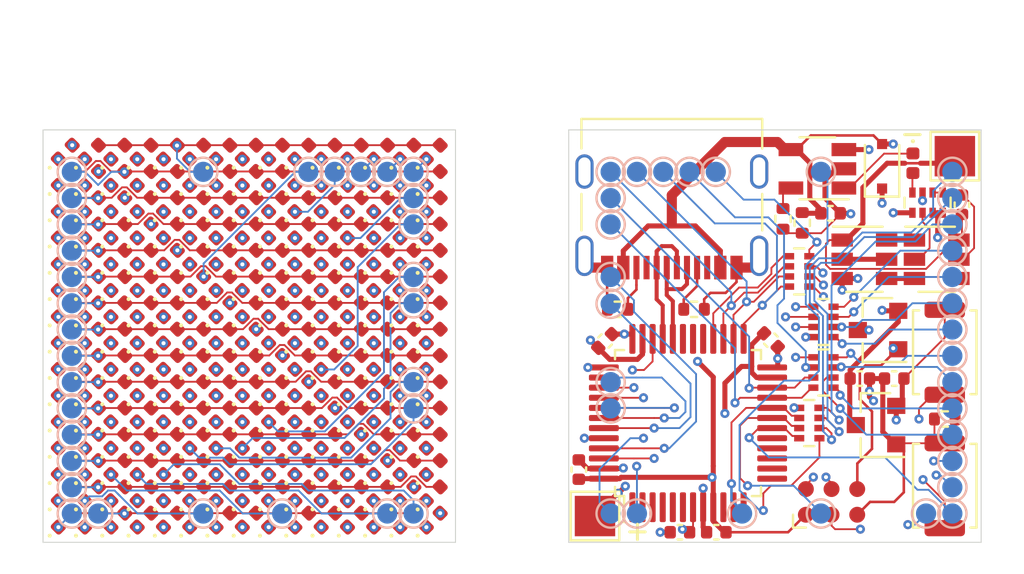
<source format=kicad_pcb>
(kicad_pcb (version 20171130) (host pcbnew 5.1.7)
  (layers (0 F.Cu signal) (1 In1.Cu signal) (2 In2.Cu signal) (31 B.Cu signal) (34 B.Paste user) (35 F.Paste user) (36 B.SilkS user) (37 F.SilkS user) (38 B.Mask user) (39 F.Mask user) (44 Edge.Cuts user))
  (net 0 "")
  (net 1 /A15)
  (net 2 /K0)
  (net 3 /A1)
  (net 4 /A2)
  (net 5 /A3)
  (net 6 /A4)
  (net 7 /A5)
  (net 8 /A6)
  (net 9 /A7)
  (net 10 /A8)
  (net 11 /A9)
  (net 12 /A10)
  (net 13 /A11)
  (net 14 /A12)
  (net 15 /A13)
  (net 16 /A14)
  (net 17 /A0)
  (net 18 /K1)
  (net 19 /K2)
  (net 20 /K3)
  (net 21 /K4)
  (net 22 /K5)
  (net 23 /K6)
  (net 24 /K7)
  (net 25 /K8)
  (net 26 /K9)
  (net 27 /K10)
  (net 28 /K11)
  (net 29 /K12)
  (net 30 /K13)
  (net 31 /K14)
  (net 32 "Net-(U1-Pad38)")
  (net 33 "Net-(U1-Pad31)")
  (net 34 "Net-(U1-Pad30)")
  (net 35 "Net-(U1-Pad29)")
  (net 36 "Net-(U1-Pad17)")
  (net 37 "Net-(U1-Pad16)")
  (net 38 "Net-(U1-Pad15)")
  (net 39 "Net-(U1-Pad14)")
  (net 40 "Net-(U1-Pad13)")
  (net 41 "Net-(U1-Pad12)")
  (net 42 "Net-(U1-Pad11)")
  (net 43 "Net-(U1-Pad10)")
  (net 44 "Net-(U1-Pad6)")
  (net 45 "Net-(U1-Pad5)")
  (net 46 "Net-(U1-Pad4)")
  (net 47 "Net-(U1-Pad3)")
  (net 48 "Net-(U1-Pad2)")
  (net 49 "Net-(U1-Pad1)")
  (net 50 "Net-(J1-PadB5)")
  (net 51 "Net-(J1-PadA8)")
  (net 52 "Net-(J1-PadA5)")
  (net 53 "Net-(J1-PadB8)")
  (net 54 GND)
  (net 55 /K15)
  (net 56 +5V)
  (net 57 /D+)
  (net 58 /D-)
  (net 59 /~RST)
  (net 60 "Net-(J2-Pad4)")
  (net 61 "Net-(J2-Pad2)")
  (net 62 +3V3)
  (net 63 "Net-(Q1-Pad2)")
  (net 64 "Net-(Q1-Pad6)")
  (net 65 "Net-(Q1-Pad4)")
  (net 66 +BATT)
  (net 67 "Net-(C6-Pad1)")
  (net 68 "Net-(C4-Pad2)")
  (net 69 /Power/BAT-)
  (net 70 /Power/CHG_LED+)
  (net 71 "Net-(D226-Pad1)")
  (net 72 "Net-(R1-Pad1)")
  (net 73 "Net-(U3-Pad4)")
  (net 74 "Net-(RN2-Pad2)")
  (net 75 /BOOT0)
  (module Resistor_SMD:R_Array_Concave_4x0402 (layer F.Cu) (at 136.975 104.575)
    (fp_text reference RN5 hide)
    (fp_text value 1kR)
    (pad 5 smd rect (at 0.5 0.75) (size 0.5 0.32) (layers F.Cu F.Paste F.Mask) (net 14 /A12))
    (pad 6 smd rect (at 0.5 0.25) (size 0.5 0.32) (layers F.Cu F.Paste F.Mask) (net 15 /A13))
    (pad 8 smd rect (at 0.5 -0.75) (size 0.5 0.32) (layers F.Cu F.Paste F.Mask) (net 1 /A15))
    (pad 7 smd rect (at 0.5 -0.25) (size 0.5 0.32) (layers F.Cu F.Paste F.Mask) (net 16 /A14))
    (pad 4 smd rect (at -0.5 0.75) (size 0.5 0.32) (layers F.Cu F.Paste F.Mask) (net 29 /K12))
    (pad 2 smd rect (at -0.5 -0.25) (size 0.5 0.32) (layers F.Cu F.Paste F.Mask) (net 31 /K14))
    (pad 3 smd rect (at -0.5 0.25) (size 0.5 0.32) (layers F.Cu F.Paste F.Mask) (net 30 /K13))
    (pad 1 smd rect (at -0.5 -0.75) (size 0.5 0.32) (layers F.Cu F.Paste F.Mask) (net 55 /K15))
  )
  (module TestPoint:TestPoint_Pad_D1.0mm (layer B.Cu) (at 132.85 99.65)
    (fp_text reference TP64 hide)
    (fp_text value TestPoint)
    (pad 1 smd circle (at 0 0) (size 1 1) (layers B.Cu B.Mask) (net 1 /A15))
  )
  (module TestPoint:TestPoint_Pad_D1.0mm (layer B.Cu) (at 127.65 99.65)
    (fp_text reference TP63 hide)
    (fp_text value TestPoint)
    (pad 1 smd circle (at 0 0) (size 1 1) (layers B.Cu B.Mask) (net 31 /K14))
  )
  (module TestPoint:TestPoint_Pad_D1.0mm (layer B.Cu) (at 128.95 99.65)
    (fp_text reference TP62 hide)
    (fp_text value TestPoint)
    (pad 1 smd circle (at 0 0) (size 1 1) (layers B.Cu B.Mask) (net 30 /K13))
  )
  (module TestPoint:TestPoint_Pad_D1.0mm (layer B.Cu) (at 130.25 99.65)
    (fp_text reference TP61 hide)
    (fp_text value TestPoint)
    (pad 1 smd circle (at 0 0) (size 1 1) (layers B.Cu B.Mask) (net 29 /K12))
  )
  (module TestPoint:TestPoint_Pad_D1.0mm (layer B.Cu) (at 127.65 100.95)
    (fp_text reference TP60 hide)
    (fp_text value TestPoint)
    (pad 1 smd circle (at 0 0) (size 1 1) (layers B.Cu B.Mask) (net 28 /K11))
  )
  (module TestPoint:TestPoint_Pad_D1.0mm (layer B.Cu) (at 127.65 102.25)
    (fp_text reference TP59 hide)
    (fp_text value TestPoint)
    (pad 1 smd circle (at 0 0) (size 1 1) (layers B.Cu B.Mask) (net 27 /K10))
  )
  (module TestPoint:TestPoint_Pad_D1.0mm (layer B.Cu) (at 131.55 99.65)
    (fp_text reference TP58 hide)
    (fp_text value TestPoint)
    (pad 1 smd circle (at 0 0) (size 1 1) (layers B.Cu B.Mask) (net 26 /K9))
  )
  (module TestPoint:TestPoint_Pad_D1.0mm (layer B.Cu) (at 127.65 104.85)
    (fp_text reference TP57 hide)
    (fp_text value TestPoint)
    (pad 1 smd circle (at 0 0) (size 1 1) (layers B.Cu B.Mask) (net 25 /K8))
  )
  (module TestPoint:TestPoint_Pad_D1.0mm (layer B.Cu) (at 127.65 106.175)
    (fp_text reference TP56 hide)
    (fp_text value TestPoint)
    (pad 1 smd circle (at 0 0) (size 1 1) (layers B.Cu B.Mask) (net 24 /K7))
  )
  (module TestPoint:TestPoint_Pad_D1.0mm (layer B.Cu) (at 127.65 110.05)
    (fp_text reference TP55 hide)
    (fp_text value TestPoint)
    (pad 1 smd circle (at 0 0) (size 1 1) (layers B.Cu B.Mask) (net 23 /K6))
  )
  (module TestPoint:TestPoint_Pad_D1.0mm (layer B.Cu) (at 127.65 111.35)
    (fp_text reference TP54 hide)
    (fp_text value TestPoint)
    (pad 1 smd circle (at 0 0) (size 1 1) (layers B.Cu B.Mask) (net 22 /K5))
  )
  (module TestPoint:TestPoint_Pad_D1.0mm (layer B.Cu) (at 127.65 116.55)
    (fp_text reference TP53 hide)
    (fp_text value TestPoint)
    (pad 1 smd circle (at 0 0) (size 1 1) (layers B.Cu B.Mask) (net 21 /K4))
  )
  (module TestPoint:TestPoint_Pad_D1.0mm (layer B.Cu) (at 128.95 116.55)
    (fp_text reference TP52 hide)
    (fp_text value TestPoint)
    (pad 1 smd circle (at 0 0) (size 1 1) (layers B.Cu B.Mask) (net 20 /K3))
  )
  (module TestPoint:TestPoint_Pad_D1.0mm (layer B.Cu) (at 134.15 116.55)
    (fp_text reference TP51 hide)
    (fp_text value TestPoint)
    (pad 1 smd circle (at 0 0) (size 1 1) (layers B.Cu B.Mask) (net 19 /K2))
  )
  (module TestPoint:TestPoint_Pad_D1.0mm (layer B.Cu) (at 138.05 116.55)
    (fp_text reference TP50 hide)
    (fp_text value TestPoint)
    (pad 1 smd circle (at 0 0) (size 1 1) (layers B.Cu B.Mask) (net 18 /K1))
  )
  (module TestPoint:TestPoint_Pad_D1.0mm (layer B.Cu) (at 144.55 116.55)
    (fp_text reference TP49 hide)
    (fp_text value TestPoint)
    (pad 1 smd circle (at 0 0) (size 1 1) (layers B.Cu B.Mask) (net 2 /K0))
  )
  (module TestPoint:TestPoint_Pad_D1.0mm (layer B.Cu) (at 143.25 116.55)
    (fp_text reference TP48 hide)
    (fp_text value TestPoint)
    (pad 1 smd circle (at 0 0) (size 1 1) (layers B.Cu B.Mask) (net 16 /A14))
  )
  (module TestPoint:TestPoint_Pad_D1.0mm (layer B.Cu) (at 144.55 115.25)
    (fp_text reference TP47 hide)
    (fp_text value TestPoint)
    (pad 1 smd circle (at 0 0) (size 1 1) (layers B.Cu B.Mask) (net 15 /A13))
  )
  (module TestPoint:TestPoint_Pad_D1.0mm (layer B.Cu) (at 144.55 113.95)
    (fp_text reference TP46 hide)
    (fp_text value TestPoint)
    (pad 1 smd circle (at 0 0) (size 1 1) (layers B.Cu B.Mask) (net 14 /A12))
  )
  (module TestPoint:TestPoint_Pad_D1.0mm (layer B.Cu) (at 144.55 112.65)
    (fp_text reference TP45 hide)
    (fp_text value TestPoint)
    (pad 1 smd circle (at 0 0) (size 1 1) (layers B.Cu B.Mask) (net 13 /A11))
  )
  (module TestPoint:TestPoint_Pad_D1.0mm (layer B.Cu) (at 144.55 111.35)
    (fp_text reference TP44 hide)
    (fp_text value TestPoint)
    (pad 1 smd circle (at 0 0) (size 1 1) (layers B.Cu B.Mask) (net 12 /A10))
  )
  (module TestPoint:TestPoint_Pad_D1.0mm (layer B.Cu) (at 144.55 110.05)
    (fp_text reference TP43 hide)
    (fp_text value TestPoint)
    (pad 1 smd circle (at 0 0) (size 1 1) (layers B.Cu B.Mask) (net 11 /A9))
  )
  (module TestPoint:TestPoint_Pad_D1.0mm (layer B.Cu) (at 144.55 108.75)
    (fp_text reference TP42 hide)
    (fp_text value TestPoint)
    (pad 1 smd circle (at 0 0) (size 1 1) (layers B.Cu B.Mask) (net 10 /A8))
  )
  (module TestPoint:TestPoint_Pad_D1.0mm (layer B.Cu) (at 144.55 107.45)
    (fp_text reference TP41 hide)
    (fp_text value TestPoint)
    (pad 1 smd circle (at 0 0) (size 1 1) (layers B.Cu B.Mask) (net 9 /A7))
  )
  (module TestPoint:TestPoint_Pad_D1.0mm (layer B.Cu) (at 144.55 106.15)
    (fp_text reference TP40 hide)
    (fp_text value TestPoint)
    (pad 1 smd circle (at 0 0) (size 1 1) (layers B.Cu B.Mask) (net 8 /A6))
  )
  (module TestPoint:TestPoint_Pad_D1.0mm (layer B.Cu) (at 144.55 104.85)
    (fp_text reference TP39 hide)
    (fp_text value TestPoint)
    (pad 1 smd circle (at 0 0) (size 1 1) (layers B.Cu B.Mask) (net 7 /A5))
  )
  (module TestPoint:TestPoint_Pad_D1.0mm (layer B.Cu) (at 144.55 103.55)
    (fp_text reference TP38 hide)
    (fp_text value TestPoint)
    (pad 1 smd circle (at 0 0) (size 1 1) (layers B.Cu B.Mask) (net 6 /A4))
  )
  (module TestPoint:TestPoint_Pad_D1.0mm (layer B.Cu) (at 144.55 102.25)
    (fp_text reference TP37 hide)
    (fp_text value TestPoint)
    (pad 1 smd circle (at 0 0) (size 1 1) (layers B.Cu B.Mask) (net 5 /A3))
  )
  (module TestPoint:TestPoint_Pad_D1.0mm (layer B.Cu) (at 144.55 100.95)
    (fp_text reference TP36 hide)
    (fp_text value TestPoint)
    (pad 1 smd circle (at 0 0) (size 1 1) (layers B.Cu B.Mask) (net 4 /A2))
  )
  (module TestPoint:TestPoint_Pad_D1.0mm (layer B.Cu) (at 144.55 99.65)
    (fp_text reference TP35 hide)
    (fp_text value TestPoint)
    (pad 1 smd circle (at 0 0) (size 1 1) (layers B.Cu B.Mask) (net 3 /A1))
  )
  (module TestPoint:TestPoint_Pad_D1.0mm (layer B.Cu) (at 138.05 99.65)
    (fp_text reference TP34 hide)
    (fp_text value TestPoint)
    (pad 1 smd circle (at 0 0) (size 1 1) (layers B.Cu B.Mask) (net 17 /A0))
  )
  (module TestPoint:TestPoint_Pad_D1.0mm (layer B.Cu) (at 112.7 99.65)
    (fp_text reference TP33 hide)
    (fp_text value TestPoint)
    (pad 1 smd circle (at 0 0) (size 1 1) (layers B.Cu B.Mask) (net 1 /A15))
  )
  (module TestPoint:TestPoint_Pad_D1.0mm (layer B.Cu) (at 117.900001 99.65)
    (fp_text reference TP32 hide)
    (fp_text value TestPoint)
    (pad 1 smd circle (at 0 0) (size 1 1) (layers B.Cu B.Mask) (net 31 /K14))
  )
  (module TestPoint:TestPoint_Pad_D1.0mm (layer B.Cu) (at 116.6 99.650001)
    (fp_text reference TP31 hide)
    (fp_text value TestPoint)
    (pad 1 smd circle (at 0 0) (size 1 1) (layers B.Cu B.Mask) (net 30 /K13))
  )
  (module TestPoint:TestPoint_Pad_D1.0mm (layer B.Cu) (at 115.3 99.65)
    (fp_text reference TP30 hide)
    (fp_text value TestPoint)
    (pad 1 smd circle (at 0 0) (size 1 1) (layers B.Cu B.Mask) (net 29 /K12))
  )
  (module TestPoint:TestPoint_Pad_D1.0mm (layer B.Cu) (at 117.9 100.95)
    (fp_text reference TP29 hide)
    (fp_text value TestPoint)
    (pad 1 smd circle (at 0 0) (size 1 1) (layers B.Cu B.Mask) (net 28 /K11))
  )
  (module TestPoint:TestPoint_Pad_D1.0mm (layer B.Cu) (at 117.9 102.25)
    (fp_text reference TP28 hide)
    (fp_text value TestPoint)
    (pad 1 smd circle (at 0 0) (size 1 1) (layers B.Cu B.Mask) (net 27 /K10))
  )
  (module TestPoint:TestPoint_Pad_D1.0mm (layer B.Cu) (at 114 99.65)
    (fp_text reference TP27 hide)
    (fp_text value TestPoint)
    (pad 1 smd circle (at 0 0) (size 1 1) (layers B.Cu B.Mask) (net 26 /K9))
  )
  (module TestPoint:TestPoint_Pad_D1.0mm (layer B.Cu) (at 117.9 104.85)
    (fp_text reference TP26 hide)
    (fp_text value TestPoint)
    (pad 1 smd circle (at 0 0) (size 1 1) (layers B.Cu B.Mask) (net 25 /K8))
  )
  (module TestPoint:TestPoint_Pad_D1.0mm (layer B.Cu) (at 117.9 106.150001)
    (fp_text reference TP25 hide)
    (fp_text value TestPoint)
    (pad 1 smd circle (at 0 0) (size 1 1) (layers B.Cu B.Mask) (net 24 /K7))
  )
  (module TestPoint:TestPoint_Pad_D1.0mm (layer B.Cu) (at 117.9 110.05)
    (fp_text reference TP24 hide)
    (fp_text value TestPoint)
    (pad 1 smd circle (at 0 0) (size 1 1) (layers B.Cu B.Mask) (net 23 /K6))
  )
  (module TestPoint:TestPoint_Pad_D1.0mm (layer B.Cu) (at 117.9 111.35)
    (fp_text reference TP23 hide)
    (fp_text value TestPoint)
    (pad 1 smd circle (at 0 0) (size 1 1) (layers B.Cu B.Mask) (net 22 /K5))
  )
  (module TestPoint:TestPoint_Pad_D1.0mm (layer B.Cu) (at 117.9 116.55)
    (fp_text reference TP22 hide)
    (fp_text value TestPoint)
    (pad 1 smd circle (at 0 0) (size 1 1) (layers B.Cu B.Mask) (net 21 /K4))
  )
  (module TestPoint:TestPoint_Pad_D1.0mm (layer B.Cu) (at 116.6 116.55)
    (fp_text reference TP21 hide)
    (fp_text value TestPoint)
    (pad 1 smd circle (at 0 0) (size 1 1) (layers B.Cu B.Mask) (net 20 /K3))
  )
  (module TestPoint:TestPoint_Pad_D1.0mm (layer B.Cu) (at 111.4 116.55)
    (fp_text reference TP20 hide)
    (fp_text value TestPoint)
    (pad 1 smd circle (at 0 0) (size 1 1) (layers B.Cu B.Mask) (net 19 /K2))
  )
  (module TestPoint:TestPoint_Pad_D1.0mm (layer B.Cu) (at 107.5 116.550001)
    (fp_text reference TP19 hide)
    (fp_text value TestPoint)
    (pad 1 smd circle (at 0 0) (size 1 1) (layers B.Cu B.Mask) (net 18 /K1))
  )
  (module TestPoint:TestPoint_Pad_D1.0mm (layer B.Cu) (at 101 116.550001)
    (fp_text reference TP18 hide)
    (fp_text value TestPoint)
    (pad 1 smd circle (at 0 0) (size 1 1) (layers B.Cu B.Mask) (net 2 /K0))
  )
  (module TestPoint:TestPoint_Pad_D1.0mm (layer B.Cu) (at 102.3 116.55)
    (fp_text reference TP17 hide)
    (fp_text value TestPoint)
    (pad 1 smd circle (at 0 0) (size 1 1) (layers B.Cu B.Mask) (net 16 /A14))
  )
  (module TestPoint:TestPoint_Pad_D1.0mm (layer B.Cu) (at 101 115.25)
    (fp_text reference TP16 hide)
    (fp_text value TestPoint)
    (pad 1 smd circle (at 0 0) (size 1 1) (layers B.Cu B.Mask) (net 15 /A13))
  )
  (module TestPoint:TestPoint_Pad_D1.0mm (layer B.Cu) (at 101 113.95)
    (fp_text reference TP15 hide)
    (fp_text value TestPoint)
    (pad 1 smd circle (at 0 0) (size 1 1) (layers B.Cu B.Mask) (net 14 /A12))
  )
  (module TestPoint:TestPoint_Pad_D1.0mm (layer B.Cu) (at 101 112.65)
    (fp_text reference TP14 hide)
    (fp_text value TestPoint)
    (pad 1 smd circle (at 0 0) (size 1 1) (layers B.Cu B.Mask) (net 13 /A11))
  )
  (module TestPoint:TestPoint_Pad_D1.0mm (layer B.Cu) (at 101 111.35)
    (fp_text reference TP13 hide)
    (fp_text value TestPoint)
    (pad 1 smd circle (at 0 0) (size 1 1) (layers B.Cu B.Mask) (net 12 /A10))
  )
  (module TestPoint:TestPoint_Pad_D1.0mm (layer B.Cu) (at 100.999999 110.050001)
    (fp_text reference TP12 hide)
    (fp_text value TestPoint)
    (pad 1 smd circle (at 0 0) (size 1 1) (layers B.Cu B.Mask) (net 11 /A9))
  )
  (module TestPoint:TestPoint_Pad_D1.0mm (layer B.Cu) (at 101 108.75)
    (fp_text reference TP11 hide)
    (fp_text value TestPoint)
    (pad 1 smd circle (at 0 0) (size 1 1) (layers B.Cu B.Mask) (net 10 /A8))
  )
  (module TestPoint:TestPoint_Pad_D1.0mm (layer B.Cu) (at 101 107.45)
    (fp_text reference TP10 hide)
    (fp_text value TestPoint)
    (pad 1 smd circle (at 0 0) (size 1 1) (layers B.Cu B.Mask) (net 9 /A7))
  )
  (module TestPoint:TestPoint_Pad_D1.0mm (layer B.Cu) (at 101 106.15)
    (fp_text reference TP9 hide)
    (fp_text value TestPoint)
    (pad 1 smd circle (at 0 0) (size 1 1) (layers B.Cu B.Mask) (net 8 /A6))
  )
  (module TestPoint:TestPoint_Pad_D1.0mm (layer B.Cu) (at 101 104.85)
    (fp_text reference TP8 hide)
    (fp_text value TestPoint)
    (pad 1 smd circle (at 0 0) (size 1 1) (layers B.Cu B.Mask) (net 7 /A5))
  )
  (module TestPoint:TestPoint_Pad_D1.0mm (layer B.Cu) (at 101 103.549999)
    (fp_text reference TP7 hide)
    (fp_text value TestPoint)
    (pad 1 smd circle (at 0 0) (size 1 1) (layers B.Cu B.Mask) (net 6 /A4))
  )
  (module TestPoint:TestPoint_Pad_D1.0mm (layer B.Cu) (at 101 102.250001)
    (fp_text reference TP6 hide)
    (fp_text value TestPoint)
    (pad 1 smd circle (at 0 0) (size 1 1) (layers B.Cu B.Mask) (net 5 /A3))
  )
  (module TestPoint:TestPoint_Pad_D1.0mm (layer B.Cu) (at 101 100.95)
    (fp_text reference TP5 hide)
    (fp_text value TestPoint)
    (pad 1 smd circle (at 0 0) (size 1 1) (layers B.Cu B.Mask) (net 4 /A2))
  )
  (module TestPoint:TestPoint_Pad_D1.0mm (layer B.Cu) (at 101 99.65)
    (fp_text reference TP4 hide)
    (fp_text value TestPoint)
    (pad 1 smd circle (at 0 0) (size 1 1) (layers B.Cu B.Mask) (net 3 /A1))
  )
  (module TestPoint:TestPoint_Pad_D1.0mm (layer B.Cu) (at 107.5 99.65)
    (fp_text reference TP3 hide)
    (fp_text value TestPoint)
    (pad 1 smd circle (at 0 0) (size 1 1) (layers B.Cu B.Mask) (net 17 /A0))
  )
  (module Package_TO_SOT_SMD:SOT-23-6 (layer F.Cu) (at 143.775 103.975)
    (fp_text reference U3 hide)
    (fp_text value DW01+G)
    (pad 5 smd rect (at 1.1 0) (size 1.06 0.65) (layers F.Cu F.Paste F.Mask) (net 68 "Net-(C4-Pad2)"))
    (pad 6 smd rect (at 1.1 -0.95) (size 1.06 0.65) (layers F.Cu F.Paste F.Mask) (net 69 /Power/BAT-))
    (pad 4 smd rect (at 1.1 0.95) (size 1.06 0.65) (layers F.Cu F.Paste F.Mask) (net 73 "Net-(U3-Pad4)"))
    (pad 3 smd rect (at -1.1 0.95) (size 1.06 0.65) (layers F.Cu F.Paste F.Mask) (net 65 "Net-(Q1-Pad4)"))
    (pad 2 smd rect (at -1.1 0) (size 1.06 0.65) (layers F.Cu F.Paste F.Mask) (net 74 "Net-(RN2-Pad2)"))
    (pad 1 smd rect (at -1.1 -0.95) (size 1.06 0.65) (layers F.Cu F.Paste F.Mask) (net 64 "Net-(Q1-Pad6)"))
  )
  (module Package_TO_SOT_SMD:TSOT-23-5 (layer F.Cu) (at 137.875 99.5 180)
    (fp_text reference U2 hide)
    (fp_text value TP4054)
    (pad 5 smd rect (at 1.31 -0.95 180) (size 1.22 0.65) (layers F.Cu F.Paste F.Mask) (net 72 "Net-(R1-Pad1)"))
    (pad 4 smd rect (at 1.31 0.95 180) (size 1.22 0.65) (layers F.Cu F.Paste F.Mask) (net 56 +5V))
    (pad 3 smd rect (at -1.31 0.95 180) (size 1.22 0.65) (layers F.Cu F.Paste F.Mask) (net 66 +BATT))
    (pad 2 smd rect (at -1.31 0 180) (size 1.22 0.65) (layers F.Cu F.Paste F.Mask) (net 54 GND))
    (pad 1 smd rect (at -1.31 -0.95 180) (size 1.22 0.65) (layers F.Cu F.Paste F.Mask) (net 71 "Net-(D226-Pad1)"))
  )
  (module Diode_SMD:D_SOD-323F (layer F.Cu) (at 141.075 99.375 90)
    (fp_text reference D227 hide)
    (fp_text value 1N4148)
    (pad 2 smd rect (at 1.1 0 90) (size 0.5 0.5) (layers F.Cu F.Paste F.Mask) (net 56 +5V))
    (pad 1 smd rect (at -1.1 0 90) (size 0.5 0.5) (layers F.Cu F.Paste F.Mask) (net 67 "Net-(C6-Pad1)"))
  )
  (module LED_SMD:LED_0402_1005Metric (layer F.Cu) (at 142.6 99.225 270)
    (fp_text reference D226 hide)
    (fp_text value LED)
    (pad 2 smd roundrect (at 0.485 0 270) (size 0.59 0.64) (layers F.Cu F.Paste F.Mask) (net 70 /Power/CHG_LED+))
    (pad 1 smd roundrect (at -0.485 0 270) (size 0.59 0.64) (layers F.Cu F.Paste F.Mask) (net 71 "Net-(D226-Pad1)"))
  )
  (module Button_Switch_SMD:SW_Push_SPST_NO_Alps_SKRK (layer F.Cu) (at 144.175 115.175 90)
    (fp_text reference SW2 hide)
    (fp_text value SW_Push)
    (pad 1 smd roundrect (at -2.1 0 90) (size 0.8 2) (layers F.Cu F.Paste F.Mask) (net 59 /~RST))
    (pad 2 smd roundrect (at 2.1 0 90) (size 0.8 2) (layers F.Cu F.Paste F.Mask) (net 54 GND))
  )
  (module Button_Switch_SMD:SW_Push_SPST_NO_Alps_SKRK (layer F.Cu) (at 144.175 108.575 90)
    (fp_text reference SW1 hide)
    (fp_text value SW_Push)
    (pad 1 smd roundrect (at -2.1 0 90) (size 0.8 2) (layers F.Cu F.Paste F.Mask) (net 75 /BOOT0))
    (pad 2 smd roundrect (at 2.1 0 90) (size 0.8 2) (layers F.Cu F.Paste F.Mask) (net 62 +3V3))
  )
  (module Resistor_SMD:R_0402_1005Metric (layer F.Cu) (at 144.175 111.875)
    (fp_text reference R5 hide)
    (fp_text value 27kR)
    (pad 2 smd roundrect (at 0.51 0) (size 0.54 0.64) (layers F.Cu F.Paste F.Mask) (net 75 /BOOT0))
    (pad 1 smd roundrect (at -0.51 0) (size 0.54 0.64) (layers F.Cu F.Paste F.Mask) (net 54 GND))
  )
  (module Capacitor_SMD:C_0402_1005Metric (layer F.Cu) (at 135.575 107.975 135)
    (fp_text reference C9 hide)
    (fp_text value 100nF)
    (pad 2 smd roundrect (at 0.48 0 135) (size 0.56 0.62) (layers F.Cu F.Paste F.Mask) (net 54 GND))
    (pad 1 smd roundrect (at -0.48 0 135) (size 0.56 0.62) (layers F.Cu F.Paste F.Mask) (net 62 +3V3))
  )
  (module Capacitor_SMD:C_0402_1005Metric (layer F.Cu) (at 127.375 108.014411 225)
    (fp_text reference C8 hide)
    (fp_text value 100nF)
    (pad 2 smd roundrect (at 0.48 0 225) (size 0.56 0.62) (layers F.Cu F.Paste F.Mask) (net 54 GND))
    (pad 1 smd roundrect (at -0.48 0 225) (size 0.56 0.62) (layers F.Cu F.Paste F.Mask) (net 62 +3V3))
  )
  (module Capacitor_SMD:C_0402_1005Metric (layer F.Cu) (at 132.875 117.475 180)
    (fp_text reference C1 hide)
    (fp_text value 100nF)
    (pad 2 smd roundrect (at 0.48 0 180) (size 0.56 0.62) (layers F.Cu F.Paste F.Mask) (net 54 GND))
    (pad 1 smd roundrect (at -0.48 0 180) (size 0.56 0.62) (layers F.Cu F.Paste F.Mask) (net 62 +3V3))
  )
  (module Package_TO_SOT_SMD:SOT-23 (layer F.Cu) (at 140.775 112.175 180)
    (fp_text reference U4 hide)
    (fp_text value XC6206P332MR)
    (pad 3 smd rect (at 1 0 180) (size 0.9 0.8) (layers F.Cu F.Paste F.Mask) (net 67 "Net-(C6-Pad1)"))
    (pad 2 smd rect (at -1 0.95 180) (size 0.9 0.8) (layers F.Cu F.Paste F.Mask) (net 62 +3V3))
    (pad 1 smd rect (at -1 -0.95 180) (size 0.9 0.8) (layers F.Cu F.Paste F.Mask) (net 54 GND))
  )
  (module TestPoint:TestPoint_Pad_2.0x2.0mm (layer F.Cu) (at 126.875 116.675)
    (fp_text reference TP2 hide)
    (fp_text value BAT+)
    (pad 1 smd rect (at 0 0) (size 2 2) (layers F.Cu F.Mask) (net 66 +BATT))
  )
  (module TestPoint:TestPoint_Pad_2.0x2.0mm (layer F.Cu) (at 144.675 98.875)
    (fp_text reference TP1 hide)
    (fp_text value BAT-)
    (pad 1 smd rect (at 0 0) (size 2 2) (layers F.Cu F.Mask) (net 69 /Power/BAT-))
  )
  (module Resistor_SMD:R_0402_1005Metric (layer F.Cu) (at 128 106.45 180)
    (fp_text reference R4 hide)
    (fp_text value 5.1kR)
    (pad 2 smd roundrect (at 0.51 0 180) (size 0.54 0.64) (layers F.Cu F.Paste F.Mask) (net 54 GND))
    (pad 1 smd roundrect (at -0.51 0 180) (size 0.54 0.64) (layers F.Cu F.Paste F.Mask) (net 50 "Net-(J1-PadB5)"))
  )
  (module Package_TO_SOT_SMD:SOT-23 (layer F.Cu) (at 140.875 107.475 180)
    (fp_text reference Q2 hide)
    (fp_text value AO3401A)
    (pad 3 smd rect (at 1 0 180) (size 0.9 0.8) (layers F.Cu F.Paste F.Mask) (net 66 +BATT))
    (pad 2 smd rect (at -1 0.95 180) (size 0.9 0.8) (layers F.Cu F.Paste F.Mask) (net 67 "Net-(C6-Pad1)"))
    (pad 1 smd rect (at -1 -0.95 180) (size 0.9 0.8) (layers F.Cu F.Paste F.Mask) (net 56 +5V))
  )
  (module Capacitor_SMD:C_0402_1005Metric (layer F.Cu) (at 141.675 109.875)
    (fp_text reference C7 hide)
    (fp_text value 1uF)
    (pad 2 smd roundrect (at 0.48 0) (size 0.56 0.62) (layers F.Cu F.Paste F.Mask) (net 62 +3V3))
    (pad 1 smd roundrect (at -0.48 0) (size 0.56 0.62) (layers F.Cu F.Paste F.Mask) (net 54 GND))
  )
  (module Capacitor_SMD:C_0402_1005Metric (layer F.Cu) (at 139.975 109.875)
    (fp_text reference C6 hide)
    (fp_text value 1uF)
    (pad 2 smd roundrect (at 0.48 0) (size 0.56 0.62) (layers F.Cu F.Paste F.Mask) (net 54 GND))
    (pad 1 smd roundrect (at -0.48 0) (size 0.56 0.62) (layers F.Cu F.Paste F.Mask) (net 67 "Net-(C6-Pad1)"))
  )
  (module Resistor_SMD:R_Array_Concave_4x0402 (layer F.Cu) (at 138.175 109.575)
    (fp_text reference RN4 hide)
    (fp_text value 1kR)
    (pad 5 smd rect (at 0.5 0.75) (size 0.5 0.32) (layers F.Cu F.Paste F.Mask) (net 12 /A10))
    (pad 6 smd rect (at 0.5 0.25) (size 0.5 0.32) (layers F.Cu F.Paste F.Mask) (net 13 /A11))
    (pad 8 smd rect (at 0.5 -0.75) (size 0.5 0.32) (layers F.Cu F.Paste F.Mask) (net 10 /A8))
    (pad 7 smd rect (at 0.5 -0.25) (size 0.5 0.32) (layers F.Cu F.Paste F.Mask) (net 11 /A9))
    (pad 4 smd rect (at -0.5 0.75) (size 0.5 0.32) (layers F.Cu F.Paste F.Mask) (net 27 /K10))
    (pad 2 smd rect (at -0.5 -0.25) (size 0.5 0.32) (layers F.Cu F.Paste F.Mask) (net 26 /K9))
    (pad 3 smd rect (at -0.5 0.25) (size 0.5 0.32) (layers F.Cu F.Paste F.Mask) (net 28 /K11))
    (pad 1 smd rect (at -0.5 -0.75) (size 0.5 0.32) (layers F.Cu F.Paste F.Mask) (net 25 /K8))
  )
  (module Resistor_SMD:R_Array_Concave_4x0402 (layer F.Cu) (at 138.175 107.075)
    (fp_text reference RN3 hide)
    (fp_text value 1kR)
    (pad 5 smd rect (at 0.5 0.75) (size 0.5 0.32) (layers F.Cu F.Paste F.Mask) (net 9 /A7))
    (pad 6 smd rect (at 0.5 0.25) (size 0.5 0.32) (layers F.Cu F.Paste F.Mask) (net 8 /A6))
    (pad 8 smd rect (at 0.5 -0.75) (size 0.5 0.32) (layers F.Cu F.Paste F.Mask) (net 6 /A4))
    (pad 7 smd rect (at 0.5 -0.25) (size 0.5 0.32) (layers F.Cu F.Paste F.Mask) (net 7 /A5))
    (pad 4 smd rect (at -0.5 0.75) (size 0.5 0.32) (layers F.Cu F.Paste F.Mask) (net 24 /K7))
    (pad 2 smd rect (at -0.5 -0.25) (size 0.5 0.32) (layers F.Cu F.Paste F.Mask) (net 22 /K5))
    (pad 3 smd rect (at -0.5 0.25) (size 0.5 0.32) (layers F.Cu F.Paste F.Mask) (net 23 /K6))
    (pad 1 smd rect (at -0.5 -0.75) (size 0.5 0.32) (layers F.Cu F.Paste F.Mask) (net 21 /K4))
  )
  (module Resistor_SMD:R_Array_Concave_4x0402 (layer F.Cu) (at 143.325 101.175 90)
    (fp_text reference RN2 hide)
    (fp_text value 1kR)
    (pad 5 smd rect (at 0.5 0.75 90) (size 0.5 0.32) (layers F.Cu F.Paste F.Mask) (net 68 "Net-(C4-Pad2)"))
    (pad 6 smd rect (at 0.5 0.25 90) (size 0.5 0.32) (layers F.Cu F.Paste F.Mask) (net 68 "Net-(C4-Pad2)"))
    (pad 8 smd rect (at 0.5 -0.75 90) (size 0.5 0.32) (layers F.Cu F.Paste F.Mask) (net 70 /Power/CHG_LED+))
    (pad 7 smd rect (at 0.5 -0.25 90) (size 0.5 0.32) (layers F.Cu F.Paste F.Mask) (net 54 GND))
    (pad 4 smd rect (at -0.5 0.75 90) (size 0.5 0.32) (layers F.Cu F.Paste F.Mask) (net 66 +BATT))
    (pad 2 smd rect (at -0.5 -0.25 90) (size 0.5 0.32) (layers F.Cu F.Paste F.Mask) (net 74 "Net-(RN2-Pad2)"))
    (pad 3 smd rect (at -0.5 0.25 90) (size 0.5 0.32) (layers F.Cu F.Paste F.Mask) (net 66 +BATT))
    (pad 1 smd rect (at -0.5 -0.75 90) (size 0.5 0.32) (layers F.Cu F.Paste F.Mask) (net 56 +5V))
  )
  (module Resistor_SMD:R_0402_1005Metric (layer F.Cu) (at 131.775 106.45 180)
    (fp_text reference R3 hide)
    (fp_text value 5.1kR)
    (pad 2 smd roundrect (at 0.51 0 180) (size 0.54 0.64) (layers F.Cu F.Paste F.Mask) (net 52 "Net-(J1-PadA5)"))
    (pad 1 smd roundrect (at -0.51 0 180) (size 0.54 0.64) (layers F.Cu F.Paste F.Mask) (net 54 GND))
  )
  (module Package_TO_SOT_SMD:SOT-23-6 (layer F.Cu) (at 140.2 103.975)
    (fp_text reference Q1 hide)
    (fp_text value FS8205)
    (pad 5 smd rect (at 1.1 0) (size 1.06 0.65) (layers F.Cu F.Paste F.Mask) (net 63 "Net-(Q1-Pad2)"))
    (pad 6 smd rect (at 1.1 -0.95) (size 1.06 0.65) (layers F.Cu F.Paste F.Mask) (net 64 "Net-(Q1-Pad6)"))
    (pad 4 smd rect (at 1.1 0.95) (size 1.06 0.65) (layers F.Cu F.Paste F.Mask) (net 65 "Net-(Q1-Pad4)"))
    (pad 3 smd rect (at -1.1 0.95) (size 1.06 0.65) (layers F.Cu F.Paste F.Mask) (net 54 GND))
    (pad 2 smd rect (at -1.1 0) (size 1.06 0.65) (layers F.Cu F.Paste F.Mask) (net 63 "Net-(Q1-Pad2)"))
    (pad 1 smd rect (at -1.1 -0.95) (size 1.06 0.65) (layers F.Cu F.Paste F.Mask) (net 69 /Power/BAT-))
  )
  (module Connector:Tag-Connect_TC2030-IDC-NL_2x03_P1.27mm_Vertical (layer F.Cu) (at 138.575 115.975)
    (fp_text reference J2 hide)
    (fp_text value TagConnect_TC2030_SWD)
    (pad 6 connect circle (at 1.27 -0.635) (size 0.7874 0.7874) (layers F.Cu F.Mask) (net 56 +5V))
    (pad 5 connect circle (at 1.27 0.635) (size 0.7874 0.7874) (layers F.Cu F.Mask) (net 54 GND))
    (pad 4 connect circle (at 0 -0.635) (size 0.7874 0.7874) (layers F.Cu F.Mask) (net 60 "Net-(J2-Pad4)"))
    (pad 3 connect circle (at 0 0.635) (size 0.7874 0.7874) (layers F.Cu F.Mask) (net 59 /~RST))
    (pad 2 connect circle (at -1.27 -0.635) (size 0.7874 0.7874) (layers F.Cu F.Mask) (net 61 "Net-(J2-Pad2)"))
    (pad 1 connect circle (at -1.27 0.635) (size 0.7874 0.7874) (layers F.Cu F.Mask) (net 62 +3V3))
    (pad "" np_thru_hole circle (at -2.54 0) (size 0.9906 0.9906) (drill 0.9906) (layers *.Cu *.Mask))
    (pad "" np_thru_hole circle (at 2.54 1.016) (size 0.9906 0.9906) (drill 0.9906) (layers *.Cu *.Mask))
    (pad "" np_thru_hole circle (at 2.54 -1.016) (size 0.9906 0.9906) (drill 0.9906) (layers *.Cu *.Mask))
  )
  (module Capacitor_SMD:C_0402_1005Metric (layer F.Cu) (at 131.075 117.475 180)
    (fp_text reference C5 hide)
    (fp_text value 100nF)
    (pad 2 smd roundrect (at 0.48 0 180) (size 0.56 0.62) (layers F.Cu F.Paste F.Mask) (net 54 GND))
    (pad 1 smd roundrect (at -0.48 0 180) (size 0.56 0.62) (layers F.Cu F.Paste F.Mask) (net 59 /~RST))
  )
  (module Capacitor_SMD:C_0402_1005Metric (layer F.Cu) (at 145.025 101.275 90)
    (fp_text reference C4 hide)
    (fp_text value 100nF)
    (pad 2 smd roundrect (at 0.48 0 90) (size 0.56 0.62) (layers F.Cu F.Paste F.Mask) (net 68 "Net-(C4-Pad2)"))
    (pad 1 smd roundrect (at -0.48 0 90) (size 0.56 0.62) (layers F.Cu F.Paste F.Mask) (net 69 /Power/BAT-))
  )
  (module Capacitor_SMD:C_0402_1005Metric (layer F.Cu) (at 138.525 101.7 180)
    (fp_text reference C3 hide)
    (fp_text value 1uF)
    (pad 2 smd roundrect (at 0.48 0 180) (size 0.56 0.62) (layers F.Cu F.Paste F.Mask) (net 56 +5V))
    (pad 1 smd roundrect (at -0.48 0 180) (size 0.56 0.62) (layers F.Cu F.Paste F.Mask) (net 54 GND))
  )
  (module Resistor_SMD:R_0402_1005Metric (layer F.Cu) (at 137.125 102.175 270)
    (fp_text reference R2 hide)
    (fp_text value 27kR)
    (pad 2 smd roundrect (at 0.51 0 270) (size 0.54 0.64) (layers F.Cu F.Paste F.Mask) (net 54 GND))
    (pad 1 smd roundrect (at -0.51 0 270) (size 0.54 0.64) (layers F.Cu F.Paste F.Mask) (net 56 +5V))
  )
  (module Resistor_SMD:R_0402_1005Metric (layer F.Cu) (at 136.175 101.975 270)
    (fp_text reference R1 hide)
    (fp_text value 27kR)
    (pad 2 smd roundrect (at 0.51 0 270) (size 0.54 0.64) (layers F.Cu F.Paste F.Mask) (net 54 GND))
    (pad 1 smd roundrect (at -0.51 0 270) (size 0.54 0.64) (layers F.Cu F.Paste F.Mask) (net 72 "Net-(R1-Pad1)"))
  )
  (module Package_QFP:LQFP-48_7x7mm_P0.5mm (layer F.Cu) (at 131.475 112.075 90)
    (fp_text reference U1 hide)
    (fp_text value STM32L433CBTx)
    (pad 48 smd roundrect (at -2.75 -4.1625 90) (size 0.3 1.475) (layers F.Cu F.Paste F.Mask) (net 62 +3V3))
    (pad 47 smd roundrect (at -2.25 -4.1625 90) (size 0.3 1.475) (layers F.Cu F.Paste F.Mask) (net 54 GND))
    (pad 46 smd roundrect (at -1.75 -4.1625 90) (size 0.3 1.475) (layers F.Cu F.Paste F.Mask) (net 26 /K9))
    (pad 45 smd roundrect (at -1.25 -4.1625 90) (size 0.3 1.475) (layers F.Cu F.Paste F.Mask) (net 25 /K8))
    (pad 44 smd roundrect (at -0.75 -4.1625 90) (size 0.3 1.475) (layers F.Cu F.Paste F.Mask) (net 75 /BOOT0))
    (pad 43 smd roundrect (at -0.25 -4.1625 90) (size 0.3 1.475) (layers F.Cu F.Paste F.Mask) (net 24 /K7))
    (pad 42 smd roundrect (at 0.25 -4.1625 90) (size 0.3 1.475) (layers F.Cu F.Paste F.Mask) (net 23 /K6))
    (pad 41 smd roundrect (at 0.75 -4.1625 90) (size 0.3 1.475) (layers F.Cu F.Paste F.Mask) (net 22 /K5))
    (pad 40 smd roundrect (at 1.25 -4.1625 90) (size 0.3 1.475) (layers F.Cu F.Paste F.Mask) (net 21 /K4))
    (pad 39 smd roundrect (at 1.75 -4.1625 90) (size 0.3 1.475) (layers F.Cu F.Paste F.Mask) (net 20 /K3))
    (pad 38 smd roundrect (at 2.25 -4.1625 90) (size 0.3 1.475) (layers F.Cu F.Paste F.Mask) (net 32 "Net-(U1-Pad38)"))
    (pad 37 smd roundrect (at 2.75 -4.1625 90) (size 0.3 1.475) (layers F.Cu F.Paste F.Mask) (net 60 "Net-(J2-Pad4)"))
    (pad 36 smd roundrect (at 4.1625 -2.75 90) (size 1.475 0.3) (layers F.Cu F.Paste F.Mask) (net 62 +3V3))
    (pad 35 smd roundrect (at 4.1625 -2.25 90) (size 1.475 0.3) (layers F.Cu F.Paste F.Mask) (net 54 GND))
    (pad 34 smd roundrect (at 4.1625 -1.75 90) (size 1.475 0.3) (layers F.Cu F.Paste F.Mask) (net 61 "Net-(J2-Pad2)"))
    (pad 33 smd roundrect (at 4.1625 -1.25 90) (size 1.475 0.3) (layers F.Cu F.Paste F.Mask) (net 57 /D+))
    (pad 32 smd roundrect (at 4.1625 -0.75 90) (size 1.475 0.3) (layers F.Cu F.Paste F.Mask) (net 58 /D-))
    (pad 31 smd roundrect (at 4.1625 -0.25 90) (size 1.475 0.3) (layers F.Cu F.Paste F.Mask) (net 33 "Net-(U1-Pad31)"))
    (pad 30 smd roundrect (at 4.1625 0.25 90) (size 1.475 0.3) (layers F.Cu F.Paste F.Mask) (net 34 "Net-(U1-Pad30)"))
    (pad 29 smd roundrect (at 4.1625 0.75 90) (size 1.475 0.3) (layers F.Cu F.Paste F.Mask) (net 35 "Net-(U1-Pad29)"))
    (pad 28 smd roundrect (at 4.1625 1.25 90) (size 1.475 0.3) (layers F.Cu F.Paste F.Mask) (net 55 /K15))
    (pad 27 smd roundrect (at 4.1625 1.75 90) (size 1.475 0.3) (layers F.Cu F.Paste F.Mask) (net 31 /K14))
    (pad 26 smd roundrect (at 4.1625 2.25 90) (size 1.475 0.3) (layers F.Cu F.Paste F.Mask) (net 30 /K13))
    (pad 25 smd roundrect (at 4.1625 2.75 90) (size 1.475 0.3) (layers F.Cu F.Paste F.Mask) (net 29 /K12))
    (pad 24 smd roundrect (at 2.75 4.1625 90) (size 0.3 1.475) (layers F.Cu F.Paste F.Mask) (net 62 +3V3))
    (pad 23 smd roundrect (at 2.25 4.1625 90) (size 0.3 1.475) (layers F.Cu F.Paste F.Mask) (net 54 GND))
    (pad 22 smd roundrect (at 1.75 4.1625 90) (size 0.3 1.475) (layers F.Cu F.Paste F.Mask) (net 28 /K11))
    (pad 21 smd roundrect (at 1.25 4.1625 90) (size 0.3 1.475) (layers F.Cu F.Paste F.Mask) (net 27 /K10))
    (pad 20 smd roundrect (at 0.75 4.1625 90) (size 0.3 1.475) (layers F.Cu F.Paste F.Mask) (net 19 /K2))
    (pad 19 smd roundrect (at 0.25 4.1625 90) (size 0.3 1.475) (layers F.Cu F.Paste F.Mask) (net 18 /K1))
    (pad 18 smd roundrect (at -0.25 4.1625 90) (size 0.3 1.475) (layers F.Cu F.Paste F.Mask) (net 2 /K0))
    (pad 17 smd roundrect (at -0.75 4.1625 90) (size 0.3 1.475) (layers F.Cu F.Paste F.Mask) (net 36 "Net-(U1-Pad17)"))
    (pad 16 smd roundrect (at -1.25 4.1625 90) (size 0.3 1.475) (layers F.Cu F.Paste F.Mask) (net 37 "Net-(U1-Pad16)"))
    (pad 15 smd roundrect (at -1.75 4.1625 90) (size 0.3 1.475) (layers F.Cu F.Paste F.Mask) (net 38 "Net-(U1-Pad15)"))
    (pad 14 smd roundrect (at -2.25 4.1625 90) (size 0.3 1.475) (layers F.Cu F.Paste F.Mask) (net 39 "Net-(U1-Pad14)"))
    (pad 13 smd roundrect (at -2.75 4.1625 90) (size 0.3 1.475) (layers F.Cu F.Paste F.Mask) (net 40 "Net-(U1-Pad13)"))
    (pad 12 smd roundrect (at -4.1625 2.75 90) (size 1.475 0.3) (layers F.Cu F.Paste F.Mask) (net 41 "Net-(U1-Pad12)"))
    (pad 11 smd roundrect (at -4.1625 2.25 90) (size 1.475 0.3) (layers F.Cu F.Paste F.Mask) (net 42 "Net-(U1-Pad11)"))
    (pad 10 smd roundrect (at -4.1625 1.75 90) (size 1.475 0.3) (layers F.Cu F.Paste F.Mask) (net 43 "Net-(U1-Pad10)"))
    (pad 9 smd roundrect (at -4.1625 1.25 90) (size 1.475 0.3) (layers F.Cu F.Paste F.Mask) (net 62 +3V3))
    (pad 8 smd roundrect (at -4.1625 0.75 90) (size 1.475 0.3) (layers F.Cu F.Paste F.Mask) (net 54 GND))
    (pad 7 smd roundrect (at -4.1625 0.25 90) (size 1.475 0.3) (layers F.Cu F.Paste F.Mask) (net 59 /~RST))
    (pad 6 smd roundrect (at -4.1625 -0.25 90) (size 1.475 0.3) (layers F.Cu F.Paste F.Mask) (net 44 "Net-(U1-Pad6)"))
    (pad 5 smd roundrect (at -4.1625 -0.75 90) (size 1.475 0.3) (layers F.Cu F.Paste F.Mask) (net 45 "Net-(U1-Pad5)"))
    (pad 4 smd roundrect (at -4.1625 -1.25 90) (size 1.475 0.3) (layers F.Cu F.Paste F.Mask) (net 46 "Net-(U1-Pad4)"))
    (pad 3 smd roundrect (at -4.1625 -1.75 90) (size 1.475 0.3) (layers F.Cu F.Paste F.Mask) (net 47 "Net-(U1-Pad3)"))
    (pad 2 smd roundrect (at -4.1625 -2.25 90) (size 1.475 0.3) (layers F.Cu F.Paste F.Mask) (net 48 "Net-(U1-Pad2)"))
    (pad 1 smd roundrect (at -4.1625 -2.75 90) (size 1.475 0.3) (layers F.Cu F.Paste F.Mask) (net 49 "Net-(U1-Pad1)"))
  )
  (module Resistor_SMD:R_Array_Concave_4x0402 (layer F.Cu) (at 137.475 112.075)
    (fp_text reference RN1 hide)
    (fp_text value 1kR)
    (pad 5 smd rect (at 0.5 0.75) (size 0.5 0.32) (layers F.Cu F.Paste F.Mask) (net 17 /A0))
    (pad 6 smd rect (at 0.5 0.25) (size 0.5 0.32) (layers F.Cu F.Paste F.Mask) (net 3 /A1))
    (pad 8 smd rect (at 0.5 -0.75) (size 0.5 0.32) (layers F.Cu F.Paste F.Mask) (net 5 /A3))
    (pad 7 smd rect (at 0.5 -0.25) (size 0.5 0.32) (layers F.Cu F.Paste F.Mask) (net 4 /A2))
    (pad 4 smd rect (at -0.5 0.75) (size 0.5 0.32) (layers F.Cu F.Paste F.Mask) (net 2 /K0))
    (pad 2 smd rect (at -0.5 -0.25) (size 0.5 0.32) (layers F.Cu F.Paste F.Mask) (net 19 /K2))
    (pad 3 smd rect (at -0.5 0.25) (size 0.5 0.32) (layers F.Cu F.Paste F.Mask) (net 18 /K1))
    (pad 1 smd rect (at -0.5 -0.75) (size 0.5 0.32) (layers F.Cu F.Paste F.Mask) (net 20 /K3))
  )
  (module Connector_USB:USB_C_Receptacle_Palconn_UTC16-G (layer F.Cu) (at 130.675 101.875 180)
    (fp_text reference J1 hide)
    (fp_text value USB_C_Receptacle_USB2.0)
    (pad A12 smd rect (at 3.2 -2.51 180) (size 0.6 1.16) (layers F.Cu F.Paste F.Mask) (net 54 GND))
    (pad A9 smd rect (at 2.4 -2.51 180) (size 0.6 1.16) (layers F.Cu F.Paste F.Mask) (net 56 +5V))
    (pad B1 smd rect (at 3.2 -2.51 180) (size 0.6 1.16) (layers F.Cu F.Paste F.Mask) (net 54 GND))
    (pad B4 smd rect (at 2.4 -2.51 180) (size 0.6 1.16) (layers F.Cu F.Paste F.Mask) (net 56 +5V))
    (pad B12 smd rect (at -3.2 -2.51 180) (size 0.6 1.16) (layers F.Cu F.Paste F.Mask) (net 54 GND))
    (pad A1 smd rect (at -3.2 -2.51 180) (size 0.6 1.16) (layers F.Cu F.Paste F.Mask) (net 54 GND))
    (pad B9 smd rect (at -2.4 -2.51 180) (size 0.6 1.16) (layers F.Cu F.Paste F.Mask) (net 56 +5V))
    (pad A4 smd rect (at -2.4 -2.51 180) (size 0.6 1.16) (layers F.Cu F.Paste F.Mask) (net 56 +5V))
    (pad "" np_thru_hole circle (at -2.89 -1.45) (size 0.6 0.6) (drill 0.6) (layers *.Cu *.Mask))
    (pad "" np_thru_hole circle (at 2.89 -1.45) (size 0.6 0.6) (drill 0.6) (layers *.Cu *.Mask))
    (pad B5 smd rect (at 1.75 -2.51) (size 0.3 1.16) (layers F.Cu F.Paste F.Mask) (net 50 "Net-(J1-PadB5)"))
    (pad B6 smd rect (at 0.75 -2.51) (size 0.3 1.16) (layers F.Cu F.Paste F.Mask) (net 57 /D+))
    (pad A8 smd rect (at 1.25 -2.51) (size 0.3 1.16) (layers F.Cu F.Paste F.Mask) (net 51 "Net-(J1-PadA8)"))
    (pad A5 smd rect (at -1.25 -2.51) (size 0.3 1.16) (layers F.Cu F.Paste F.Mask) (net 52 "Net-(J1-PadA5)"))
    (pad B8 smd rect (at -1.75 -2.51) (size 0.3 1.16) (layers F.Cu F.Paste F.Mask) (net 53 "Net-(J1-PadB8)"))
    (pad A7 smd rect (at 0.25 -2.51) (size 0.3 1.16) (layers F.Cu F.Paste F.Mask) (net 58 /D-))
    (pad A6 smd rect (at -0.25 -2.51) (size 0.3 1.16) (layers F.Cu F.Paste F.Mask) (net 57 /D+))
    (pad B7 smd rect (at -0.75 -2.51) (size 0.3 1.16) (layers F.Cu F.Paste F.Mask) (net 58 /D-))
    (pad S1 thru_hole oval (at 4.32 2.24 270) (size 1.7 0.9) (drill oval 1.4 0.6) (layers *.Cu *.Mask) (net 54 GND))
    (pad S1 thru_hole oval (at -4.32 2.24 270) (size 1.7 0.9) (drill oval 1.4 0.6) (layers *.Cu *.Mask) (net 54 GND))
    (pad S1 thru_hole oval (at 4.32 -1.93 270) (size 2 0.9) (drill oval 1.7 0.6) (layers *.Cu *.Mask) (net 54 GND))
    (pad S1 thru_hole oval (at -4.32 -1.93 270) (size 2 0.9) (drill oval 1.7 0.6) (layers *.Cu *.Mask) (net 54 GND))
  )
  (module Capacitor_SMD:C_0402_1005Metric (layer F.Cu) (at 126.075 114.375 90)
    (fp_text reference C2 hide)
    (fp_text value 100nF)
    (pad 2 smd roundrect (at 0.48 0 90) (size 0.56 0.62) (layers F.Cu F.Paste F.Mask) (net 54 GND))
    (pad 1 smd roundrect (at -0.48 0 90) (size 0.56 0.62) (layers F.Cu F.Paste F.Mask) (net 62 +3V3))
  )
  (module LED_SMD:LED_0402_1005Metric (layer F.Cu) (at 118.875 116.875 45)
    (fp_text reference D225 hide)
    (fp_text value LED)
    (pad 2 smd roundrect (at 0.485 0 45) (size 0.59 0.64) (layers F.Cu F.Paste F.Mask) (net 1 /A15))
    (pad 1 smd roundrect (at -0.485 0 45) (size 0.59 0.64) (layers F.Cu F.Paste F.Mask) (net 31 /K14))
  )
  (module LED_SMD:LED_0402_1005Metric (layer F.Cu) (at 118.875 115.575 45)
    (fp_text reference D224 hide)
    (fp_text value LED)
    (pad 2 smd roundrect (at 0.485 0 45) (size 0.59 0.64) (layers F.Cu F.Paste F.Mask) (net 15 /A13))
    (pad 1 smd roundrect (at -0.485 0 45) (size 0.59 0.64) (layers F.Cu F.Paste F.Mask) (net 31 /K14))
  )
  (module LED_SMD:LED_0402_1005Metric (layer F.Cu) (at 118.875 114.275 45)
    (fp_text reference D223 hide)
    (fp_text value LED)
    (pad 2 smd roundrect (at 0.485 0 45) (size 0.59 0.64) (layers F.Cu F.Paste F.Mask) (net 14 /A12))
    (pad 1 smd roundrect (at -0.485 0 45) (size 0.59 0.64) (layers F.Cu F.Paste F.Mask) (net 31 /K14))
  )
  (module LED_SMD:LED_0402_1005Metric (layer F.Cu) (at 118.875 112.974999 45)
    (fp_text reference D222 hide)
    (fp_text value LED)
    (pad 2 smd roundrect (at 0.485 0 45) (size 0.59 0.64) (layers F.Cu F.Paste F.Mask) (net 13 /A11))
    (pad 1 smd roundrect (at -0.485 0 45) (size 0.59 0.64) (layers F.Cu F.Paste F.Mask) (net 31 /K14))
  )
  (module LED_SMD:LED_0402_1005Metric (layer F.Cu) (at 118.875 111.675001 45)
    (fp_text reference D221 hide)
    (fp_text value LED)
    (pad 2 smd roundrect (at 0.485 0 45) (size 0.59 0.64) (layers F.Cu F.Paste F.Mask) (net 12 /A10))
    (pad 1 smd roundrect (at -0.485 0 45) (size 0.59 0.64) (layers F.Cu F.Paste F.Mask) (net 31 /K14))
  )
  (module LED_SMD:LED_0402_1005Metric (layer F.Cu) (at 118.875 110.375 45)
    (fp_text reference D220 hide)
    (fp_text value LED)
    (pad 2 smd roundrect (at 0.485 0 45) (size 0.59 0.64) (layers F.Cu F.Paste F.Mask) (net 11 /A9))
    (pad 1 smd roundrect (at -0.485 0 45) (size 0.59 0.64) (layers F.Cu F.Paste F.Mask) (net 31 /K14))
  )
  (module LED_SMD:LED_0402_1005Metric (layer F.Cu) (at 118.875 109.075 45)
    (fp_text reference D219 hide)
    (fp_text value LED)
    (pad 2 smd roundrect (at 0.485 0 45) (size 0.59 0.64) (layers F.Cu F.Paste F.Mask) (net 10 /A8))
    (pad 1 smd roundrect (at -0.485 0 45) (size 0.59 0.64) (layers F.Cu F.Paste F.Mask) (net 31 /K14))
  )
  (module LED_SMD:LED_0402_1005Metric (layer F.Cu) (at 118.875 107.775 45)
    (fp_text reference D218 hide)
    (fp_text value LED)
    (pad 2 smd roundrect (at 0.485 0 45) (size 0.59 0.64) (layers F.Cu F.Paste F.Mask) (net 9 /A7))
    (pad 1 smd roundrect (at -0.485 0 45) (size 0.59 0.64) (layers F.Cu F.Paste F.Mask) (net 31 /K14))
  )
  (module LED_SMD:LED_0402_1005Metric (layer F.Cu) (at 118.875 106.475 45)
    (fp_text reference D217 hide)
    (fp_text value LED)
    (pad 2 smd roundrect (at 0.485 0 45) (size 0.59 0.64) (layers F.Cu F.Paste F.Mask) (net 8 /A6))
    (pad 1 smd roundrect (at -0.485 0 45) (size 0.59 0.64) (layers F.Cu F.Paste F.Mask) (net 31 /K14))
  )
  (module LED_SMD:LED_0402_1005Metric (layer F.Cu) (at 118.874999 105.175 45)
    (fp_text reference D216 hide)
    (fp_text value LED)
    (pad 2 smd roundrect (at 0.485 0 45) (size 0.59 0.64) (layers F.Cu F.Paste F.Mask) (net 7 /A5))
    (pad 1 smd roundrect (at -0.485 0 45) (size 0.59 0.64) (layers F.Cu F.Paste F.Mask) (net 31 /K14))
  )
  (module LED_SMD:LED_0402_1005Metric (layer F.Cu) (at 118.875 103.875 45)
    (fp_text reference D215 hide)
    (fp_text value LED)
    (pad 2 smd roundrect (at 0.485 0 45) (size 0.59 0.64) (layers F.Cu F.Paste F.Mask) (net 6 /A4))
    (pad 1 smd roundrect (at -0.485 0 45) (size 0.59 0.64) (layers F.Cu F.Paste F.Mask) (net 31 /K14))
  )
  (module LED_SMD:LED_0402_1005Metric (layer F.Cu) (at 118.875 102.575 45)
    (fp_text reference D214 hide)
    (fp_text value LED)
    (pad 2 smd roundrect (at 0.485 0 45) (size 0.59 0.64) (layers F.Cu F.Paste F.Mask) (net 5 /A3))
    (pad 1 smd roundrect (at -0.485 0 45) (size 0.59 0.64) (layers F.Cu F.Paste F.Mask) (net 31 /K14))
  )
  (module LED_SMD:LED_0402_1005Metric (layer F.Cu) (at 118.875 101.275 45)
    (fp_text reference D213 hide)
    (fp_text value LED)
    (pad 2 smd roundrect (at 0.485 0 45) (size 0.59 0.64) (layers F.Cu F.Paste F.Mask) (net 4 /A2))
    (pad 1 smd roundrect (at -0.485 0 45) (size 0.59 0.64) (layers F.Cu F.Paste F.Mask) (net 31 /K14))
  )
  (module LED_SMD:LED_0402_1005Metric (layer F.Cu) (at 118.875 99.975 45)
    (fp_text reference D212 hide)
    (fp_text value LED)
    (pad 2 smd roundrect (at 0.485 0 45) (size 0.59 0.64) (layers F.Cu F.Paste F.Mask) (net 3 /A1))
    (pad 1 smd roundrect (at -0.485 0 45) (size 0.59 0.64) (layers F.Cu F.Paste F.Mask) (net 31 /K14))
  )
  (module LED_SMD:LED_0402_1005Metric (layer F.Cu) (at 118.874999 98.675 45)
    (fp_text reference D211 hide)
    (fp_text value LED)
    (pad 2 smd roundrect (at 0.485 0 45) (size 0.59 0.64) (layers F.Cu F.Paste F.Mask) (net 17 /A0))
    (pad 1 smd roundrect (at -0.485 0 45) (size 0.59 0.64) (layers F.Cu F.Paste F.Mask) (net 31 /K14))
  )
  (module LED_SMD:LED_0402_1005Metric (layer F.Cu) (at 117.575 116.875 45)
    (fp_text reference D210 hide)
    (fp_text value LED)
    (pad 2 smd roundrect (at 0.485 0 45) (size 0.59 0.64) (layers F.Cu F.Paste F.Mask) (net 16 /A14))
    (pad 1 smd roundrect (at -0.485 0 45) (size 0.59 0.64) (layers F.Cu F.Paste F.Mask) (net 30 /K13))
  )
  (module LED_SMD:LED_0402_1005Metric (layer F.Cu) (at 117.575 115.575 45)
    (fp_text reference D209 hide)
    (fp_text value LED)
    (pad 2 smd roundrect (at 0.485 0 45) (size 0.59 0.64) (layers F.Cu F.Paste F.Mask) (net 1 /A15))
    (pad 1 smd roundrect (at -0.485 0 45) (size 0.59 0.64) (layers F.Cu F.Paste F.Mask) (net 30 /K13))
  )
  (module LED_SMD:LED_0402_1005Metric (layer F.Cu) (at 117.575 114.275 45)
    (fp_text reference D208 hide)
    (fp_text value LED)
    (pad 2 smd roundrect (at 0.485 0 45) (size 0.59 0.64) (layers F.Cu F.Paste F.Mask) (net 14 /A12))
    (pad 1 smd roundrect (at -0.485 0 45) (size 0.59 0.64) (layers F.Cu F.Paste F.Mask) (net 30 /K13))
  )
  (module LED_SMD:LED_0402_1005Metric (layer F.Cu) (at 117.575001 112.975 45)
    (fp_text reference D207 hide)
    (fp_text value LED)
    (pad 2 smd roundrect (at 0.485 0 45) (size 0.59 0.64) (layers F.Cu F.Paste F.Mask) (net 13 /A11))
    (pad 1 smd roundrect (at -0.485 0 45) (size 0.59 0.64) (layers F.Cu F.Paste F.Mask) (net 30 /K13))
  )
  (module LED_SMD:LED_0402_1005Metric (layer F.Cu) (at 117.575001 111.675 45)
    (fp_text reference D206 hide)
    (fp_text value LED)
    (pad 2 smd roundrect (at 0.485 0 45) (size 0.59 0.64) (layers F.Cu F.Paste F.Mask) (net 12 /A10))
    (pad 1 smd roundrect (at -0.485 0 45) (size 0.59 0.64) (layers F.Cu F.Paste F.Mask) (net 30 /K13))
  )
  (module LED_SMD:LED_0402_1005Metric (layer F.Cu) (at 117.575 110.375 45)
    (fp_text reference D205 hide)
    (fp_text value LED)
    (pad 2 smd roundrect (at 0.485 0 45) (size 0.59 0.64) (layers F.Cu F.Paste F.Mask) (net 11 /A9))
    (pad 1 smd roundrect (at -0.485 0 45) (size 0.59 0.64) (layers F.Cu F.Paste F.Mask) (net 30 /K13))
  )
  (module LED_SMD:LED_0402_1005Metric (layer F.Cu) (at 117.575 109.075 45)
    (fp_text reference D204 hide)
    (fp_text value LED)
    (pad 2 smd roundrect (at 0.485 0 45) (size 0.59 0.64) (layers F.Cu F.Paste F.Mask) (net 10 /A8))
    (pad 1 smd roundrect (at -0.485 0 45) (size 0.59 0.64) (layers F.Cu F.Paste F.Mask) (net 30 /K13))
  )
  (module LED_SMD:LED_0402_1005Metric (layer F.Cu) (at 117.575 107.775 45)
    (fp_text reference D203 hide)
    (fp_text value LED)
    (pad 2 smd roundrect (at 0.485 0 45) (size 0.59 0.64) (layers F.Cu F.Paste F.Mask) (net 9 /A7))
    (pad 1 smd roundrect (at -0.485 0 45) (size 0.59 0.64) (layers F.Cu F.Paste F.Mask) (net 30 /K13))
  )
  (module LED_SMD:LED_0402_1005Metric (layer F.Cu) (at 117.575 106.475 45)
    (fp_text reference D202 hide)
    (fp_text value LED)
    (pad 2 smd roundrect (at 0.485 0 45) (size 0.59 0.64) (layers F.Cu F.Paste F.Mask) (net 8 /A6))
    (pad 1 smd roundrect (at -0.485 0 45) (size 0.59 0.64) (layers F.Cu F.Paste F.Mask) (net 30 /K13))
  )
  (module LED_SMD:LED_0402_1005Metric (layer F.Cu) (at 117.575001 105.175 45)
    (fp_text reference D201 hide)
    (fp_text value LED)
    (pad 2 smd roundrect (at 0.485 0 45) (size 0.59 0.64) (layers F.Cu F.Paste F.Mask) (net 7 /A5))
    (pad 1 smd roundrect (at -0.485 0 45) (size 0.59 0.64) (layers F.Cu F.Paste F.Mask) (net 30 /K13))
  )
  (module LED_SMD:LED_0402_1005Metric (layer F.Cu) (at 117.575 103.875 45)
    (fp_text reference D200 hide)
    (fp_text value LED)
    (pad 2 smd roundrect (at 0.485 0 45) (size 0.59 0.64) (layers F.Cu F.Paste F.Mask) (net 6 /A4))
    (pad 1 smd roundrect (at -0.485 0 45) (size 0.59 0.64) (layers F.Cu F.Paste F.Mask) (net 30 /K13))
  )
  (module LED_SMD:LED_0402_1005Metric (layer F.Cu) (at 117.575 102.575 45)
    (fp_text reference D199 hide)
    (fp_text value LED)
    (pad 2 smd roundrect (at 0.485 0 45) (size 0.59 0.64) (layers F.Cu F.Paste F.Mask) (net 5 /A3))
    (pad 1 smd roundrect (at -0.485 0 45) (size 0.59 0.64) (layers F.Cu F.Paste F.Mask) (net 30 /K13))
  )
  (module LED_SMD:LED_0402_1005Metric (layer F.Cu) (at 117.575 101.275 45)
    (fp_text reference D198 hide)
    (fp_text value LED)
    (pad 2 smd roundrect (at 0.485 0 45) (size 0.59 0.64) (layers F.Cu F.Paste F.Mask) (net 4 /A2))
    (pad 1 smd roundrect (at -0.485 0 45) (size 0.59 0.64) (layers F.Cu F.Paste F.Mask) (net 30 /K13))
  )
  (module LED_SMD:LED_0402_1005Metric (layer F.Cu) (at 117.575 99.975 45)
    (fp_text reference D197 hide)
    (fp_text value LED)
    (pad 2 smd roundrect (at 0.485 0 45) (size 0.59 0.64) (layers F.Cu F.Paste F.Mask) (net 3 /A1))
    (pad 1 smd roundrect (at -0.485 0 45) (size 0.59 0.64) (layers F.Cu F.Paste F.Mask) (net 30 /K13))
  )
  (module LED_SMD:LED_0402_1005Metric (layer F.Cu) (at 117.575001 98.675 45)
    (fp_text reference D196 hide)
    (fp_text value LED)
    (pad 2 smd roundrect (at 0.485 0 45) (size 0.59 0.64) (layers F.Cu F.Paste F.Mask) (net 17 /A0))
    (pad 1 smd roundrect (at -0.485 0 45) (size 0.59 0.64) (layers F.Cu F.Paste F.Mask) (net 30 /K13))
  )
  (module LED_SMD:LED_0402_1005Metric (layer F.Cu) (at 116.275 116.875 45)
    (fp_text reference D195 hide)
    (fp_text value LED)
    (pad 2 smd roundrect (at 0.485 0 45) (size 0.59 0.64) (layers F.Cu F.Paste F.Mask) (net 16 /A14))
    (pad 1 smd roundrect (at -0.485 0 45) (size 0.59 0.64) (layers F.Cu F.Paste F.Mask) (net 29 /K12))
  )
  (module LED_SMD:LED_0402_1005Metric (layer F.Cu) (at 116.275001 115.575 45)
    (fp_text reference D194 hide)
    (fp_text value LED)
    (pad 2 smd roundrect (at 0.485 0 45) (size 0.59 0.64) (layers F.Cu F.Paste F.Mask) (net 15 /A13))
    (pad 1 smd roundrect (at -0.485 0 45) (size 0.59 0.64) (layers F.Cu F.Paste F.Mask) (net 29 /K12))
  )
  (module LED_SMD:LED_0402_1005Metric (layer F.Cu) (at 116.275 114.275 45)
    (fp_text reference D193 hide)
    (fp_text value LED)
    (pad 2 smd roundrect (at 0.485 0 45) (size 0.59 0.64) (layers F.Cu F.Paste F.Mask) (net 1 /A15))
    (pad 1 smd roundrect (at -0.485 0 45) (size 0.59 0.64) (layers F.Cu F.Paste F.Mask) (net 29 /K12))
  )
  (module LED_SMD:LED_0402_1005Metric (layer F.Cu) (at 116.275 112.975 45)
    (fp_text reference D192 hide)
    (fp_text value LED)
    (pad 2 smd roundrect (at 0.485 0 45) (size 0.59 0.64) (layers F.Cu F.Paste F.Mask) (net 13 /A11))
    (pad 1 smd roundrect (at -0.485 0 45) (size 0.59 0.64) (layers F.Cu F.Paste F.Mask) (net 29 /K12))
  )
  (module LED_SMD:LED_0402_1005Metric (layer F.Cu) (at 116.275 111.675 45)
    (fp_text reference D191 hide)
    (fp_text value LED)
    (pad 2 smd roundrect (at 0.485 0 45) (size 0.59 0.64) (layers F.Cu F.Paste F.Mask) (net 12 /A10))
    (pad 1 smd roundrect (at -0.485 0 45) (size 0.59 0.64) (layers F.Cu F.Paste F.Mask) (net 29 /K12))
  )
  (module LED_SMD:LED_0402_1005Metric (layer F.Cu) (at 116.275 110.375 45)
    (fp_text reference D190 hide)
    (fp_text value LED)
    (pad 2 smd roundrect (at 0.485 0 45) (size 0.59 0.64) (layers F.Cu F.Paste F.Mask) (net 11 /A9))
    (pad 1 smd roundrect (at -0.485 0 45) (size 0.59 0.64) (layers F.Cu F.Paste F.Mask) (net 29 /K12))
  )
  (module LED_SMD:LED_0402_1005Metric (layer F.Cu) (at 116.275 109.074999 45)
    (fp_text reference D189 hide)
    (fp_text value LED)
    (pad 2 smd roundrect (at 0.485 0 45) (size 0.59 0.64) (layers F.Cu F.Paste F.Mask) (net 10 /A8))
    (pad 1 smd roundrect (at -0.485 0 45) (size 0.59 0.64) (layers F.Cu F.Paste F.Mask) (net 29 /K12))
  )
  (module LED_SMD:LED_0402_1005Metric (layer F.Cu) (at 116.275 107.775001 45)
    (fp_text reference D188 hide)
    (fp_text value LED)
    (pad 2 smd roundrect (at 0.485 0 45) (size 0.59 0.64) (layers F.Cu F.Paste F.Mask) (net 9 /A7))
    (pad 1 smd roundrect (at -0.485 0 45) (size 0.59 0.64) (layers F.Cu F.Paste F.Mask) (net 29 /K12))
  )
  (module LED_SMD:LED_0402_1005Metric (layer F.Cu) (at 116.275 106.475 45)
    (fp_text reference D187 hide)
    (fp_text value LED)
    (pad 2 smd roundrect (at 0.485 0 45) (size 0.59 0.64) (layers F.Cu F.Paste F.Mask) (net 8 /A6))
    (pad 1 smd roundrect (at -0.485 0 45) (size 0.59 0.64) (layers F.Cu F.Paste F.Mask) (net 29 /K12))
  )
  (module LED_SMD:LED_0402_1005Metric (layer F.Cu) (at 116.275 105.175 45)
    (fp_text reference D186 hide)
    (fp_text value LED)
    (pad 2 smd roundrect (at 0.485 0 45) (size 0.59 0.64) (layers F.Cu F.Paste F.Mask) (net 7 /A5))
    (pad 1 smd roundrect (at -0.485 0 45) (size 0.59 0.64) (layers F.Cu F.Paste F.Mask) (net 29 /K12))
  )
  (module LED_SMD:LED_0402_1005Metric (layer F.Cu) (at 116.275 103.875 45)
    (fp_text reference D185 hide)
    (fp_text value LED)
    (pad 2 smd roundrect (at 0.485 0 45) (size 0.59 0.64) (layers F.Cu F.Paste F.Mask) (net 6 /A4))
    (pad 1 smd roundrect (at -0.485 0 45) (size 0.59 0.64) (layers F.Cu F.Paste F.Mask) (net 29 /K12))
  )
  (module LED_SMD:LED_0402_1005Metric (layer F.Cu) (at 116.275 102.575 45)
    (fp_text reference D184 hide)
    (fp_text value LED)
    (pad 2 smd roundrect (at 0.485 0 45) (size 0.59 0.64) (layers F.Cu F.Paste F.Mask) (net 5 /A3))
    (pad 1 smd roundrect (at -0.485 0 45) (size 0.59 0.64) (layers F.Cu F.Paste F.Mask) (net 29 /K12))
  )
  (module LED_SMD:LED_0402_1005Metric (layer F.Cu) (at 116.275001 101.275 45)
    (fp_text reference D183 hide)
    (fp_text value LED)
    (pad 2 smd roundrect (at 0.485 0 45) (size 0.59 0.64) (layers F.Cu F.Paste F.Mask) (net 4 /A2))
    (pad 1 smd roundrect (at -0.485 0 45) (size 0.59 0.64) (layers F.Cu F.Paste F.Mask) (net 29 /K12))
  )
  (module LED_SMD:LED_0402_1005Metric (layer F.Cu) (at 116.275 99.975 45)
    (fp_text reference D182 hide)
    (fp_text value LED)
    (pad 2 smd roundrect (at 0.485 0 45) (size 0.59 0.64) (layers F.Cu F.Paste F.Mask) (net 3 /A1))
    (pad 1 smd roundrect (at -0.485 0 45) (size 0.59 0.64) (layers F.Cu F.Paste F.Mask) (net 29 /K12))
  )
  (module LED_SMD:LED_0402_1005Metric (layer F.Cu) (at 116.275 98.675 45)
    (fp_text reference D181 hide)
    (fp_text value LED)
    (pad 2 smd roundrect (at 0.485 0 45) (size 0.59 0.64) (layers F.Cu F.Paste F.Mask) (net 17 /A0))
    (pad 1 smd roundrect (at -0.485 0 45) (size 0.59 0.64) (layers F.Cu F.Paste F.Mask) (net 29 /K12))
  )
  (module LED_SMD:LED_0402_1005Metric (layer F.Cu) (at 114.975 116.874999 45)
    (fp_text reference D180 hide)
    (fp_text value LED)
    (pad 2 smd roundrect (at 0.485 0 45) (size 0.59 0.64) (layers F.Cu F.Paste F.Mask) (net 16 /A14))
    (pad 1 smd roundrect (at -0.485 0 45) (size 0.59 0.64) (layers F.Cu F.Paste F.Mask) (net 28 /K11))
  )
  (module LED_SMD:LED_0402_1005Metric (layer F.Cu) (at 114.975 115.575001 45)
    (fp_text reference D179 hide)
    (fp_text value LED)
    (pad 2 smd roundrect (at 0.485 0 45) (size 0.59 0.64) (layers F.Cu F.Paste F.Mask) (net 15 /A13))
    (pad 1 smd roundrect (at -0.485 0 45) (size 0.59 0.64) (layers F.Cu F.Paste F.Mask) (net 28 /K11))
  )
  (module LED_SMD:LED_0402_1005Metric (layer F.Cu) (at 114.975 114.275 45)
    (fp_text reference D178 hide)
    (fp_text value LED)
    (pad 2 smd roundrect (at 0.485 0 45) (size 0.59 0.64) (layers F.Cu F.Paste F.Mask) (net 14 /A12))
    (pad 1 smd roundrect (at -0.485 0 45) (size 0.59 0.64) (layers F.Cu F.Paste F.Mask) (net 28 /K11))
  )
  (module LED_SMD:LED_0402_1005Metric (layer F.Cu) (at 114.975 112.975 45)
    (fp_text reference D177 hide)
    (fp_text value LED)
    (pad 2 smd roundrect (at 0.485 0 45) (size 0.59 0.64) (layers F.Cu F.Paste F.Mask) (net 1 /A15))
    (pad 1 smd roundrect (at -0.485 0 45) (size 0.59 0.64) (layers F.Cu F.Paste F.Mask) (net 28 /K11))
  )
  (module LED_SMD:LED_0402_1005Metric (layer F.Cu) (at 114.975 111.675 45)
    (fp_text reference D176 hide)
    (fp_text value LED)
    (pad 2 smd roundrect (at 0.485 0 45) (size 0.59 0.64) (layers F.Cu F.Paste F.Mask) (net 12 /A10))
    (pad 1 smd roundrect (at -0.485 0 45) (size 0.59 0.64) (layers F.Cu F.Paste F.Mask) (net 28 /K11))
  )
  (module LED_SMD:LED_0402_1005Metric (layer F.Cu) (at 114.975 110.375 45)
    (fp_text reference D175 hide)
    (fp_text value LED)
    (pad 2 smd roundrect (at 0.485 0 45) (size 0.59 0.64) (layers F.Cu F.Paste F.Mask) (net 11 /A9))
    (pad 1 smd roundrect (at -0.485 0 45) (size 0.59 0.64) (layers F.Cu F.Paste F.Mask) (net 28 /K11))
  )
  (module LED_SMD:LED_0402_1005Metric (layer F.Cu) (at 114.975 109.074999 45)
    (fp_text reference D174 hide)
    (fp_text value LED)
    (pad 2 smd roundrect (at 0.485 0 45) (size 0.59 0.64) (layers F.Cu F.Paste F.Mask) (net 10 /A8))
    (pad 1 smd roundrect (at -0.485 0 45) (size 0.59 0.64) (layers F.Cu F.Paste F.Mask) (net 28 /K11))
  )
  (module LED_SMD:LED_0402_1005Metric (layer F.Cu) (at 114.975 107.775 45)
    (fp_text reference D173 hide)
    (fp_text value LED)
    (pad 2 smd roundrect (at 0.485 0 45) (size 0.59 0.64) (layers F.Cu F.Paste F.Mask) (net 9 /A7))
    (pad 1 smd roundrect (at -0.485 0 45) (size 0.59 0.64) (layers F.Cu F.Paste F.Mask) (net 28 /K11))
  )
  (module LED_SMD:LED_0402_1005Metric (layer F.Cu) (at 114.975 106.475 45)
    (fp_text reference D172 hide)
    (fp_text value LED)
    (pad 2 smd roundrect (at 0.485 0 45) (size 0.59 0.64) (layers F.Cu F.Paste F.Mask) (net 8 /A6))
    (pad 1 smd roundrect (at -0.485 0 45) (size 0.59 0.64) (layers F.Cu F.Paste F.Mask) (net 28 /K11))
  )
  (module LED_SMD:LED_0402_1005Metric (layer F.Cu) (at 114.975 105.175 45)
    (fp_text reference D171 hide)
    (fp_text value LED)
    (pad 2 smd roundrect (at 0.485 0 45) (size 0.59 0.64) (layers F.Cu F.Paste F.Mask) (net 7 /A5))
    (pad 1 smd roundrect (at -0.485 0 45) (size 0.59 0.64) (layers F.Cu F.Paste F.Mask) (net 28 /K11))
  )
  (module LED_SMD:LED_0402_1005Metric (layer F.Cu) (at 114.975 103.875 45)
    (fp_text reference D170 hide)
    (fp_text value LED)
    (pad 2 smd roundrect (at 0.485 0 45) (size 0.59 0.64) (layers F.Cu F.Paste F.Mask) (net 6 /A4))
    (pad 1 smd roundrect (at -0.485 0 45) (size 0.59 0.64) (layers F.Cu F.Paste F.Mask) (net 28 /K11))
  )
  (module LED_SMD:LED_0402_1005Metric (layer F.Cu) (at 114.975 102.574999 45)
    (fp_text reference D169 hide)
    (fp_text value LED)
    (pad 2 smd roundrect (at 0.485 0 45) (size 0.59 0.64) (layers F.Cu F.Paste F.Mask) (net 5 /A3))
    (pad 1 smd roundrect (at -0.485 0 45) (size 0.59 0.64) (layers F.Cu F.Paste F.Mask) (net 28 /K11))
  )
  (module LED_SMD:LED_0402_1005Metric (layer F.Cu) (at 114.975 101.275001 45)
    (fp_text reference D168 hide)
    (fp_text value LED)
    (pad 2 smd roundrect (at 0.485 0 45) (size 0.59 0.64) (layers F.Cu F.Paste F.Mask) (net 4 /A2))
    (pad 1 smd roundrect (at -0.485 0 45) (size 0.59 0.64) (layers F.Cu F.Paste F.Mask) (net 28 /K11))
  )
  (module LED_SMD:LED_0402_1005Metric (layer F.Cu) (at 114.975 99.975 45)
    (fp_text reference D167 hide)
    (fp_text value LED)
    (pad 2 smd roundrect (at 0.485 0 45) (size 0.59 0.64) (layers F.Cu F.Paste F.Mask) (net 3 /A1))
    (pad 1 smd roundrect (at -0.485 0 45) (size 0.59 0.64) (layers F.Cu F.Paste F.Mask) (net 28 /K11))
  )
  (module LED_SMD:LED_0402_1005Metric (layer F.Cu) (at 114.975 98.675 45)
    (fp_text reference D166 hide)
    (fp_text value LED)
    (pad 2 smd roundrect (at 0.485 0 45) (size 0.59 0.64) (layers F.Cu F.Paste F.Mask) (net 17 /A0))
    (pad 1 smd roundrect (at -0.485 0 45) (size 0.59 0.64) (layers F.Cu F.Paste F.Mask) (net 28 /K11))
  )
  (module LED_SMD:LED_0402_1005Metric (layer F.Cu) (at 113.675 116.875 45)
    (fp_text reference D165 hide)
    (fp_text value LED)
    (pad 2 smd roundrect (at 0.485 0 45) (size 0.59 0.64) (layers F.Cu F.Paste F.Mask) (net 16 /A14))
    (pad 1 smd roundrect (at -0.485 0 45) (size 0.59 0.64) (layers F.Cu F.Paste F.Mask) (net 27 /K10))
  )
  (module LED_SMD:LED_0402_1005Metric (layer F.Cu) (at 113.675 115.575 45)
    (fp_text reference D164 hide)
    (fp_text value LED)
    (pad 2 smd roundrect (at 0.485 0 45) (size 0.59 0.64) (layers F.Cu F.Paste F.Mask) (net 15 /A13))
    (pad 1 smd roundrect (at -0.485 0 45) (size 0.59 0.64) (layers F.Cu F.Paste F.Mask) (net 27 /K10))
  )
  (module LED_SMD:LED_0402_1005Metric (layer F.Cu) (at 113.675 114.275 45)
    (fp_text reference D163 hide)
    (fp_text value LED)
    (pad 2 smd roundrect (at 0.485 0 45) (size 0.59 0.64) (layers F.Cu F.Paste F.Mask) (net 14 /A12))
    (pad 1 smd roundrect (at -0.485 0 45) (size 0.59 0.64) (layers F.Cu F.Paste F.Mask) (net 27 /K10))
  )
  (module LED_SMD:LED_0402_1005Metric (layer F.Cu) (at 113.675 112.974999 45)
    (fp_text reference D162 hide)
    (fp_text value LED)
    (pad 2 smd roundrect (at 0.485 0 45) (size 0.59 0.64) (layers F.Cu F.Paste F.Mask) (net 13 /A11))
    (pad 1 smd roundrect (at -0.485 0 45) (size 0.59 0.64) (layers F.Cu F.Paste F.Mask) (net 27 /K10))
  )
  (module LED_SMD:LED_0402_1005Metric (layer F.Cu) (at 113.674999 111.675001 45)
    (fp_text reference D161 hide)
    (fp_text value LED)
    (pad 2 smd roundrect (at 0.485 0 45) (size 0.59 0.64) (layers F.Cu F.Paste F.Mask) (net 1 /A15))
    (pad 1 smd roundrect (at -0.485 0 45) (size 0.59 0.64) (layers F.Cu F.Paste F.Mask) (net 27 /K10))
  )
  (module LED_SMD:LED_0402_1005Metric (layer F.Cu) (at 113.675 110.375 45)
    (fp_text reference D160 hide)
    (fp_text value LED)
    (pad 2 smd roundrect (at 0.485 0 45) (size 0.59 0.64) (layers F.Cu F.Paste F.Mask) (net 11 /A9))
    (pad 1 smd roundrect (at -0.485 0 45) (size 0.59 0.64) (layers F.Cu F.Paste F.Mask) (net 27 /K10))
  )
  (module LED_SMD:LED_0402_1005Metric (layer F.Cu) (at 113.675 109.075 45)
    (fp_text reference D159 hide)
    (fp_text value LED)
    (pad 2 smd roundrect (at 0.485 0 45) (size 0.59 0.64) (layers F.Cu F.Paste F.Mask) (net 10 /A8))
    (pad 1 smd roundrect (at -0.485 0 45) (size 0.59 0.64) (layers F.Cu F.Paste F.Mask) (net 27 /K10))
  )
  (module LED_SMD:LED_0402_1005Metric (layer F.Cu) (at 113.675 107.775 45)
    (fp_text reference D158 hide)
    (fp_text value LED)
    (pad 2 smd roundrect (at 0.485 0 45) (size 0.59 0.64) (layers F.Cu F.Paste F.Mask) (net 9 /A7))
    (pad 1 smd roundrect (at -0.485 0 45) (size 0.59 0.64) (layers F.Cu F.Paste F.Mask) (net 27 /K10))
  )
  (module LED_SMD:LED_0402_1005Metric (layer F.Cu) (at 113.675 106.475 45)
    (fp_text reference D157 hide)
    (fp_text value LED)
    (pad 2 smd roundrect (at 0.485 0 45) (size 0.59 0.64) (layers F.Cu F.Paste F.Mask) (net 8 /A6))
    (pad 1 smd roundrect (at -0.485 0 45) (size 0.59 0.64) (layers F.Cu F.Paste F.Mask) (net 27 /K10))
  )
  (module LED_SMD:LED_0402_1005Metric (layer F.Cu) (at 113.674998 105.175 45)
    (fp_text reference D156 hide)
    (fp_text value LED)
    (pad 2 smd roundrect (at 0.485 0 45) (size 0.59 0.64) (layers F.Cu F.Paste F.Mask) (net 7 /A5))
    (pad 1 smd roundrect (at -0.485 0 45) (size 0.59 0.64) (layers F.Cu F.Paste F.Mask) (net 27 /K10))
  )
  (module LED_SMD:LED_0402_1005Metric (layer F.Cu) (at 113.675 103.875001 45)
    (fp_text reference D155 hide)
    (fp_text value LED)
    (pad 2 smd roundrect (at 0.485 0 45) (size 0.59 0.64) (layers F.Cu F.Paste F.Mask) (net 6 /A4))
    (pad 1 smd roundrect (at -0.485 0 45) (size 0.59 0.64) (layers F.Cu F.Paste F.Mask) (net 27 /K10))
  )
  (module LED_SMD:LED_0402_1005Metric (layer F.Cu) (at 113.675 102.575 45)
    (fp_text reference D154 hide)
    (fp_text value LED)
    (pad 2 smd roundrect (at 0.485 0 45) (size 0.59 0.64) (layers F.Cu F.Paste F.Mask) (net 5 /A3))
    (pad 1 smd roundrect (at -0.485 0 45) (size 0.59 0.64) (layers F.Cu F.Paste F.Mask) (net 27 /K10))
  )
  (module LED_SMD:LED_0402_1005Metric (layer F.Cu) (at 113.675 101.275 45)
    (fp_text reference D153 hide)
    (fp_text value LED)
    (pad 2 smd roundrect (at 0.485 0 45) (size 0.59 0.64) (layers F.Cu F.Paste F.Mask) (net 4 /A2))
    (pad 1 smd roundrect (at -0.485 0 45) (size 0.59 0.64) (layers F.Cu F.Paste F.Mask) (net 27 /K10))
  )
  (module LED_SMD:LED_0402_1005Metric (layer F.Cu) (at 113.675 99.975 45)
    (fp_text reference D152 hide)
    (fp_text value LED)
    (pad 2 smd roundrect (at 0.485 0 45) (size 0.59 0.64) (layers F.Cu F.Paste F.Mask) (net 3 /A1))
    (pad 1 smd roundrect (at -0.485 0 45) (size 0.59 0.64) (layers F.Cu F.Paste F.Mask) (net 27 /K10))
  )
  (module LED_SMD:LED_0402_1005Metric (layer F.Cu) (at 113.675 98.674999 45)
    (fp_text reference D151 hide)
    (fp_text value LED)
    (pad 2 smd roundrect (at 0.485 0 45) (size 0.59 0.64) (layers F.Cu F.Paste F.Mask) (net 17 /A0))
    (pad 1 smd roundrect (at -0.485 0 45) (size 0.59 0.64) (layers F.Cu F.Paste F.Mask) (net 27 /K10))
  )
  (module LED_SMD:LED_0402_1005Metric (layer F.Cu) (at 112.375 116.875 45)
    (fp_text reference D150 hide)
    (fp_text value LED)
    (pad 2 smd roundrect (at 0.485 0 45) (size 0.59 0.64) (layers F.Cu F.Paste F.Mask) (net 16 /A14))
    (pad 1 smd roundrect (at -0.485 0 45) (size 0.59 0.64) (layers F.Cu F.Paste F.Mask) (net 26 /K9))
  )
  (module LED_SMD:LED_0402_1005Metric (layer F.Cu) (at 112.375 115.575 45)
    (fp_text reference D149 hide)
    (fp_text value LED)
    (pad 2 smd roundrect (at 0.485 0 45) (size 0.59 0.64) (layers F.Cu F.Paste F.Mask) (net 15 /A13))
    (pad 1 smd roundrect (at -0.485 0 45) (size 0.59 0.64) (layers F.Cu F.Paste F.Mask) (net 26 /K9))
  )
  (module LED_SMD:LED_0402_1005Metric (layer F.Cu) (at 112.375 114.275 45)
    (fp_text reference D148 hide)
    (fp_text value LED)
    (pad 2 smd roundrect (at 0.485 0 45) (size 0.59 0.64) (layers F.Cu F.Paste F.Mask) (net 14 /A12))
    (pad 1 smd roundrect (at -0.485 0 45) (size 0.59 0.64) (layers F.Cu F.Paste F.Mask) (net 26 /K9))
  )
  (module LED_SMD:LED_0402_1005Metric (layer F.Cu) (at 112.375 112.974999 45)
    (fp_text reference D147 hide)
    (fp_text value LED)
    (pad 2 smd roundrect (at 0.485 0 45) (size 0.59 0.64) (layers F.Cu F.Paste F.Mask) (net 13 /A11))
    (pad 1 smd roundrect (at -0.485 0 45) (size 0.59 0.64) (layers F.Cu F.Paste F.Mask) (net 26 /K9))
  )
  (module LED_SMD:LED_0402_1005Metric (layer F.Cu) (at 112.375001 111.675 45)
    (fp_text reference D146 hide)
    (fp_text value LED)
    (pad 2 smd roundrect (at 0.485 0 45) (size 0.59 0.64) (layers F.Cu F.Paste F.Mask) (net 12 /A10))
    (pad 1 smd roundrect (at -0.485 0 45) (size 0.59 0.64) (layers F.Cu F.Paste F.Mask) (net 26 /K9))
  )
  (module LED_SMD:LED_0402_1005Metric (layer F.Cu) (at 112.375 110.375 45)
    (fp_text reference D145 hide)
    (fp_text value LED)
    (pad 2 smd roundrect (at 0.485 0 45) (size 0.59 0.64) (layers F.Cu F.Paste F.Mask) (net 1 /A15))
    (pad 1 smd roundrect (at -0.485 0 45) (size 0.59 0.64) (layers F.Cu F.Paste F.Mask) (net 26 /K9))
  )
  (module LED_SMD:LED_0402_1005Metric (layer F.Cu) (at 112.375 109.075 45)
    (fp_text reference D144 hide)
    (fp_text value LED)
    (pad 2 smd roundrect (at 0.485 0 45) (size 0.59 0.64) (layers F.Cu F.Paste F.Mask) (net 10 /A8))
    (pad 1 smd roundrect (at -0.485 0 45) (size 0.59 0.64) (layers F.Cu F.Paste F.Mask) (net 26 /K9))
  )
  (module LED_SMD:LED_0402_1005Metric (layer F.Cu) (at 112.375 107.775 45)
    (fp_text reference D143 hide)
    (fp_text value LED)
    (pad 2 smd roundrect (at 0.485 0 45) (size 0.59 0.64) (layers F.Cu F.Paste F.Mask) (net 9 /A7))
    (pad 1 smd roundrect (at -0.485 0 45) (size 0.59 0.64) (layers F.Cu F.Paste F.Mask) (net 26 /K9))
  )
  (module LED_SMD:LED_0402_1005Metric (layer F.Cu) (at 112.375 106.475 45)
    (fp_text reference D142 hide)
    (fp_text value LED)
    (pad 2 smd roundrect (at 0.485 0 45) (size 0.59 0.64) (layers F.Cu F.Paste F.Mask) (net 8 /A6))
    (pad 1 smd roundrect (at -0.485 0 45) (size 0.59 0.64) (layers F.Cu F.Paste F.Mask) (net 26 /K9))
  )
  (module LED_SMD:LED_0402_1005Metric (layer F.Cu) (at 112.375001 105.175 45)
    (fp_text reference D141 hide)
    (fp_text value LED)
    (pad 2 smd roundrect (at 0.485 0 45) (size 0.59 0.64) (layers F.Cu F.Paste F.Mask) (net 7 /A5))
    (pad 1 smd roundrect (at -0.485 0 45) (size 0.59 0.64) (layers F.Cu F.Paste F.Mask) (net 26 /K9))
  )
  (module LED_SMD:LED_0402_1005Metric (layer F.Cu) (at 112.375 103.875001 45)
    (fp_text reference D140 hide)
    (fp_text value LED)
    (pad 2 smd roundrect (at 0.485 0 45) (size 0.59 0.64) (layers F.Cu F.Paste F.Mask) (net 6 /A4))
    (pad 1 smd roundrect (at -0.485 0 45) (size 0.59 0.64) (layers F.Cu F.Paste F.Mask) (net 26 /K9))
  )
  (module LED_SMD:LED_0402_1005Metric (layer F.Cu) (at 112.375 102.575 45)
    (fp_text reference D139 hide)
    (fp_text value LED)
    (pad 2 smd roundrect (at 0.485 0 45) (size 0.59 0.64) (layers F.Cu F.Paste F.Mask) (net 5 /A3))
    (pad 1 smd roundrect (at -0.485 0 45) (size 0.59 0.64) (layers F.Cu F.Paste F.Mask) (net 26 /K9))
  )
  (module LED_SMD:LED_0402_1005Metric (layer F.Cu) (at 112.375 101.275 45)
    (fp_text reference D138 hide)
    (fp_text value LED)
    (pad 2 smd roundrect (at 0.485 0 45) (size 0.59 0.64) (layers F.Cu F.Paste F.Mask) (net 4 /A2))
    (pad 1 smd roundrect (at -0.485 0 45) (size 0.59 0.64) (layers F.Cu F.Paste F.Mask) (net 26 /K9))
  )
  (module LED_SMD:LED_0402_1005Metric (layer F.Cu) (at 112.375 99.975 45)
    (fp_text reference D137 hide)
    (fp_text value LED)
    (pad 2 smd roundrect (at 0.485 0 45) (size 0.59 0.64) (layers F.Cu F.Paste F.Mask) (net 3 /A1))
    (pad 1 smd roundrect (at -0.485 0 45) (size 0.59 0.64) (layers F.Cu F.Paste F.Mask) (net 26 /K9))
  )
  (module LED_SMD:LED_0402_1005Metric (layer F.Cu) (at 112.375 98.674999 45)
    (fp_text reference D136 hide)
    (fp_text value LED)
    (pad 2 smd roundrect (at 0.485 0 45) (size 0.59 0.64) (layers F.Cu F.Paste F.Mask) (net 17 /A0))
    (pad 1 smd roundrect (at -0.485 0 45) (size 0.59 0.64) (layers F.Cu F.Paste F.Mask) (net 26 /K9))
  )
  (module LED_SMD:LED_0402_1005Metric (layer F.Cu) (at 111.075 116.875 45)
    (fp_text reference D135 hide)
    (fp_text value LED)
    (pad 2 smd roundrect (at 0.485 0 45) (size 0.59 0.64) (layers F.Cu F.Paste F.Mask) (net 16 /A14))
    (pad 1 smd roundrect (at -0.485 0 45) (size 0.59 0.64) (layers F.Cu F.Paste F.Mask) (net 25 /K8))
  )
  (module LED_SMD:LED_0402_1005Metric (layer F.Cu) (at 111.075 115.575 45)
    (fp_text reference D134 hide)
    (fp_text value LED)
    (pad 2 smd roundrect (at 0.485 0 45) (size 0.59 0.64) (layers F.Cu F.Paste F.Mask) (net 15 /A13))
    (pad 1 smd roundrect (at -0.485 0 45) (size 0.59 0.64) (layers F.Cu F.Paste F.Mask) (net 25 /K8))
  )
  (module LED_SMD:LED_0402_1005Metric (layer F.Cu) (at 111.075 114.275 45)
    (fp_text reference D133 hide)
    (fp_text value LED)
    (pad 2 smd roundrect (at 0.485 0 45) (size 0.59 0.64) (layers F.Cu F.Paste F.Mask) (net 14 /A12))
    (pad 1 smd roundrect (at -0.485 0 45) (size 0.59 0.64) (layers F.Cu F.Paste F.Mask) (net 25 /K8))
  )
  (module LED_SMD:LED_0402_1005Metric (layer F.Cu) (at 111.075 112.974999 45)
    (fp_text reference D132 hide)
    (fp_text value LED)
    (pad 2 smd roundrect (at 0.485 0 45) (size 0.59 0.64) (layers F.Cu F.Paste F.Mask) (net 13 /A11))
    (pad 1 smd roundrect (at -0.485 0 45) (size 0.59 0.64) (layers F.Cu F.Paste F.Mask) (net 25 /K8))
  )
  (module LED_SMD:LED_0402_1005Metric (layer F.Cu) (at 111.075 111.675001 45)
    (fp_text reference D131 hide)
    (fp_text value LED)
    (pad 2 smd roundrect (at 0.485 0 45) (size 0.59 0.64) (layers F.Cu F.Paste F.Mask) (net 12 /A10))
    (pad 1 smd roundrect (at -0.485 0 45) (size 0.59 0.64) (layers F.Cu F.Paste F.Mask) (net 25 /K8))
  )
  (module LED_SMD:LED_0402_1005Metric (layer F.Cu) (at 111.075 110.375 45)
    (fp_text reference D130 hide)
    (fp_text value LED)
    (pad 2 smd roundrect (at 0.485 0 45) (size 0.59 0.64) (layers F.Cu F.Paste F.Mask) (net 11 /A9))
    (pad 1 smd roundrect (at -0.485 0 45) (size 0.59 0.64) (layers F.Cu F.Paste F.Mask) (net 25 /K8))
  )
  (module LED_SMD:LED_0402_1005Metric (layer F.Cu) (at 111.075 109.075 45)
    (fp_text reference D129 hide)
    (fp_text value LED)
    (pad 2 smd roundrect (at 0.485 0 45) (size 0.59 0.64) (layers F.Cu F.Paste F.Mask) (net 1 /A15))
    (pad 1 smd roundrect (at -0.485 0 45) (size 0.59 0.64) (layers F.Cu F.Paste F.Mask) (net 25 /K8))
  )
  (module LED_SMD:LED_0402_1005Metric (layer F.Cu) (at 111.075 107.775 45)
    (fp_text reference D128 hide)
    (fp_text value LED)
    (pad 2 smd roundrect (at 0.485 0 45) (size 0.59 0.64) (layers F.Cu F.Paste F.Mask) (net 9 /A7))
    (pad 1 smd roundrect (at -0.485 0 45) (size 0.59 0.64) (layers F.Cu F.Paste F.Mask) (net 25 /K8))
  )
  (module LED_SMD:LED_0402_1005Metric (layer F.Cu) (at 111.075 106.475 45)
    (fp_text reference D127 hide)
    (fp_text value LED)
    (pad 2 smd roundrect (at 0.485 0 45) (size 0.59 0.64) (layers F.Cu F.Paste F.Mask) (net 8 /A6))
    (pad 1 smd roundrect (at -0.485 0 45) (size 0.59 0.64) (layers F.Cu F.Paste F.Mask) (net 25 /K8))
  )
  (module LED_SMD:LED_0402_1005Metric (layer F.Cu) (at 111.075001 105.175 45)
    (fp_text reference D126 hide)
    (fp_text value LED)
    (pad 2 smd roundrect (at 0.485 0 45) (size 0.59 0.64) (layers F.Cu F.Paste F.Mask) (net 7 /A5))
    (pad 1 smd roundrect (at -0.485 0 45) (size 0.59 0.64) (layers F.Cu F.Paste F.Mask) (net 25 /K8))
  )
  (module LED_SMD:LED_0402_1005Metric (layer F.Cu) (at 111.075 103.875 45)
    (fp_text reference D125 hide)
    (fp_text value LED)
    (pad 2 smd roundrect (at 0.485 0 45) (size 0.59 0.64) (layers F.Cu F.Paste F.Mask) (net 6 /A4))
    (pad 1 smd roundrect (at -0.485 0 45) (size 0.59 0.64) (layers F.Cu F.Paste F.Mask) (net 25 /K8))
  )
  (module LED_SMD:LED_0402_1005Metric (layer F.Cu) (at 111.075 102.575 45)
    (fp_text reference D124 hide)
    (fp_text value LED)
    (pad 2 smd roundrect (at 0.485 0 45) (size 0.59 0.64) (layers F.Cu F.Paste F.Mask) (net 5 /A3))
    (pad 1 smd roundrect (at -0.485 0 45) (size 0.59 0.64) (layers F.Cu F.Paste F.Mask) (net 25 /K8))
  )
  (module LED_SMD:LED_0402_1005Metric (layer F.Cu) (at 111.075 101.275 45)
    (fp_text reference D123 hide)
    (fp_text value LED)
    (pad 2 smd roundrect (at 0.485 0 45) (size 0.59 0.64) (layers F.Cu F.Paste F.Mask) (net 4 /A2))
    (pad 1 smd roundrect (at -0.485 0 45) (size 0.59 0.64) (layers F.Cu F.Paste F.Mask) (net 25 /K8))
  )
  (module LED_SMD:LED_0402_1005Metric (layer F.Cu) (at 111.075 99.975 45)
    (fp_text reference D122 hide)
    (fp_text value LED)
    (pad 2 smd roundrect (at 0.485 0 45) (size 0.59 0.64) (layers F.Cu F.Paste F.Mask) (net 3 /A1))
    (pad 1 smd roundrect (at -0.485 0 45) (size 0.59 0.64) (layers F.Cu F.Paste F.Mask) (net 25 /K8))
  )
  (module LED_SMD:LED_0402_1005Metric (layer F.Cu) (at 111.075 98.674999 45)
    (fp_text reference D121 hide)
    (fp_text value LED)
    (pad 2 smd roundrect (at 0.485 0 45) (size 0.59 0.64) (layers F.Cu F.Paste F.Mask) (net 17 /A0))
    (pad 1 smd roundrect (at -0.485 0 45) (size 0.59 0.64) (layers F.Cu F.Paste F.Mask) (net 25 /K8))
  )
  (module LED_SMD:LED_0402_1005Metric (layer F.Cu) (at 109.775 116.875 45)
    (fp_text reference D120 hide)
    (fp_text value LED)
    (pad 2 smd roundrect (at 0.485 0 45) (size 0.59 0.64) (layers F.Cu F.Paste F.Mask) (net 16 /A14))
    (pad 1 smd roundrect (at -0.485 0 45) (size 0.59 0.64) (layers F.Cu F.Paste F.Mask) (net 24 /K7))
  )
  (module LED_SMD:LED_0402_1005Metric (layer F.Cu) (at 109.774999 115.575001 45)
    (fp_text reference D119 hide)
    (fp_text value LED)
    (pad 2 smd roundrect (at 0.485 0 45) (size 0.59 0.64) (layers F.Cu F.Paste F.Mask) (net 15 /A13))
    (pad 1 smd roundrect (at -0.485 0 45) (size 0.59 0.64) (layers F.Cu F.Paste F.Mask) (net 24 /K7))
  )
  (module LED_SMD:LED_0402_1005Metric (layer F.Cu) (at 109.775 114.275 45)
    (fp_text reference D118 hide)
    (fp_text value LED)
    (pad 2 smd roundrect (at 0.485 0 45) (size 0.59 0.64) (layers F.Cu F.Paste F.Mask) (net 14 /A12))
    (pad 1 smd roundrect (at -0.485 0 45) (size 0.59 0.64) (layers F.Cu F.Paste F.Mask) (net 24 /K7))
  )
  (module LED_SMD:LED_0402_1005Metric (layer F.Cu) (at 109.775 112.975 45)
    (fp_text reference D117 hide)
    (fp_text value LED)
    (pad 2 smd roundrect (at 0.485 0 45) (size 0.59 0.64) (layers F.Cu F.Paste F.Mask) (net 13 /A11))
    (pad 1 smd roundrect (at -0.485 0 45) (size 0.59 0.64) (layers F.Cu F.Paste F.Mask) (net 24 /K7))
  )
  (module LED_SMD:LED_0402_1005Metric (layer F.Cu) (at 109.775 111.675 45)
    (fp_text reference D116 hide)
    (fp_text value LED)
    (pad 2 smd roundrect (at 0.485 0 45) (size 0.59 0.64) (layers F.Cu F.Paste F.Mask) (net 12 /A10))
    (pad 1 smd roundrect (at -0.485 0 45) (size 0.59 0.64) (layers F.Cu F.Paste F.Mask) (net 24 /K7))
  )
  (module LED_SMD:LED_0402_1005Metric (layer F.Cu) (at 109.775 110.375 45)
    (fp_text reference D115 hide)
    (fp_text value LED)
    (pad 2 smd roundrect (at 0.485 0 45) (size 0.59 0.64) (layers F.Cu F.Paste F.Mask) (net 11 /A9))
    (pad 1 smd roundrect (at -0.485 0 45) (size 0.59 0.64) (layers F.Cu F.Paste F.Mask) (net 24 /K7))
  )
  (module LED_SMD:LED_0402_1005Metric (layer F.Cu) (at 109.775 109.074999 45)
    (fp_text reference D114 hide)
    (fp_text value LED)
    (pad 2 smd roundrect (at 0.485 0 45) (size 0.59 0.64) (layers F.Cu F.Paste F.Mask) (net 10 /A8))
    (pad 1 smd roundrect (at -0.485 0 45) (size 0.59 0.64) (layers F.Cu F.Paste F.Mask) (net 24 /K7))
  )
  (module LED_SMD:LED_0402_1005Metric (layer F.Cu) (at 109.775 107.775001 45)
    (fp_text reference D113 hide)
    (fp_text value LED)
    (pad 2 smd roundrect (at 0.485 0 45) (size 0.59 0.64) (layers F.Cu F.Paste F.Mask) (net 1 /A15))
    (pad 1 smd roundrect (at -0.485 0 45) (size 0.59 0.64) (layers F.Cu F.Paste F.Mask) (net 24 /K7))
  )
  (module LED_SMD:LED_0402_1005Metric (layer F.Cu) (at 109.775 106.475 45)
    (fp_text reference D112 hide)
    (fp_text value LED)
    (pad 2 smd roundrect (at 0.485 0 45) (size 0.59 0.64) (layers F.Cu F.Paste F.Mask) (net 8 /A6))
    (pad 1 smd roundrect (at -0.485 0 45) (size 0.59 0.64) (layers F.Cu F.Paste F.Mask) (net 24 /K7))
  )
  (module LED_SMD:LED_0402_1005Metric (layer F.Cu) (at 109.775 105.175 45)
    (fp_text reference D111 hide)
    (fp_text value LED)
    (pad 2 smd roundrect (at 0.485 0 45) (size 0.59 0.64) (layers F.Cu F.Paste F.Mask) (net 7 /A5))
    (pad 1 smd roundrect (at -0.485 0 45) (size 0.59 0.64) (layers F.Cu F.Paste F.Mask) (net 24 /K7))
  )
  (module LED_SMD:LED_0402_1005Metric (layer F.Cu) (at 109.775 103.875 45)
    (fp_text reference D110 hide)
    (fp_text value LED)
    (pad 2 smd roundrect (at 0.485 0 45) (size 0.59 0.64) (layers F.Cu F.Paste F.Mask) (net 6 /A4))
    (pad 1 smd roundrect (at -0.485 0 45) (size 0.59 0.64) (layers F.Cu F.Paste F.Mask) (net 24 /K7))
  )
  (module LED_SMD:LED_0402_1005Metric (layer F.Cu) (at 109.775 102.575 45)
    (fp_text reference D109 hide)
    (fp_text value LED)
    (pad 2 smd roundrect (at 0.485 0 45) (size 0.59 0.64) (layers F.Cu F.Paste F.Mask) (net 5 /A3))
    (pad 1 smd roundrect (at -0.485 0 45) (size 0.59 0.64) (layers F.Cu F.Paste F.Mask) (net 24 /K7))
  )
  (module LED_SMD:LED_0402_1005Metric (layer F.Cu) (at 109.774999 101.275001 45)
    (fp_text reference D108 hide)
    (fp_text value LED)
    (pad 2 smd roundrect (at 0.485 0 45) (size 0.59 0.64) (layers F.Cu F.Paste F.Mask) (net 4 /A2))
    (pad 1 smd roundrect (at -0.485 0 45) (size 0.59 0.64) (layers F.Cu F.Paste F.Mask) (net 24 /K7))
  )
  (module LED_SMD:LED_0402_1005Metric (layer F.Cu) (at 109.775 99.975 45)
    (fp_text reference D107 hide)
    (fp_text value LED)
    (pad 2 smd roundrect (at 0.485 0 45) (size 0.59 0.64) (layers F.Cu F.Paste F.Mask) (net 3 /A1))
    (pad 1 smd roundrect (at -0.485 0 45) (size 0.59 0.64) (layers F.Cu F.Paste F.Mask) (net 24 /K7))
  )
  (module LED_SMD:LED_0402_1005Metric (layer F.Cu) (at 109.775 98.675 45)
    (fp_text reference D106 hide)
    (fp_text value LED)
    (pad 2 smd roundrect (at 0.485 0 45) (size 0.59 0.64) (layers F.Cu F.Paste F.Mask) (net 17 /A0))
    (pad 1 smd roundrect (at -0.485 0 45) (size 0.59 0.64) (layers F.Cu F.Paste F.Mask) (net 24 /K7))
  )
  (module LED_SMD:LED_0402_1005Metric (layer F.Cu) (at 108.475 116.874999 45)
    (fp_text reference D105 hide)
    (fp_text value LED)
    (pad 2 smd roundrect (at 0.485 0 45) (size 0.59 0.64) (layers F.Cu F.Paste F.Mask) (net 16 /A14))
    (pad 1 smd roundrect (at -0.485 0 45) (size 0.59 0.64) (layers F.Cu F.Paste F.Mask) (net 23 /K6))
  )
  (module LED_SMD:LED_0402_1005Metric (layer F.Cu) (at 108.475001 115.575 45)
    (fp_text reference D104 hide)
    (fp_text value LED)
    (pad 2 smd roundrect (at 0.485 0 45) (size 0.59 0.64) (layers F.Cu F.Paste F.Mask) (net 15 /A13))
    (pad 1 smd roundrect (at -0.485 0 45) (size 0.59 0.64) (layers F.Cu F.Paste F.Mask) (net 23 /K6))
  )
  (module LED_SMD:LED_0402_1005Metric (layer F.Cu) (at 108.475 114.275 45)
    (fp_text reference D103 hide)
    (fp_text value LED)
    (pad 2 smd roundrect (at 0.485 0 45) (size 0.59 0.64) (layers F.Cu F.Paste F.Mask) (net 14 /A12))
    (pad 1 smd roundrect (at -0.485 0 45) (size 0.59 0.64) (layers F.Cu F.Paste F.Mask) (net 23 /K6))
  )
  (module LED_SMD:LED_0402_1005Metric (layer F.Cu) (at 108.475 112.975 45)
    (fp_text reference D102 hide)
    (fp_text value LED)
    (pad 2 smd roundrect (at 0.485 0 45) (size 0.59 0.64) (layers F.Cu F.Paste F.Mask) (net 13 /A11))
    (pad 1 smd roundrect (at -0.485 0 45) (size 0.59 0.64) (layers F.Cu F.Paste F.Mask) (net 23 /K6))
  )
  (module LED_SMD:LED_0402_1005Metric (layer F.Cu) (at 108.475 111.675 45)
    (fp_text reference D101 hide)
    (fp_text value LED)
    (pad 2 smd roundrect (at 0.485 0 45) (size 0.59 0.64) (layers F.Cu F.Paste F.Mask) (net 12 /A10))
    (pad 1 smd roundrect (at -0.485 0 45) (size 0.59 0.64) (layers F.Cu F.Paste F.Mask) (net 23 /K6))
  )
  (module LED_SMD:LED_0402_1005Metric (layer F.Cu) (at 108.475 110.375 45)
    (fp_text reference D100 hide)
    (fp_text value LED)
    (pad 2 smd roundrect (at 0.485 0 45) (size 0.59 0.64) (layers F.Cu F.Paste F.Mask) (net 11 /A9))
    (pad 1 smd roundrect (at -0.485 0 45) (size 0.59 0.64) (layers F.Cu F.Paste F.Mask) (net 23 /K6))
  )
  (module LED_SMD:LED_0402_1005Metric (layer F.Cu) (at 108.475001 109.075 45)
    (fp_text reference D99 hide)
    (fp_text value LED)
    (pad 2 smd roundrect (at 0.485 0 45) (size 0.59 0.64) (layers F.Cu F.Paste F.Mask) (net 10 /A8))
    (pad 1 smd roundrect (at -0.485 0 45) (size 0.59 0.64) (layers F.Cu F.Paste F.Mask) (net 23 /K6))
  )
  (module LED_SMD:LED_0402_1005Metric (layer F.Cu) (at 108.475001 107.775 45)
    (fp_text reference D98 hide)
    (fp_text value LED)
    (pad 2 smd roundrect (at 0.485 0 45) (size 0.59 0.64) (layers F.Cu F.Paste F.Mask) (net 9 /A7))
    (pad 1 smd roundrect (at -0.485 0 45) (size 0.59 0.64) (layers F.Cu F.Paste F.Mask) (net 23 /K6))
  )
  (module LED_SMD:LED_0402_1005Metric (layer F.Cu) (at 108.475 106.475 45)
    (fp_text reference D97 hide)
    (fp_text value LED)
    (pad 2 smd roundrect (at 0.485 0 45) (size 0.59 0.64) (layers F.Cu F.Paste F.Mask) (net 1 /A15))
    (pad 1 smd roundrect (at -0.485 0 45) (size 0.59 0.64) (layers F.Cu F.Paste F.Mask) (net 23 /K6))
  )
  (module LED_SMD:LED_0402_1005Metric (layer F.Cu) (at 108.475 105.175 45)
    (fp_text reference D96 hide)
    (fp_text value LED)
    (pad 2 smd roundrect (at 0.485 0 45) (size 0.59 0.64) (layers F.Cu F.Paste F.Mask) (net 7 /A5))
    (pad 1 smd roundrect (at -0.485 0 45) (size 0.59 0.64) (layers F.Cu F.Paste F.Mask) (net 23 /K6))
  )
  (module LED_SMD:LED_0402_1005Metric (layer F.Cu) (at 108.475 103.875 45)
    (fp_text reference D95 hide)
    (fp_text value LED)
    (pad 2 smd roundrect (at 0.485 0 45) (size 0.59 0.64) (layers F.Cu F.Paste F.Mask) (net 6 /A4))
    (pad 1 smd roundrect (at -0.485 0 45) (size 0.59 0.64) (layers F.Cu F.Paste F.Mask) (net 23 /K6))
  )
  (module LED_SMD:LED_0402_1005Metric (layer F.Cu) (at 108.475 102.574999 45)
    (fp_text reference D94 hide)
    (fp_text value LED)
    (pad 2 smd roundrect (at 0.485 0 45) (size 0.59 0.64) (layers F.Cu F.Paste F.Mask) (net 5 /A3))
    (pad 1 smd roundrect (at -0.485 0 45) (size 0.59 0.64) (layers F.Cu F.Paste F.Mask) (net 23 /K6))
  )
  (module LED_SMD:LED_0402_1005Metric (layer F.Cu) (at 108.475001 101.275 45)
    (fp_text reference D93 hide)
    (fp_text value LED)
    (pad 2 smd roundrect (at 0.485 0 45) (size 0.59 0.64) (layers F.Cu F.Paste F.Mask) (net 4 /A2))
    (pad 1 smd roundrect (at -0.485 0 45) (size 0.59 0.64) (layers F.Cu F.Paste F.Mask) (net 23 /K6))
  )
  (module LED_SMD:LED_0402_1005Metric (layer F.Cu) (at 108.475 99.975 45)
    (fp_text reference D92 hide)
    (fp_text value LED)
    (pad 2 smd roundrect (at 0.485 0 45) (size 0.59 0.64) (layers F.Cu F.Paste F.Mask) (net 3 /A1))
    (pad 1 smd roundrect (at -0.485 0 45) (size 0.59 0.64) (layers F.Cu F.Paste F.Mask) (net 23 /K6))
  )
  (module LED_SMD:LED_0402_1005Metric (layer F.Cu) (at 108.475 98.675 45)
    (fp_text reference D91 hide)
    (fp_text value LED)
    (pad 2 smd roundrect (at 0.485 0 45) (size 0.59 0.64) (layers F.Cu F.Paste F.Mask) (net 17 /A0))
    (pad 1 smd roundrect (at -0.485 0 45) (size 0.59 0.64) (layers F.Cu F.Paste F.Mask) (net 23 /K6))
  )
  (module LED_SMD:LED_0402_1005Metric (layer F.Cu) (at 107.175 116.874999 45)
    (fp_text reference D90 hide)
    (fp_text value LED)
    (pad 2 smd roundrect (at 0.485 0 45) (size 0.59 0.64) (layers F.Cu F.Paste F.Mask) (net 16 /A14))
    (pad 1 smd roundrect (at -0.485 0 45) (size 0.59 0.64) (layers F.Cu F.Paste F.Mask) (net 22 /K5))
  )
  (module LED_SMD:LED_0402_1005Metric (layer F.Cu) (at 107.175001 115.575 45)
    (fp_text reference D89 hide)
    (fp_text value LED)
    (pad 2 smd roundrect (at 0.485 0 45) (size 0.59 0.64) (layers F.Cu F.Paste F.Mask) (net 15 /A13))
    (pad 1 smd roundrect (at -0.485 0 45) (size 0.59 0.64) (layers F.Cu F.Paste F.Mask) (net 22 /K5))
  )
  (module LED_SMD:LED_0402_1005Metric (layer F.Cu) (at 107.175 114.275 45)
    (fp_text reference D88 hide)
    (fp_text value LED)
    (pad 2 smd roundrect (at 0.485 0 45) (size 0.59 0.64) (layers F.Cu F.Paste F.Mask) (net 14 /A12))
    (pad 1 smd roundrect (at -0.485 0 45) (size 0.59 0.64) (layers F.Cu F.Paste F.Mask) (net 22 /K5))
  )
  (module LED_SMD:LED_0402_1005Metric (layer F.Cu) (at 107.175 112.975 45)
    (fp_text reference D87 hide)
    (fp_text value LED)
    (pad 2 smd roundrect (at 0.485 0 45) (size 0.59 0.64) (layers F.Cu F.Paste F.Mask) (net 13 /A11))
    (pad 1 smd roundrect (at -0.485 0 45) (size 0.59 0.64) (layers F.Cu F.Paste F.Mask) (net 22 /K5))
  )
  (module LED_SMD:LED_0402_1005Metric (layer F.Cu) (at 107.175 111.675 45)
    (fp_text reference D86 hide)
    (fp_text value LED)
    (pad 2 smd roundrect (at 0.485 0 45) (size 0.59 0.64) (layers F.Cu F.Paste F.Mask) (net 12 /A10))
    (pad 1 smd roundrect (at -0.485 0 45) (size 0.59 0.64) (layers F.Cu F.Paste F.Mask) (net 22 /K5))
  )
  (module LED_SMD:LED_0402_1005Metric (layer F.Cu) (at 107.175 110.375 45)
    (fp_text reference D85 hide)
    (fp_text value LED)
    (pad 2 smd roundrect (at 0.485 0 45) (size 0.59 0.64) (layers F.Cu F.Paste F.Mask) (net 11 /A9))
    (pad 1 smd roundrect (at -0.485 0 45) (size 0.59 0.64) (layers F.Cu F.Paste F.Mask) (net 22 /K5))
  )
  (module LED_SMD:LED_0402_1005Metric (layer F.Cu) (at 107.175001 109.075 45)
    (fp_text reference D84 hide)
    (fp_text value LED)
    (pad 2 smd roundrect (at 0.485 0 45) (size 0.59 0.64) (layers F.Cu F.Paste F.Mask) (net 10 /A8))
    (pad 1 smd roundrect (at -0.485 0 45) (size 0.59 0.64) (layers F.Cu F.Paste F.Mask) (net 22 /K5))
  )
  (module LED_SMD:LED_0402_1005Metric (layer F.Cu) (at 107.175 107.775 45)
    (fp_text reference D83 hide)
    (fp_text value LED)
    (pad 2 smd roundrect (at 0.485 0 45) (size 0.59 0.64) (layers F.Cu F.Paste F.Mask) (net 9 /A7))
    (pad 1 smd roundrect (at -0.485 0 45) (size 0.59 0.64) (layers F.Cu F.Paste F.Mask) (net 22 /K5))
  )
  (module LED_SMD:LED_0402_1005Metric (layer F.Cu) (at 107.175 106.475 45)
    (fp_text reference D82 hide)
    (fp_text value LED)
    (pad 2 smd roundrect (at 0.485 0 45) (size 0.59 0.64) (layers F.Cu F.Paste F.Mask) (net 8 /A6))
    (pad 1 smd roundrect (at -0.485 0 45) (size 0.59 0.64) (layers F.Cu F.Paste F.Mask) (net 22 /K5))
  )
  (module LED_SMD:LED_0402_1005Metric (layer F.Cu) (at 107.175 105.175 45)
    (fp_text reference D81 hide)
    (fp_text value LED)
    (pad 2 smd roundrect (at 0.485 0 45) (size 0.59 0.64) (layers F.Cu F.Paste F.Mask) (net 1 /A15))
    (pad 1 smd roundrect (at -0.485 0 45) (size 0.59 0.64) (layers F.Cu F.Paste F.Mask) (net 22 /K5))
  )
  (module LED_SMD:LED_0402_1005Metric (layer F.Cu) (at 107.175 103.875 45)
    (fp_text reference D80 hide)
    (fp_text value LED)
    (pad 2 smd roundrect (at 0.485 0 45) (size 0.59 0.64) (layers F.Cu F.Paste F.Mask) (net 6 /A4))
    (pad 1 smd roundrect (at -0.485 0 45) (size 0.59 0.64) (layers F.Cu F.Paste F.Mask) (net 22 /K5))
  )
  (module LED_SMD:LED_0402_1005Metric (layer F.Cu) (at 107.175 102.574999 45)
    (fp_text reference D79 hide)
    (fp_text value LED)
    (pad 2 smd roundrect (at 0.485 0 45) (size 0.59 0.64) (layers F.Cu F.Paste F.Mask) (net 5 /A3))
    (pad 1 smd roundrect (at -0.485 0 45) (size 0.59 0.64) (layers F.Cu F.Paste F.Mask) (net 22 /K5))
  )
  (module LED_SMD:LED_0402_1005Metric (layer F.Cu) (at 107.175001 101.275 45)
    (fp_text reference D78 hide)
    (fp_text value LED)
    (pad 2 smd roundrect (at 0.485 0 45) (size 0.59 0.64) (layers F.Cu F.Paste F.Mask) (net 4 /A2))
    (pad 1 smd roundrect (at -0.485 0 45) (size 0.59 0.64) (layers F.Cu F.Paste F.Mask) (net 22 /K5))
  )
  (module LED_SMD:LED_0402_1005Metric (layer F.Cu) (at 107.175 99.975 45)
    (fp_text reference D77 hide)
    (fp_text value LED)
    (pad 2 smd roundrect (at 0.485 0 45) (size 0.59 0.64) (layers F.Cu F.Paste F.Mask) (net 3 /A1))
    (pad 1 smd roundrect (at -0.485 0 45) (size 0.59 0.64) (layers F.Cu F.Paste F.Mask) (net 22 /K5))
  )
  (module LED_SMD:LED_0402_1005Metric (layer F.Cu) (at 107.175 98.675 45)
    (fp_text reference D76 hide)
    (fp_text value LED)
    (pad 2 smd roundrect (at 0.485 0 45) (size 0.59 0.64) (layers F.Cu F.Paste F.Mask) (net 17 /A0))
    (pad 1 smd roundrect (at -0.485 0 45) (size 0.59 0.64) (layers F.Cu F.Paste F.Mask) (net 22 /K5))
  )
  (module LED_SMD:LED_0402_1005Metric (layer F.Cu) (at 105.875 116.875 45)
    (fp_text reference D75 hide)
    (fp_text value LED)
    (pad 2 smd roundrect (at 0.485 0 45) (size 0.59 0.64) (layers F.Cu F.Paste F.Mask) (net 16 /A14))
    (pad 1 smd roundrect (at -0.485 0 45) (size 0.59 0.64) (layers F.Cu F.Paste F.Mask) (net 21 /K4))
  )
  (module LED_SMD:LED_0402_1005Metric (layer F.Cu) (at 105.875 115.575 45)
    (fp_text reference D74 hide)
    (fp_text value LED)
    (pad 2 smd roundrect (at 0.485 0 45) (size 0.59 0.64) (layers F.Cu F.Paste F.Mask) (net 15 /A13))
    (pad 1 smd roundrect (at -0.485 0 45) (size 0.59 0.64) (layers F.Cu F.Paste F.Mask) (net 21 /K4))
  )
  (module LED_SMD:LED_0402_1005Metric (layer F.Cu) (at 105.875 114.275 45)
    (fp_text reference D73 hide)
    (fp_text value LED)
    (pad 2 smd roundrect (at 0.485 0 45) (size 0.59 0.64) (layers F.Cu F.Paste F.Mask) (net 14 /A12))
    (pad 1 smd roundrect (at -0.485 0 45) (size 0.59 0.64) (layers F.Cu F.Paste F.Mask) (net 21 /K4))
  )
  (module LED_SMD:LED_0402_1005Metric (layer F.Cu) (at 105.875 112.974999 45)
    (fp_text reference D72 hide)
    (fp_text value LED)
    (pad 2 smd roundrect (at 0.485 0 45) (size 0.59 0.64) (layers F.Cu F.Paste F.Mask) (net 13 /A11))
    (pad 1 smd roundrect (at -0.485 0 45) (size 0.59 0.64) (layers F.Cu F.Paste F.Mask) (net 21 /K4))
  )
  (module LED_SMD:LED_0402_1005Metric (layer F.Cu) (at 105.875 111.675001 45)
    (fp_text reference D71 hide)
    (fp_text value LED)
    (pad 2 smd roundrect (at 0.485 0 45) (size 0.59 0.64) (layers F.Cu F.Paste F.Mask) (net 12 /A10))
    (pad 1 smd roundrect (at -0.485 0 45) (size 0.59 0.64) (layers F.Cu F.Paste F.Mask) (net 21 /K4))
  )
  (module LED_SMD:LED_0402_1005Metric (layer F.Cu) (at 105.875 110.375 45)
    (fp_text reference D70 hide)
    (fp_text value LED)
    (pad 2 smd roundrect (at 0.485 0 45) (size 0.59 0.64) (layers F.Cu F.Paste F.Mask) (net 11 /A9))
    (pad 1 smd roundrect (at -0.485 0 45) (size 0.59 0.64) (layers F.Cu F.Paste F.Mask) (net 21 /K4))
  )
  (module LED_SMD:LED_0402_1005Metric (layer F.Cu) (at 105.875 109.075 45)
    (fp_text reference D69 hide)
    (fp_text value LED)
    (pad 2 smd roundrect (at 0.485 0 45) (size 0.59 0.64) (layers F.Cu F.Paste F.Mask) (net 10 /A8))
    (pad 1 smd roundrect (at -0.485 0 45) (size 0.59 0.64) (layers F.Cu F.Paste F.Mask) (net 21 /K4))
  )
  (module LED_SMD:LED_0402_1005Metric (layer F.Cu) (at 105.875 107.775 45)
    (fp_text reference D68 hide)
    (fp_text value LED)
    (pad 2 smd roundrect (at 0.485 0 45) (size 0.59 0.64) (layers F.Cu F.Paste F.Mask) (net 9 /A7))
    (pad 1 smd roundrect (at -0.485 0 45) (size 0.59 0.64) (layers F.Cu F.Paste F.Mask) (net 21 /K4))
  )
  (module LED_SMD:LED_0402_1005Metric (layer F.Cu) (at 105.875 106.475 45)
    (fp_text reference D67 hide)
    (fp_text value LED)
    (pad 2 smd roundrect (at 0.485 0 45) (size 0.59 0.64) (layers F.Cu F.Paste F.Mask) (net 8 /A6))
    (pad 1 smd roundrect (at -0.485 0 45) (size 0.59 0.64) (layers F.Cu F.Paste F.Mask) (net 21 /K4))
  )
  (module LED_SMD:LED_0402_1005Metric (layer F.Cu) (at 105.875 105.174999 45)
    (fp_text reference D66 hide)
    (fp_text value LED)
    (pad 2 smd roundrect (at 0.485 0 45) (size 0.59 0.64) (layers F.Cu F.Paste F.Mask) (net 7 /A5))
    (pad 1 smd roundrect (at -0.485 0 45) (size 0.59 0.64) (layers F.Cu F.Paste F.Mask) (net 21 /K4))
  )
  (module LED_SMD:LED_0402_1005Metric (layer F.Cu) (at 105.875 103.875001 45)
    (fp_text reference D65 hide)
    (fp_text value LED)
    (pad 2 smd roundrect (at 0.485 0 45) (size 0.59 0.64) (layers F.Cu F.Paste F.Mask) (net 1 /A15))
    (pad 1 smd roundrect (at -0.485 0 45) (size 0.59 0.64) (layers F.Cu F.Paste F.Mask) (net 21 /K4))
  )
  (module LED_SMD:LED_0402_1005Metric (layer F.Cu) (at 105.875 102.575 45)
    (fp_text reference D64 hide)
    (fp_text value LED)
    (pad 2 smd roundrect (at 0.485 0 45) (size 0.59 0.64) (layers F.Cu F.Paste F.Mask) (net 5 /A3))
    (pad 1 smd roundrect (at -0.485 0 45) (size 0.59 0.64) (layers F.Cu F.Paste F.Mask) (net 21 /K4))
  )
  (module LED_SMD:LED_0402_1005Metric (layer F.Cu) (at 105.875 101.275 45)
    (fp_text reference D63 hide)
    (fp_text value LED)
    (pad 2 smd roundrect (at 0.485 0 45) (size 0.59 0.64) (layers F.Cu F.Paste F.Mask) (net 4 /A2))
    (pad 1 smd roundrect (at -0.485 0 45) (size 0.59 0.64) (layers F.Cu F.Paste F.Mask) (net 21 /K4))
  )
  (module LED_SMD:LED_0402_1005Metric (layer F.Cu) (at 105.875 99.975 45)
    (fp_text reference D62 hide)
    (fp_text value LED)
    (pad 2 smd roundrect (at 0.485 0 45) (size 0.59 0.64) (layers F.Cu F.Paste F.Mask) (net 3 /A1))
    (pad 1 smd roundrect (at -0.485 0 45) (size 0.59 0.64) (layers F.Cu F.Paste F.Mask) (net 21 /K4))
  )
  (module LED_SMD:LED_0402_1005Metric (layer F.Cu) (at 105.875 98.674999 45)
    (fp_text reference D61 hide)
    (fp_text value LED)
    (pad 2 smd roundrect (at 0.485 0 45) (size 0.59 0.64) (layers F.Cu F.Paste F.Mask) (net 17 /A0))
    (pad 1 smd roundrect (at -0.485 0 45) (size 0.59 0.64) (layers F.Cu F.Paste F.Mask) (net 21 /K4))
  )
  (module LED_SMD:LED_0402_1005Metric (layer F.Cu) (at 104.575 116.875 45)
    (fp_text reference D60 hide)
    (fp_text value LED)
    (pad 2 smd roundrect (at 0.485 0 45) (size 0.59 0.64) (layers F.Cu F.Paste F.Mask) (net 16 /A14))
    (pad 1 smd roundrect (at -0.485 0 45) (size 0.59 0.64) (layers F.Cu F.Paste F.Mask) (net 20 /K3))
  )
  (module LED_SMD:LED_0402_1005Metric (layer F.Cu) (at 104.575 115.575 45)
    (fp_text reference D59 hide)
    (fp_text value LED)
    (pad 2 smd roundrect (at 0.485 0 45) (size 0.59 0.64) (layers F.Cu F.Paste F.Mask) (net 15 /A13))
    (pad 1 smd roundrect (at -0.485 0 45) (size 0.59 0.64) (layers F.Cu F.Paste F.Mask) (net 20 /K3))
  )
  (module LED_SMD:LED_0402_1005Metric (layer F.Cu) (at 104.575 114.275 45)
    (fp_text reference D58 hide)
    (fp_text value LED)
    (pad 2 smd roundrect (at 0.485 0 45) (size 0.59 0.64) (layers F.Cu F.Paste F.Mask) (net 14 /A12))
    (pad 1 smd roundrect (at -0.485 0 45) (size 0.59 0.64) (layers F.Cu F.Paste F.Mask) (net 20 /K3))
  )
  (module LED_SMD:LED_0402_1005Metric (layer F.Cu) (at 104.575 112.974999 45)
    (fp_text reference D57 hide)
    (fp_text value LED)
    (pad 2 smd roundrect (at 0.485 0 45) (size 0.59 0.64) (layers F.Cu F.Paste F.Mask) (net 13 /A11))
    (pad 1 smd roundrect (at -0.485 0 45) (size 0.59 0.64) (layers F.Cu F.Paste F.Mask) (net 20 /K3))
  )
  (module LED_SMD:LED_0402_1005Metric (layer F.Cu) (at 104.575 111.675001 45)
    (fp_text reference D56 hide)
    (fp_text value LED)
    (pad 2 smd roundrect (at 0.485 0 45) (size 0.59 0.64) (layers F.Cu F.Paste F.Mask) (net 12 /A10))
    (pad 1 smd roundrect (at -0.485 0 45) (size 0.59 0.64) (layers F.Cu F.Paste F.Mask) (net 20 /K3))
  )
  (module LED_SMD:LED_0402_1005Metric (layer F.Cu) (at 104.575 110.375 45)
    (fp_text reference D55 hide)
    (fp_text value LED)
    (pad 2 smd roundrect (at 0.485 0 45) (size 0.59 0.64) (layers F.Cu F.Paste F.Mask) (net 11 /A9))
    (pad 1 smd roundrect (at -0.485 0 45) (size 0.59 0.64) (layers F.Cu F.Paste F.Mask) (net 20 /K3))
  )
  (module LED_SMD:LED_0402_1005Metric (layer F.Cu) (at 104.575 109.075 45)
    (fp_text reference D54 hide)
    (fp_text value LED)
    (pad 2 smd roundrect (at 0.485 0 45) (size 0.59 0.64) (layers F.Cu F.Paste F.Mask) (net 10 /A8))
    (pad 1 smd roundrect (at -0.485 0 45) (size 0.59 0.64) (layers F.Cu F.Paste F.Mask) (net 20 /K3))
  )
  (module LED_SMD:LED_0402_1005Metric (layer F.Cu) (at 104.575 107.775 45)
    (fp_text reference D53 hide)
    (fp_text value LED)
    (pad 2 smd roundrect (at 0.485 0 45) (size 0.59 0.64) (layers F.Cu F.Paste F.Mask) (net 9 /A7))
    (pad 1 smd roundrect (at -0.485 0 45) (size 0.59 0.64) (layers F.Cu F.Paste F.Mask) (net 20 /K3))
  )
  (module LED_SMD:LED_0402_1005Metric (layer F.Cu) (at 104.575 106.475 45)
    (fp_text reference D52 hide)
    (fp_text value LED)
    (pad 2 smd roundrect (at 0.485 0 45) (size 0.59 0.64) (layers F.Cu F.Paste F.Mask) (net 8 /A6))
    (pad 1 smd roundrect (at -0.485 0 45) (size 0.59 0.64) (layers F.Cu F.Paste F.Mask) (net 20 /K3))
  )
  (module LED_SMD:LED_0402_1005Metric (layer F.Cu) (at 104.574999 105.175 45)
    (fp_text reference D51 hide)
    (fp_text value LED)
    (pad 2 smd roundrect (at 0.485 0 45) (size 0.59 0.64) (layers F.Cu F.Paste F.Mask) (net 7 /A5))
    (pad 1 smd roundrect (at -0.485 0 45) (size 0.59 0.64) (layers F.Cu F.Paste F.Mask) (net 20 /K3))
  )
  (module LED_SMD:LED_0402_1005Metric (layer F.Cu) (at 104.575 103.875 45)
    (fp_text reference D50 hide)
    (fp_text value LED)
    (pad 2 smd roundrect (at 0.485 0 45) (size 0.59 0.64) (layers F.Cu F.Paste F.Mask) (net 6 /A4))
    (pad 1 smd roundrect (at -0.485 0 45) (size 0.59 0.64) (layers F.Cu F.Paste F.Mask) (net 20 /K3))
  )
  (module LED_SMD:LED_0402_1005Metric (layer F.Cu) (at 104.575 102.575 45)
    (fp_text reference D49 hide)
    (fp_text value LED)
    (pad 2 smd roundrect (at 0.485 0 45) (size 0.59 0.64) (layers F.Cu F.Paste F.Mask) (net 1 /A15))
    (pad 1 smd roundrect (at -0.485 0 45) (size 0.59 0.64) (layers F.Cu F.Paste F.Mask) (net 20 /K3))
  )
  (module LED_SMD:LED_0402_1005Metric (layer F.Cu) (at 104.575 101.275 45)
    (fp_text reference D48 hide)
    (fp_text value LED)
    (pad 2 smd roundrect (at 0.485 0 45) (size 0.59 0.64) (layers F.Cu F.Paste F.Mask) (net 4 /A2))
    (pad 1 smd roundrect (at -0.485 0 45) (size 0.59 0.64) (layers F.Cu F.Paste F.Mask) (net 20 /K3))
  )
  (module LED_SMD:LED_0402_1005Metric (layer F.Cu) (at 104.575 99.975 45)
    (fp_text reference D47 hide)
    (fp_text value LED)
    (pad 2 smd roundrect (at 0.485 0 45) (size 0.59 0.64) (layers F.Cu F.Paste F.Mask) (net 3 /A1))
    (pad 1 smd roundrect (at -0.485 0 45) (size 0.59 0.64) (layers F.Cu F.Paste F.Mask) (net 20 /K3))
  )
  (module LED_SMD:LED_0402_1005Metric (layer F.Cu) (at 104.575 98.674999 45)
    (fp_text reference D46 hide)
    (fp_text value LED)
    (pad 2 smd roundrect (at 0.485 0 45) (size 0.59 0.64) (layers F.Cu F.Paste F.Mask) (net 17 /A0))
    (pad 1 smd roundrect (at -0.485 0 45) (size 0.59 0.64) (layers F.Cu F.Paste F.Mask) (net 20 /K3))
  )
  (module LED_SMD:LED_0402_1005Metric (layer F.Cu) (at 103.275 116.875 45)
    (fp_text reference D45 hide)
    (fp_text value LED)
    (pad 2 smd roundrect (at 0.485 0 45) (size 0.59 0.64) (layers F.Cu F.Paste F.Mask) (net 16 /A14))
    (pad 1 smd roundrect (at -0.485 0 45) (size 0.59 0.64) (layers F.Cu F.Paste F.Mask) (net 19 /K2))
  )
  (module LED_SMD:LED_0402_1005Metric (layer F.Cu) (at 103.274998 115.575 45)
    (fp_text reference D44 hide)
    (fp_text value LED)
    (pad 2 smd roundrect (at 0.485 0 45) (size 0.59 0.64) (layers F.Cu F.Paste F.Mask) (net 15 /A13))
    (pad 1 smd roundrect (at -0.485 0 45) (size 0.59 0.64) (layers F.Cu F.Paste F.Mask) (net 19 /K2))
  )
  (module LED_SMD:LED_0402_1005Metric (layer F.Cu) (at 103.275 114.275 45)
    (fp_text reference D43 hide)
    (fp_text value LED)
    (pad 2 smd roundrect (at 0.485 0 45) (size 0.59 0.64) (layers F.Cu F.Paste F.Mask) (net 14 /A12))
    (pad 1 smd roundrect (at -0.485 0 45) (size 0.59 0.64) (layers F.Cu F.Paste F.Mask) (net 19 /K2))
  )
  (module LED_SMD:LED_0402_1005Metric (layer F.Cu) (at 103.275001 112.975 45)
    (fp_text reference D42 hide)
    (fp_text value LED)
    (pad 2 smd roundrect (at 0.485 0 45) (size 0.59 0.64) (layers F.Cu F.Paste F.Mask) (net 13 /A11))
    (pad 1 smd roundrect (at -0.485 0 45) (size 0.59 0.64) (layers F.Cu F.Paste F.Mask) (net 19 /K2))
  )
  (module LED_SMD:LED_0402_1005Metric (layer F.Cu) (at 103.275001 111.675 45)
    (fp_text reference D41 hide)
    (fp_text value LED)
    (pad 2 smd roundrect (at 0.485 0 45) (size 0.59 0.64) (layers F.Cu F.Paste F.Mask) (net 12 /A10))
    (pad 1 smd roundrect (at -0.485 0 45) (size 0.59 0.64) (layers F.Cu F.Paste F.Mask) (net 19 /K2))
  )
  (module LED_SMD:LED_0402_1005Metric (layer F.Cu) (at 103.275 110.375 45)
    (fp_text reference D40 hide)
    (fp_text value LED)
    (pad 2 smd roundrect (at 0.485 0 45) (size 0.59 0.64) (layers F.Cu F.Paste F.Mask) (net 11 /A9))
    (pad 1 smd roundrect (at -0.485 0 45) (size 0.59 0.64) (layers F.Cu F.Paste F.Mask) (net 19 /K2))
  )
  (module LED_SMD:LED_0402_1005Metric (layer F.Cu) (at 103.274998 109.075 45)
    (fp_text reference D39 hide)
    (fp_text value LED)
    (pad 2 smd roundrect (at 0.485 0 45) (size 0.59 0.64) (layers F.Cu F.Paste F.Mask) (net 10 /A8))
    (pad 1 smd roundrect (at -0.485 0 45) (size 0.59 0.64) (layers F.Cu F.Paste F.Mask) (net 19 /K2))
  )
  (module LED_SMD:LED_0402_1005Metric (layer F.Cu) (at 103.274999 107.775 45)
    (fp_text reference D38 hide)
    (fp_text value LED)
    (pad 2 smd roundrect (at 0.485 0 45) (size 0.59 0.64) (layers F.Cu F.Paste F.Mask) (net 9 /A7))
    (pad 1 smd roundrect (at -0.485 0 45) (size 0.59 0.64) (layers F.Cu F.Paste F.Mask) (net 19 /K2))
  )
  (module LED_SMD:LED_0402_1005Metric (layer F.Cu) (at 103.275 106.475 45)
    (fp_text reference D37 hide)
    (fp_text value LED)
    (pad 2 smd roundrect (at 0.485 0 45) (size 0.59 0.64) (layers F.Cu F.Paste F.Mask) (net 8 /A6))
    (pad 1 smd roundrect (at -0.485 0 45) (size 0.59 0.64) (layers F.Cu F.Paste F.Mask) (net 19 /K2))
  )
  (module LED_SMD:LED_0402_1005Metric (layer F.Cu) (at 103.275001 105.175 45)
    (fp_text reference D36 hide)
    (fp_text value LED)
    (pad 2 smd roundrect (at 0.485 0 45) (size 0.59 0.64) (layers F.Cu F.Paste F.Mask) (net 7 /A5))
    (pad 1 smd roundrect (at -0.485 0 45) (size 0.59 0.64) (layers F.Cu F.Paste F.Mask) (net 19 /K2))
  )
  (module LED_SMD:LED_0402_1005Metric (layer F.Cu) (at 103.275 103.875 45)
    (fp_text reference D35 hide)
    (fp_text value LED)
    (pad 2 smd roundrect (at 0.485 0 45) (size 0.59 0.64) (layers F.Cu F.Paste F.Mask) (net 6 /A4))
    (pad 1 smd roundrect (at -0.485 0 45) (size 0.59 0.64) (layers F.Cu F.Paste F.Mask) (net 19 /K2))
  )
  (module LED_SMD:LED_0402_1005Metric (layer F.Cu) (at 103.275 102.575 45)
    (fp_text reference D34 hide)
    (fp_text value LED)
    (pad 2 smd roundrect (at 0.485 0 45) (size 0.59 0.64) (layers F.Cu F.Paste F.Mask) (net 5 /A3))
    (pad 1 smd roundrect (at -0.485 0 45) (size 0.59 0.64) (layers F.Cu F.Paste F.Mask) (net 19 /K2))
  )
  (module LED_SMD:LED_0402_1005Metric (layer F.Cu) (at 103.274998 101.275 45)
    (fp_text reference D33 hide)
    (fp_text value LED)
    (pad 2 smd roundrect (at 0.485 0 45) (size 0.59 0.64) (layers F.Cu F.Paste F.Mask) (net 1 /A15))
    (pad 1 smd roundrect (at -0.485 0 45) (size 0.59 0.64) (layers F.Cu F.Paste F.Mask) (net 19 /K2))
  )
  (module LED_SMD:LED_0402_1005Metric (layer F.Cu) (at 103.275 99.975 45)
    (fp_text reference D32 hide)
    (fp_text value LED)
    (pad 2 smd roundrect (at 0.485 0 45) (size 0.59 0.64) (layers F.Cu F.Paste F.Mask) (net 3 /A1))
    (pad 1 smd roundrect (at -0.485 0 45) (size 0.59 0.64) (layers F.Cu F.Paste F.Mask) (net 19 /K2))
  )
  (module LED_SMD:LED_0402_1005Metric (layer F.Cu) (at 103.275001 98.675 45)
    (fp_text reference D31 hide)
    (fp_text value LED)
    (pad 2 smd roundrect (at 0.485 0 45) (size 0.59 0.64) (layers F.Cu F.Paste F.Mask) (net 17 /A0))
    (pad 1 smd roundrect (at -0.485 0 45) (size 0.59 0.64) (layers F.Cu F.Paste F.Mask) (net 19 /K2))
  )
  (module LED_SMD:LED_0402_1005Metric (layer F.Cu) (at 101.975 116.875 45)
    (fp_text reference D30 hide)
    (fp_text value LED)
    (pad 2 smd roundrect (at 0.485 0 45) (size 0.59 0.64) (layers F.Cu F.Paste F.Mask) (net 16 /A14))
    (pad 1 smd roundrect (at -0.485 0 45) (size 0.59 0.64) (layers F.Cu F.Paste F.Mask) (net 18 /K1))
  )
  (module LED_SMD:LED_0402_1005Metric (layer F.Cu) (at 101.975001 115.575 45)
    (fp_text reference D29 hide)
    (fp_text value LED)
    (pad 2 smd roundrect (at 0.485 0 45) (size 0.59 0.64) (layers F.Cu F.Paste F.Mask) (net 15 /A13))
    (pad 1 smd roundrect (at -0.485 0 45) (size 0.59 0.64) (layers F.Cu F.Paste F.Mask) (net 18 /K1))
  )
  (module LED_SMD:LED_0402_1005Metric (layer F.Cu) (at 101.975 114.275 45)
    (fp_text reference D28 hide)
    (fp_text value LED)
    (pad 2 smd roundrect (at 0.485 0 45) (size 0.59 0.64) (layers F.Cu F.Paste F.Mask) (net 14 /A12))
    (pad 1 smd roundrect (at -0.485 0 45) (size 0.59 0.64) (layers F.Cu F.Paste F.Mask) (net 18 /K1))
  )
  (module LED_SMD:LED_0402_1005Metric (layer F.Cu) (at 101.975 112.975 45)
    (fp_text reference D27 hide)
    (fp_text value LED)
    (pad 2 smd roundrect (at 0.485 0 45) (size 0.59 0.64) (layers F.Cu F.Paste F.Mask) (net 13 /A11))
    (pad 1 smd roundrect (at -0.485 0 45) (size 0.59 0.64) (layers F.Cu F.Paste F.Mask) (net 18 /K1))
  )
  (module LED_SMD:LED_0402_1005Metric (layer F.Cu) (at 101.975 111.675 45)
    (fp_text reference D26 hide)
    (fp_text value LED)
    (pad 2 smd roundrect (at 0.485 0 45) (size 0.59 0.64) (layers F.Cu F.Paste F.Mask) (net 12 /A10))
    (pad 1 smd roundrect (at -0.485 0 45) (size 0.59 0.64) (layers F.Cu F.Paste F.Mask) (net 18 /K1))
  )
  (module LED_SMD:LED_0402_1005Metric (layer F.Cu) (at 101.975 110.375 45)
    (fp_text reference D25 hide)
    (fp_text value LED)
    (pad 2 smd roundrect (at 0.485 0 45) (size 0.59 0.64) (layers F.Cu F.Paste F.Mask) (net 11 /A9))
    (pad 1 smd roundrect (at -0.485 0 45) (size 0.59 0.64) (layers F.Cu F.Paste F.Mask) (net 18 /K1))
  )
  (module LED_SMD:LED_0402_1005Metric (layer F.Cu) (at 101.975 109.074999 45)
    (fp_text reference D24 hide)
    (fp_text value LED)
    (pad 2 smd roundrect (at 0.485 0 45) (size 0.59 0.64) (layers F.Cu F.Paste F.Mask) (net 10 /A8))
    (pad 1 smd roundrect (at -0.485 0 45) (size 0.59 0.64) (layers F.Cu F.Paste F.Mask) (net 18 /K1))
  )
  (module LED_SMD:LED_0402_1005Metric (layer F.Cu) (at 101.975 107.775001 45)
    (fp_text reference D23 hide)
    (fp_text value LED)
    (pad 2 smd roundrect (at 0.485 0 45) (size 0.59 0.64) (layers F.Cu F.Paste F.Mask) (net 9 /A7))
    (pad 1 smd roundrect (at -0.485 0 45) (size 0.59 0.64) (layers F.Cu F.Paste F.Mask) (net 18 /K1))
  )
  (module LED_SMD:LED_0402_1005Metric (layer F.Cu) (at 101.975 106.475 45)
    (fp_text reference D22 hide)
    (fp_text value LED)
    (pad 2 smd roundrect (at 0.485 0 45) (size 0.59 0.64) (layers F.Cu F.Paste F.Mask) (net 8 /A6))
    (pad 1 smd roundrect (at -0.485 0 45) (size 0.59 0.64) (layers F.Cu F.Paste F.Mask) (net 18 /K1))
  )
  (module LED_SMD:LED_0402_1005Metric (layer F.Cu) (at 101.975 105.175 45)
    (fp_text reference D21 hide)
    (fp_text value LED)
    (pad 2 smd roundrect (at 0.485 0 45) (size 0.59 0.64) (layers F.Cu F.Paste F.Mask) (net 7 /A5))
    (pad 1 smd roundrect (at -0.485 0 45) (size 0.59 0.64) (layers F.Cu F.Paste F.Mask) (net 18 /K1))
  )
  (module LED_SMD:LED_0402_1005Metric (layer F.Cu) (at 101.975 103.875 45)
    (fp_text reference D20 hide)
    (fp_text value LED)
    (pad 2 smd roundrect (at 0.485 0 45) (size 0.59 0.64) (layers F.Cu F.Paste F.Mask) (net 6 /A4))
    (pad 1 smd roundrect (at -0.485 0 45) (size 0.59 0.64) (layers F.Cu F.Paste F.Mask) (net 18 /K1))
  )
  (module LED_SMD:LED_0402_1005Metric (layer F.Cu) (at 101.975 102.575 45)
    (fp_text reference D19 hide)
    (fp_text value LED)
    (pad 2 smd roundrect (at 0.485 0 45) (size 0.59 0.64) (layers F.Cu F.Paste F.Mask) (net 5 /A3))
    (pad 1 smd roundrect (at -0.485 0 45) (size 0.59 0.64) (layers F.Cu F.Paste F.Mask) (net 18 /K1))
  )
  (module LED_SMD:LED_0402_1005Metric (layer F.Cu) (at 101.975001 101.275 45)
    (fp_text reference D18 hide)
    (fp_text value LED)
    (pad 2 smd roundrect (at 0.485 0 45) (size 0.59 0.64) (layers F.Cu F.Paste F.Mask) (net 4 /A2))
    (pad 1 smd roundrect (at -0.485 0 45) (size 0.59 0.64) (layers F.Cu F.Paste F.Mask) (net 18 /K1))
  )
  (module LED_SMD:LED_0402_1005Metric (layer F.Cu) (at 101.975 99.975 45)
    (fp_text reference D17 hide)
    (fp_text value LED)
    (pad 2 smd roundrect (at 0.485 0 45) (size 0.59 0.64) (layers F.Cu F.Paste F.Mask) (net 1 /A15))
    (pad 1 smd roundrect (at -0.485 0 45) (size 0.59 0.64) (layers F.Cu F.Paste F.Mask) (net 18 /K1))
  )
  (module LED_SMD:LED_0402_1005Metric (layer F.Cu) (at 101.975 98.675 45)
    (fp_text reference D16 hide)
    (fp_text value LED)
    (pad 2 smd roundrect (at 0.485 0 45) (size 0.59 0.64) (layers F.Cu F.Paste F.Mask) (net 17 /A0))
    (pad 1 smd roundrect (at -0.485 0 45) (size 0.59 0.64) (layers F.Cu F.Paste F.Mask) (net 18 /K1))
  )
  (module LED_SMD:LED_0402_1005Metric (layer F.Cu) (at 100.675 116.874999 45)
    (fp_text reference D15 hide)
    (fp_text value LED)
    (pad 2 smd roundrect (at 0.485 0 45) (size 0.59 0.64) (layers F.Cu F.Paste F.Mask) (net 16 /A14))
    (pad 1 smd roundrect (at -0.485 0 45) (size 0.59 0.64) (layers F.Cu F.Paste F.Mask) (net 2 /K0))
  )
  (module LED_SMD:LED_0402_1005Metric (layer F.Cu) (at 100.675 115.575001 45)
    (fp_text reference D14 hide)
    (fp_text value LED)
    (pad 2 smd roundrect (at 0.485 0 45) (size 0.59 0.64) (layers F.Cu F.Paste F.Mask) (net 15 /A13))
    (pad 1 smd roundrect (at -0.485 0 45) (size 0.59 0.64) (layers F.Cu F.Paste F.Mask) (net 2 /K0))
  )
  (module LED_SMD:LED_0402_1005Metric (layer F.Cu) (at 100.675 114.275 45)
    (fp_text reference D13 hide)
    (fp_text value LED)
    (pad 2 smd roundrect (at 0.485 0 45) (size 0.59 0.64) (layers F.Cu F.Paste F.Mask) (net 14 /A12))
    (pad 1 smd roundrect (at -0.485 0 45) (size 0.59 0.64) (layers F.Cu F.Paste F.Mask) (net 2 /K0))
  )
  (module LED_SMD:LED_0402_1005Metric (layer F.Cu) (at 100.675 112.975 45)
    (fp_text reference D12 hide)
    (fp_text value LED)
    (pad 2 smd roundrect (at 0.485 0 45) (size 0.59 0.64) (layers F.Cu F.Paste F.Mask) (net 13 /A11))
    (pad 1 smd roundrect (at -0.485 0 45) (size 0.59 0.64) (layers F.Cu F.Paste F.Mask) (net 2 /K0))
  )
  (module LED_SMD:LED_0402_1005Metric (layer F.Cu) (at 100.675 111.675 45)
    (fp_text reference D11 hide)
    (fp_text value LED)
    (pad 2 smd roundrect (at 0.485 0 45) (size 0.59 0.64) (layers F.Cu F.Paste F.Mask) (net 12 /A10))
    (pad 1 smd roundrect (at -0.485 0 45) (size 0.59 0.64) (layers F.Cu F.Paste F.Mask) (net 2 /K0))
  )
  (module LED_SMD:LED_0402_1005Metric (layer F.Cu) (at 100.675 110.375 45)
    (fp_text reference D10 hide)
    (fp_text value LED)
    (pad 2 smd roundrect (at 0.485 0 45) (size 0.59 0.64) (layers F.Cu F.Paste F.Mask) (net 11 /A9))
    (pad 1 smd roundrect (at -0.485 0 45) (size 0.59 0.64) (layers F.Cu F.Paste F.Mask) (net 2 /K0))
  )
  (module LED_SMD:LED_0402_1005Metric (layer F.Cu) (at 100.675 109.074999 45)
    (fp_text reference D9 hide)
    (fp_text value LED)
    (pad 2 smd roundrect (at 0.485 0 45) (size 0.59 0.64) (layers F.Cu F.Paste F.Mask) (net 10 /A8))
    (pad 1 smd roundrect (at -0.485 0 45) (size 0.59 0.64) (layers F.Cu F.Paste F.Mask) (net 2 /K0))
  )
  (module LED_SMD:LED_0402_1005Metric (layer F.Cu) (at 100.675 107.775 45)
    (fp_text reference D8 hide)
    (fp_text value LED)
    (pad 2 smd roundrect (at 0.485 0 45) (size 0.59 0.64) (layers F.Cu F.Paste F.Mask) (net 9 /A7))
    (pad 1 smd roundrect (at -0.485 0 45) (size 0.59 0.64) (layers F.Cu F.Paste F.Mask) (net 2 /K0))
  )
  (module LED_SMD:LED_0402_1005Metric (layer F.Cu) (at 100.675 106.475 45)
    (fp_text reference D7 hide)
    (fp_text value LED)
    (pad 2 smd roundrect (at 0.485 0 45) (size 0.59 0.64) (layers F.Cu F.Paste F.Mask) (net 8 /A6))
    (pad 1 smd roundrect (at -0.485 0 45) (size 0.59 0.64) (layers F.Cu F.Paste F.Mask) (net 2 /K0))
  )
  (module LED_SMD:LED_0402_1005Metric (layer F.Cu) (at 100.675 105.175 45)
    (fp_text reference D6 hide)
    (fp_text value LED)
    (pad 2 smd roundrect (at 0.485 0 45) (size 0.59 0.64) (layers F.Cu F.Paste F.Mask) (net 7 /A5))
    (pad 1 smd roundrect (at -0.485 0 45) (size 0.59 0.64) (layers F.Cu F.Paste F.Mask) (net 2 /K0))
  )
  (module LED_SMD:LED_0402_1005Metric (layer F.Cu) (at 100.675 103.875 45)
    (fp_text reference D5 hide)
    (fp_text value LED)
    (pad 2 smd roundrect (at 0.485 0 45) (size 0.59 0.64) (layers F.Cu F.Paste F.Mask) (net 6 /A4))
    (pad 1 smd roundrect (at -0.485 0 45) (size 0.59 0.64) (layers F.Cu F.Paste F.Mask) (net 2 /K0))
  )
  (module LED_SMD:LED_0402_1005Metric (layer F.Cu) (at 100.675 102.574999 45)
    (fp_text reference D4 hide)
    (fp_text value LED)
    (pad 2 smd roundrect (at 0.485 0 45) (size 0.59 0.64) (layers F.Cu F.Paste F.Mask) (net 5 /A3))
    (pad 1 smd roundrect (at -0.485 0 45) (size 0.59 0.64) (layers F.Cu F.Paste F.Mask) (net 2 /K0))
  )
  (module LED_SMD:LED_0402_1005Metric (layer F.Cu) (at 100.675 101.275001 45)
    (fp_text reference D3 hide)
    (fp_text value LED)
    (pad 2 smd roundrect (at 0.485 0 45) (size 0.59 0.64) (layers F.Cu F.Paste F.Mask) (net 4 /A2))
    (pad 1 smd roundrect (at -0.485 0 45) (size 0.59 0.64) (layers F.Cu F.Paste F.Mask) (net 2 /K0))
  )
  (module LED_SMD:LED_0402_1005Metric (layer F.Cu) (at 100.675 99.975 45)
    (fp_text reference D2 hide)
    (fp_text value LED)
    (pad 2 smd roundrect (at 0.485 0 45) (size 0.59 0.64) (layers F.Cu F.Paste F.Mask) (net 3 /A1))
    (pad 1 smd roundrect (at -0.485 0 45) (size 0.59 0.64) (layers F.Cu F.Paste F.Mask) (net 2 /K0))
  )
  (module LED_SMD:LED_0402_1005Metric (layer F.Cu) (at 100.675 98.675 45)
    (fp_text reference D1 hide)
    (fp_text value LED)
    (pad 2 smd roundrect (at 0.485 0 45) (size 0.59 0.64) (layers F.Cu F.Paste F.Mask) (net 1 /A15))
    (pad 1 smd roundrect (at -0.485 0 45) (size 0.59 0.64) (layers F.Cu F.Paste F.Mask) (net 2 /K0))
  )
  (gr_text - (at 142.575 97.735) (layer F.SilkS) (effects (font (size 1 1))))
  (gr_text + (at 128.975 117.385) (layer F.SilkS) (effects (font (size 1 1))))
  (gr_line (start 125.575 117.975) (end 125.575 97.575) (layer Edge.Cuts) (width 0.05))
  (gr_line (start 145.975 117.975) (end 145.975 97.575) (layer Edge.Cuts) (width 0.05))
  (gr_line (start 125.575 97.575) (end 145.975 97.575) (layer Edge.Cuts) (width 0.05))
  (gr_line (start 125.575 117.975) (end 145.975 117.975) (layer Edge.Cuts) (width 0.05))
  (gr_line (start 99.575 117.975) (end 99.575 97.575) (layer Edge.Cuts) (width 0.05))
  (gr_line (start 99.575 117.975) (end 119.975 117.975) (layer Edge.Cuts) (width 0.05))
  (gr_line (start 119.975 117.975) (end 119.975001 97.575) (layer Edge.Cuts) (width 0.05))
  (gr_line (start 99.575 97.575) (end 119.975001 97.575) (layer Edge.Cuts) (width 0.05))
  (via (at 101.017947 98.332053) (size 0.45) (drill 0.2) (layers F.Cu B.Cu) (net 1))
  (via (at 102.317947 99.632054) (size 0.45) (drill 0.2) (layers F.Cu B.Cu) (net 1))
  (via (at 103.617947 100.932052) (size 0.45) (drill 0.2) (layers F.Cu B.Cu) (net 1))
  (via (at 104.917947 102.232053) (size 0.45) (drill 0.2) (layers F.Cu B.Cu) (net 1))
  (via (at 106.217946 103.532053) (size 0.45) (drill 0.2) (layers F.Cu B.Cu) (net 1))
  (via (at 107.517947 104.832053) (size 0.45) (drill 0.2) (layers F.Cu B.Cu) (net 1))
  (via (at 108.817947 106.132053) (size 0.45) (drill 0.2) (layers F.Cu B.Cu) (net 1))
  (via (at 110.117948 107.432053) (size 0.45) (drill 0.2) (layers F.Cu B.Cu) (net 1))
  (via (at 111.417947 108.732053) (size 0.45) (drill 0.2) (layers F.Cu B.Cu) (net 1))
  (via (at 112.717947 110.032054) (size 0.45) (drill 0.2) (layers F.Cu B.Cu) (net 1))
  (via (at 114.017947 111.332052) (size 0.45) (drill 0.2) (layers F.Cu B.Cu) (net 1))
  (via (at 115.317947 112.632053) (size 0.45) (drill 0.2) (layers F.Cu B.Cu) (net 1))
  (via (at 116.617947 113.932054) (size 0.45) (drill 0.2) (layers F.Cu B.Cu) (net 1))
  (via (at 117.917947 115.232053) (size 0.45) (drill 0.2) (layers F.Cu B.Cu) (net 1))
  (via (at 119.217947 116.532053) (size 0.45) (drill 0.2) (layers F.Cu B.Cu) (net 1))
  (segment (start 107.517947 104.182053) (end 107.517947 104.832053) (width 0.09) (layer B.Cu) (net 1))
  (segment (start 112.050001 99.65) (end 107.517947 104.182053) (width 0.09) (layer B.Cu) (net 1))
  (segment (start 112.050001 99.65) (end 112.7 99.65) (width 0.09) (layer B.Cu) (net 1))
  (via (at 137.85 103.125) (size 0.45) (drill 0.2) (layers F.Cu B.Cu) (net 1))
  (segment (start 137.475 103.5) (end 137.85 103.125) (width 0.09) (layer F.Cu) (net 1))
  (segment (start 137.475 103.825) (end 137.475 103.5) (width 0.09) (layer F.Cu) (net 1))
  (segment (start 132.85 99.65) (end 134.225 101.025) (width 0.09) (layer B.Cu) (net 1))
  (segment (start 135.75 101.025) (end 137.85 103.125) (width 0.09) (layer B.Cu) (net 1))
  (segment (start 134.225 101.025) (end 135.75 101.025) (width 0.09) (layer B.Cu) (net 1))
  (via (at 100.335 99.025) (size 0.45) (drill 0.2) (layers F.Cu B.Cu) (net 2))
  (via (at 100.335 100.325) (size 0.45) (drill 0.2) (layers F.Cu B.Cu) (net 2))
  (via (at 100.335 101.625) (size 0.45) (drill 0.2) (layers F.Cu B.Cu) (net 2))
  (via (at 100.335 102.925) (size 0.45) (drill 0.2) (layers F.Cu B.Cu) (net 2))
  (via (at 100.334999 104.225001) (size 0.45) (drill 0.2) (layers F.Cu B.Cu) (net 2))
  (via (at 100.335 105.525) (size 0.45) (drill 0.2) (layers F.Cu B.Cu) (net 2))
  (via (at 100.335 106.825) (size 0.45) (drill 0.2) (layers F.Cu B.Cu) (net 2))
  (via (at 100.335 108.125) (size 0.45) (drill 0.2) (layers F.Cu B.Cu) (net 2))
  (via (at 100.335 109.425) (size 0.45) (drill 0.2) (layers F.Cu B.Cu) (net 2))
  (via (at 100.335 110.725001) (size 0.45) (drill 0.2) (layers F.Cu B.Cu) (net 2))
  (via (at 100.335 112.024999) (size 0.45) (drill 0.2) (layers F.Cu B.Cu) (net 2))
  (via (at 100.335 113.325) (size 0.45) (drill 0.2) (layers F.Cu B.Cu) (net 2))
  (via (at 100.335 114.625) (size 0.45) (drill 0.2) (layers F.Cu B.Cu) (net 2))
  (via (at 100.335 115.925) (size 0.45) (drill 0.2) (layers F.Cu B.Cu) (net 2))
  (via (at 100.335 117.225) (size 0.45) (drill 0.2) (layers F.Cu B.Cu) (net 2))
  (segment (start 135.6375 112.325) (end 136.225 112.325) (width 0.09) (layer F.Cu) (net 2))
  (segment (start 135.6375 112.325) (end 136.245 112.325) (width 0.09) (layer F.Cu) (net 2))
  (segment (start 136.245 112.325) (end 136.635 112.715) (width 0.09) (layer F.Cu) (net 2))
  (segment (start 136.635 112.715) (end 136.815 112.715) (width 0.09) (layer F.Cu) (net 2))
  (segment (start 100.335 117.215001) (end 100.335 117.225) (width 0.09) (layer B.Cu) (net 2))
  (segment (start 101 116.550001) (end 100.335 117.215001) (width 0.09) (layer B.Cu) (net 2))
  (via (at 134.5 112.8) (size 0.45) (drill 0.2) (layers F.Cu B.Cu) (net 2))
  (segment (start 134.975 112.325) (end 134.5 112.8) (width 0.09) (layer F.Cu) (net 2))
  (segment (start 135.6375 112.325) (end 134.975 112.325) (width 0.09) (layer F.Cu) (net 2))
  (segment (start 144.55 116.55) (end 143.375 115.375) (width 0.09) (layer B.Cu) (net 2))
  (segment (start 135.475 113.775) (end 134.5 112.8) (width 0.09) (layer B.Cu) (net 2))
  (segment (start 140.6 113.775) (end 141.225 113.775) (width 0.09) (layer B.Cu) (net 2))
  (segment (start 140.6 113.775) (end 135.475 113.775) (width 0.09) (layer B.Cu) (net 2))
  (segment (start 142.05 114.6) (end 142.825 115.375) (width 0.09) (layer B.Cu) (net 2))
  (segment (start 143.375 115.375) (end 142.825 115.375) (width 0.09) (layer B.Cu) (net 2))
  (segment (start 141.225 113.775) (end 142.05 114.6) (width 0.09) (layer B.Cu) (net 2))
  (segment (start 142.05 114.6) (end 142.125 114.675) (width 0.09) (layer B.Cu) (net 2))
  (segment (start 102.932053 99.632053) (end 103.617947 99.632054) (width 0.09) (layer F.Cu) (net 3))
  (segment (start 102.415 99.115) (end 102.932053 99.632053) (width 0.09) (layer F.Cu) (net 3))
  (segment (start 102.185 99.114999) (end 102.415 99.115) (width 0.09) (layer F.Cu) (net 3))
  (segment (start 101.667947 99.632053) (end 102.185 99.114999) (width 0.09) (layer F.Cu) (net 3))
  (segment (start 101.017948 99.632053) (end 101.667947 99.632053) (width 0.09) (layer F.Cu) (net 3))
  (segment (start 103.617947 99.632054) (end 119.225 99.632054) (width 0.09) (layer F.Cu) (net 3))
  (segment (start 101 99.65) (end 101.649998 99.65) (width 0.09) (layer B.Cu) (net 3))
  (segment (start 101.649998 99.65) (end 101.992054 99.992054) (width 0.09) (layer B.Cu) (net 3))
  (segment (start 101.992054 99.992054) (end 102.3 100.3) (width 0.09) (layer B.Cu) (net 3))
  (segment (start 102.3 100.3) (end 102.95 99.65) (width 0.09) (layer B.Cu) (net 3))
  (via (at 103.600001 99.65) (size 0.45) (drill 0.2) (layers F.Cu B.Cu) (net 3))
  (segment (start 102.95 99.65) (end 103.600001 99.65) (width 0.09) (layer B.Cu) (net 3))
  (via (at 138.575 112.9) (size 0.45) (drill 0.2) (layers F.Cu B.Cu) (net 3))
  (segment (start 138.575 112.585) (end 138.575 112.9) (width 0.09) (layer F.Cu) (net 3))
  (segment (start 138.315 112.325) (end 138.575 112.585) (width 0.09) (layer F.Cu) (net 3))
  (segment (start 137.975 112.325) (end 138.315 112.325) (width 0.09) (layer F.Cu) (net 3))
  (segment (start 138.575 112.9) (end 138.15 112.475) (width 0.09) (layer B.Cu) (net 3))
  (segment (start 138.15 112.475) (end 138.15 109.725) (width 0.09) (layer B.Cu) (net 3))
  (segment (start 138.15 109.725) (end 138.15 106.775) (width 0.09) (layer B.Cu) (net 3))
  (segment (start 138.15 106.775) (end 137.5 106.125) (width 0.09) (layer B.Cu) (net 3))
  (segment (start 137.5 106.125) (end 137.5 104.375) (width 0.09) (layer B.Cu) (net 3))
  (segment (start 137.5 104.375) (end 137.95 103.925) (width 0.09) (layer B.Cu) (net 3))
  (segment (start 137.95 103.925) (end 138.825 103.925) (width 0.09) (layer B.Cu) (net 3))
  (segment (start 138.825 103.925) (end 140.1 102.65) (width 0.09) (layer B.Cu) (net 3))
  (segment (start 140.1 102.65) (end 142.525 102.65) (width 0.09) (layer B.Cu) (net 3))
  (segment (start 142.525 102.65) (end 143.6 101.575) (width 0.09) (layer B.Cu) (net 3))
  (segment (start 143.6 101.575) (end 143.6 100.6) (width 0.09) (layer B.Cu) (net 3))
  (segment (start 143.6 100.6) (end 144.55 99.65) (width 0.09) (layer B.Cu) (net 3))
  (segment (start 102.317947 100.932052) (end 102.967947 100.932053) (width 0.09) (layer F.Cu) (net 4))
  (segment (start 104.232053 100.932053) (end 104.917947 100.932053) (width 0.09) (layer F.Cu) (net 4))
  (segment (start 103.715 100.415) (end 104.232053 100.932053) (width 0.09) (layer F.Cu) (net 4))
  (segment (start 103.485 100.415) (end 103.715 100.415) (width 0.09) (layer F.Cu) (net 4))
  (segment (start 102.967947 100.932053) (end 103.485 100.415) (width 0.09) (layer F.Cu) (net 4))
  (segment (start 101.017948 100.932053) (end 102.315001 100.932053) (width 0.09) (layer F.Cu) (net 4))
  (segment (start 104.917947 100.932053) (end 119.212053 100.932052) (width 0.09) (layer F.Cu) (net 4))
  (via (at 102.3 100.949999) (size 0.45) (drill 0.2) (layers F.Cu B.Cu) (net 4))
  (segment (start 101 100.95) (end 102.3 100.949999) (width 0.09) (layer B.Cu) (net 4))
  (segment (start 138.275 111.825) (end 138.95 112.5) (width 0.09) (layer F.Cu) (net 4))
  (via (at 138.95 112.5) (size 0.45) (drill 0.2) (layers F.Cu B.Cu) (net 4))
  (segment (start 137.975 111.825) (end 138.275 111.825) (width 0.09) (layer F.Cu) (net 4))
  (segment (start 138.375 106.675) (end 138.375 111.925) (width 0.09) (layer B.Cu) (net 4))
  (segment (start 137.725 106.025) (end 138.375 106.675) (width 0.09) (layer B.Cu) (net 4))
  (segment (start 138.05 104.15) (end 137.725 104.475) (width 0.09) (layer B.Cu) (net 4))
  (segment (start 138.925 104.15) (end 138.05 104.15) (width 0.09) (layer B.Cu) (net 4))
  (segment (start 140.2 102.875) (end 138.925 104.15) (width 0.09) (layer B.Cu) (net 4))
  (segment (start 138.375 111.925) (end 138.95 112.5) (width 0.09) (layer B.Cu) (net 4))
  (segment (start 142.625 102.875) (end 140.2 102.875) (width 0.09) (layer B.Cu) (net 4))
  (segment (start 137.725 104.475) (end 137.725 106.025) (width 0.09) (layer B.Cu) (net 4))
  (segment (start 144.55 100.95) (end 142.625 102.875) (width 0.09) (layer B.Cu) (net 4))
  (segment (start 103.617947 102.232053) (end 104.267947 102.232053) (width 0.09) (layer F.Cu) (net 5))
  (segment (start 105.532053 102.232053) (end 106.217947 102.232053) (width 0.09) (layer F.Cu) (net 5))
  (segment (start 105.015 101.715) (end 105.532053 102.232053) (width 0.09) (layer F.Cu) (net 5))
  (segment (start 104.785001 101.715) (end 105.015 101.715) (width 0.09) (layer F.Cu) (net 5))
  (segment (start 104.267947 102.232053) (end 104.785001 101.715) (width 0.09) (layer F.Cu) (net 5))
  (segment (start 101.017947 102.232053) (end 103.625 102.232053) (width 0.09) (layer F.Cu) (net 5))
  (segment (start 106.217947 102.232053) (end 119.215 102.232053) (width 0.09) (layer F.Cu) (net 5))
  (via (at 102.3 102.25) (size 0.45) (drill 0.2) (layers F.Cu B.Cu) (net 5))
  (segment (start 101 102.250001) (end 102.3 102.25) (width 0.09) (layer B.Cu) (net 5))
  (via (at 138.95 111.925) (size 0.45) (drill 0.2) (layers F.Cu B.Cu) (net 5))
  (segment (start 138.35 111.325) (end 138.95 111.925) (width 0.09) (layer F.Cu) (net 5))
  (segment (start 137.975 111.325) (end 138.35 111.325) (width 0.09) (layer F.Cu) (net 5))
  (segment (start 138.95 111.925) (end 138.575 111.55) (width 0.09) (layer B.Cu) (net 5))
  (segment (start 138.575 106.9) (end 138.575 105.275) (width 0.09) (layer B.Cu) (net 5))
  (segment (start 138.575 111.55) (end 138.575 106.9) (width 0.09) (layer B.Cu) (net 5))
  (segment (start 138.575 106.9) (end 138.575 106.85) (width 0.09) (layer B.Cu) (net 5))
  (segment (start 142.725 103.1) (end 143.575 102.25) (width 0.09) (layer B.Cu) (net 5))
  (segment (start 140.75 103.1) (end 142.725 103.1) (width 0.09) (layer B.Cu) (net 5))
  (segment (start 143.575 102.25) (end 144.55 102.25) (width 0.09) (layer B.Cu) (net 5))
  (segment (start 138.575 105.275) (end 140.75 103.1) (width 0.09) (layer B.Cu) (net 5))
  (segment (start 104.917948 103.532053) (end 105.567947 103.532053) (width 0.09) (layer F.Cu) (net 6))
  (segment (start 106.832053 103.532053) (end 107.517946 103.532054) (width 0.09) (layer F.Cu) (net 6))
  (segment (start 106.315 103.015) (end 106.832053 103.532053) (width 0.09) (layer F.Cu) (net 6))
  (segment (start 106.085 103.015) (end 106.315 103.015) (width 0.09) (layer F.Cu) (net 6))
  (segment (start 105.567947 103.532053) (end 106.085 103.015) (width 0.09) (layer F.Cu) (net 6))
  (segment (start 101.017945 103.532053) (end 104.915 103.532053) (width 0.09) (layer F.Cu) (net 6))
  (segment (start 107.517946 103.532054) (end 119.215 103.532053) (width 0.09) (layer F.Cu) (net 6))
  (via (at 102.3 103.55) (size 0.45) (drill 0.2) (layers F.Cu B.Cu) (net 6))
  (segment (start 101 103.549999) (end 102.3 103.55) (width 0.09) (layer B.Cu) (net 6))
  (via (at 139.675 105.85) (size 0.45) (drill 0.2) (layers F.Cu B.Cu) (net 6))
  (segment (start 139.2 106.325) (end 139.675 105.85) (width 0.09) (layer F.Cu) (net 6))
  (segment (start 138.675 106.325) (end 139.2 106.325) (width 0.09) (layer F.Cu) (net 6))
  (segment (start 141.975 103.55) (end 139.675 105.85) (width 0.09) (layer B.Cu) (net 6))
  (segment (start 144.55 103.55) (end 141.975 103.55) (width 0.09) (layer B.Cu) (net 6))
  (segment (start 106.217947 104.832052) (end 106.867947 104.832053) (width 0.09) (layer F.Cu) (net 7))
  (segment (start 108.132053 104.832053) (end 108.817947 104.832053) (width 0.09) (layer F.Cu) (net 7))
  (segment (start 107.615 104.315) (end 108.132053 104.832053) (width 0.09) (layer F.Cu) (net 7))
  (segment (start 107.385 104.315) (end 107.615 104.315) (width 0.09) (layer F.Cu) (net 7))
  (segment (start 106.867947 104.832053) (end 107.385 104.315) (width 0.09) (layer F.Cu) (net 7))
  (segment (start 101.017947 104.832053) (end 106.225001 104.832053) (width 0.09) (layer F.Cu) (net 7))
  (segment (start 108.817947 104.832053) (end 119.215 104.832053) (width 0.09) (layer F.Cu) (net 7))
  (via (at 102.3 104.85) (size 0.45) (drill 0.2) (layers F.Cu B.Cu) (net 7))
  (segment (start 101 104.85) (end 102.3 104.85) (width 0.09) (layer B.Cu) (net 7))
  (via (at 139.675 106.575) (size 0.45) (drill 0.2) (layers F.Cu B.Cu) (net 7))
  (segment (start 139.425 106.825) (end 139.675 106.575) (width 0.09) (layer F.Cu) (net 7))
  (segment (start 138.675 106.825) (end 139.425 106.825) (width 0.09) (layer F.Cu) (net 7))
  (segment (start 141.4 104.85) (end 139.675 106.575) (width 0.09) (layer B.Cu) (net 7))
  (segment (start 144.55 104.85) (end 141.4 104.85) (width 0.09) (layer B.Cu) (net 7))
  (segment (start 107.517947 106.132053) (end 108.167947 106.132054) (width 0.09) (layer F.Cu) (net 8))
  (segment (start 109.432053 106.132053) (end 110.117946 106.132054) (width 0.09) (layer F.Cu) (net 8))
  (segment (start 108.915 105.615) (end 109.432053 106.132053) (width 0.09) (layer F.Cu) (net 8))
  (segment (start 108.685001 105.615) (end 108.915 105.615) (width 0.09) (layer F.Cu) (net 8))
  (segment (start 108.167947 106.132054) (end 108.685001 105.615) (width 0.09) (layer F.Cu) (net 8))
  (segment (start 101.017947 106.132053) (end 107.515 106.132053) (width 0.09) (layer F.Cu) (net 8))
  (segment (start 110.117946 106.132054) (end 119.215 106.132054) (width 0.09) (layer F.Cu) (net 8))
  (via (at 102.3 106.150001) (size 0.45) (drill 0.2) (layers F.Cu B.Cu) (net 8))
  (segment (start 101 106.15) (end 102.3 106.150001) (width 0.09) (layer B.Cu) (net 8))
  (via (at 139.075 107.325) (size 0.45) (drill 0.2) (layers F.Cu B.Cu) (net 8))
  (segment (start 138.675 107.325) (end 139.075 107.325) (width 0.09) (layer F.Cu) (net 8))
  (segment (start 139.075 107.325) (end 139.75 107.325) (width 0.09) (layer B.Cu) (net 8))
  (segment (start 139.75 107.325) (end 140.1 106.975) (width 0.09) (layer B.Cu) (net 8))
  (segment (start 142.575 106.15) (end 141.75 106.975) (width 0.09) (layer B.Cu) (net 8))
  (segment (start 144.55 106.15) (end 142.575 106.15) (width 0.09) (layer B.Cu) (net 8))
  (segment (start 140.1 106.975) (end 141.75 106.975) (width 0.09) (layer B.Cu) (net 8))
  (segment (start 108.817948 107.432053) (end 109.467947 107.432053) (width 0.09) (layer F.Cu) (net 9))
  (segment (start 110.732053 107.432053) (end 111.417945 107.432053) (width 0.09) (layer F.Cu) (net 9))
  (segment (start 110.215 106.915) (end 110.732053 107.432053) (width 0.09) (layer F.Cu) (net 9))
  (segment (start 109.985 106.915) (end 110.215 106.915) (width 0.09) (layer F.Cu) (net 9))
  (segment (start 109.467947 107.432053) (end 109.985 106.915) (width 0.09) (layer F.Cu) (net 9))
  (segment (start 101.017948 107.432053) (end 108.825 107.432053) (width 0.09) (layer F.Cu) (net 9))
  (segment (start 111.417945 107.432053) (end 119.225 107.432052) (width 0.09) (layer F.Cu) (net 9))
  (via (at 102.3 107.449999) (size 0.45) (drill 0.2) (layers F.Cu B.Cu) (net 9))
  (segment (start 101 107.45) (end 102.3 107.449999) (width 0.09) (layer B.Cu) (net 9))
  (via (at 139.1 108.15) (size 0.45) (drill 0.2) (layers F.Cu B.Cu) (net 9))
  (segment (start 138.775 107.825) (end 139.1 108.15) (width 0.09) (layer F.Cu) (net 9))
  (segment (start 138.675 107.825) (end 138.775 107.825) (width 0.09) (layer F.Cu) (net 9))
  (segment (start 144.55 107.45) (end 141.425 107.45) (width 0.09) (layer B.Cu) (net 9))
  (segment (start 140.725 108.15) (end 139.1 108.15) (width 0.09) (layer B.Cu) (net 9))
  (segment (start 141.425 107.45) (end 140.725 108.15) (width 0.09) (layer B.Cu) (net 9))
  (segment (start 110.117947 108.732053) (end 110.767947 108.732053) (width 0.09) (layer F.Cu) (net 10))
  (segment (start 112.032053 108.732053) (end 112.717947 108.732053) (width 0.09) (layer F.Cu) (net 10))
  (segment (start 111.515 108.215) (end 112.032053 108.732053) (width 0.09) (layer F.Cu) (net 10))
  (segment (start 111.285 108.215001) (end 111.515 108.215) (width 0.09) (layer F.Cu) (net 10))
  (segment (start 110.767947 108.732053) (end 111.285 108.215001) (width 0.09) (layer F.Cu) (net 10))
  (segment (start 101.017947 108.732053) (end 110.125 108.732053) (width 0.09) (layer F.Cu) (net 10))
  (segment (start 112.717947 108.732053) (end 119.225 108.732053) (width 0.09) (layer F.Cu) (net 10))
  (via (at 102.3 108.75) (size 0.45) (drill 0.2) (layers F.Cu B.Cu) (net 10))
  (segment (start 101 108.75) (end 102.3 108.75) (width 0.09) (layer B.Cu) (net 10))
  (via (at 139.525 108.625) (size 0.45) (drill 0.2) (layers F.Cu B.Cu) (net 10))
  (segment (start 139.325 108.825) (end 139.525 108.625) (width 0.09) (layer F.Cu) (net 10))
  (segment (start 138.675 108.825) (end 139.325 108.825) (width 0.09) (layer F.Cu) (net 10))
  (segment (start 139.525 108.625) (end 139.95 109.05) (width 0.09) (layer B.Cu) (net 10))
  (segment (start 144.25 109.05) (end 144.55 108.75) (width 0.09) (layer B.Cu) (net 10))
  (segment (start 144.55 108.75) (end 142.325 108.75) (width 0.09) (layer B.Cu) (net 10))
  (segment (start 142.325 108.75) (end 142.025 109.05) (width 0.09) (layer B.Cu) (net 10))
  (segment (start 139.95 109.05) (end 142.025 109.05) (width 0.09) (layer B.Cu) (net 10))
  (segment (start 111.417947 110.032053) (end 112.067947 110.032053) (width 0.09) (layer F.Cu) (net 11))
  (segment (start 113.332053 110.032053) (end 114.017947 110.032054) (width 0.09) (layer F.Cu) (net 11))
  (segment (start 112.815 109.515) (end 113.332053 110.032053) (width 0.09) (layer F.Cu) (net 11))
  (segment (start 112.585 109.514999) (end 112.815 109.515) (width 0.09) (layer F.Cu) (net 11))
  (segment (start 112.067947 110.032053) (end 112.585 109.514999) (width 0.09) (layer F.Cu) (net 11))
  (segment (start 101.017946 110.032054) (end 111.415 110.032053) (width 0.09) (layer F.Cu) (net 11))
  (segment (start 114.017947 110.032054) (end 119.215 110.032053) (width 0.09) (layer F.Cu) (net 11))
  (via (at 102.3 110.05) (size 0.45) (drill 0.2) (layers F.Cu B.Cu) (net 11))
  (segment (start 100.999999 110.050001) (end 102.3 110.05) (width 0.09) (layer B.Cu) (net 11))
  (via (at 139.05 109.3) (size 0.45) (drill 0.2) (layers F.Cu B.Cu) (net 11))
  (segment (start 139.025 109.325) (end 139.05 109.3) (width 0.09) (layer F.Cu) (net 11))
  (segment (start 138.675 109.325) (end 139.025 109.325) (width 0.09) (layer F.Cu) (net 11))
  (segment (start 139.05 109.3) (end 143.8 109.3) (width 0.09) (layer B.Cu) (net 11))
  (segment (start 143.8 109.3) (end 144.55 110.05) (width 0.09) (layer B.Cu) (net 11))
  (segment (start 112.717947 111.332052) (end 113.367947 111.332053) (width 0.09) (layer F.Cu) (net 12))
  (segment (start 114.632053 111.332053) (end 115.317945 111.332053) (width 0.09) (layer F.Cu) (net 12))
  (segment (start 114.115 110.815) (end 114.632053 111.332053) (width 0.09) (layer F.Cu) (net 12))
  (segment (start 113.885 110.815) (end 114.115 110.815) (width 0.09) (layer F.Cu) (net 12))
  (segment (start 113.367947 111.332053) (end 113.885 110.815) (width 0.09) (layer F.Cu) (net 12))
  (segment (start 101.017947 111.332052) (end 112.715001 111.332053) (width 0.09) (layer F.Cu) (net 12))
  (segment (start 115.317945 111.332053) (end 119.225 111.332053) (width 0.09) (layer F.Cu) (net 12))
  (via (at 102.3 111.35) (size 0.45) (drill 0.2) (layers F.Cu B.Cu) (net 12))
  (segment (start 101 111.35) (end 102.3 111.35) (width 0.09) (layer B.Cu) (net 12))
  (segment (start 138.675 110.325) (end 138.775 110.325) (width 0.09) (layer F.Cu) (net 12))
  (via (at 139 110.7) (size 0.45) (drill 0.2) (layers F.Cu B.Cu) (net 12))
  (segment (start 139 110.55) (end 139 110.7) (width 0.09) (layer F.Cu) (net 12))
  (segment (start 138.775 110.325) (end 139 110.55) (width 0.09) (layer F.Cu) (net 12))
  (segment (start 139.65 111.35) (end 139 110.7) (width 0.09) (layer B.Cu) (net 12))
  (segment (start 144.55 111.35) (end 139.65 111.35) (width 0.09) (layer B.Cu) (net 12))
  (segment (start 114.017947 112.632053) (end 114.667947 112.632053) (width 0.09) (layer F.Cu) (net 13))
  (segment (start 115.932053 112.632053) (end 116.617947 112.632053) (width 0.09) (layer F.Cu) (net 13))
  (segment (start 115.415 112.115) (end 115.932053 112.632053) (width 0.09) (layer F.Cu) (net 13))
  (segment (start 115.185001 112.115) (end 115.415 112.115) (width 0.09) (layer F.Cu) (net 13))
  (segment (start 114.667947 112.632053) (end 115.185001 112.115) (width 0.09) (layer F.Cu) (net 13))
  (segment (start 101.017947 112.632053) (end 114.025 112.632053) (width 0.09) (layer F.Cu) (net 13))
  (segment (start 116.617947 112.632053) (end 119.225 112.632053) (width 0.09) (layer F.Cu) (net 13))
  (via (at 102.3 112.65) (size 0.45) (drill 0.2) (layers F.Cu B.Cu) (net 13))
  (segment (start 101 112.65) (end 102.3 112.65) (width 0.09) (layer B.Cu) (net 13))
  (segment (start 138.335 109.825) (end 138.15 110.01) (width 0.09) (layer F.Cu) (net 13))
  (segment (start 138.675 109.825) (end 138.335 109.825) (width 0.09) (layer F.Cu) (net 13))
  (via (at 139 111.35) (size 0.45) (drill 0.2) (layers F.Cu B.Cu) (net 13))
  (segment (start 140.3 112.65) (end 139 111.35) (width 0.09) (layer B.Cu) (net 13))
  (segment (start 144.55 112.65) (end 140.3 112.65) (width 0.09) (layer B.Cu) (net 13))
  (segment (start 138.15 110.5) (end 138.15 110.01) (width 0.09) (layer F.Cu) (net 13))
  (segment (start 139 111.35) (end 138.15 110.5) (width 0.09) (layer F.Cu) (net 13))
  (segment (start 115.317948 113.932053) (end 115.967947 113.932053) (width 0.09) (layer F.Cu) (net 14))
  (segment (start 117.232053 113.932053) (end 117.917947 113.932054) (width 0.09) (layer F.Cu) (net 14))
  (segment (start 116.715 113.415) (end 117.232053 113.932053) (width 0.09) (layer F.Cu) (net 14))
  (segment (start 116.485 113.415) (end 116.715 113.415) (width 0.09) (layer F.Cu) (net 14))
  (segment (start 115.967947 113.932053) (end 116.485 113.415) (width 0.09) (layer F.Cu) (net 14))
  (segment (start 101.017948 113.932053) (end 115.325 113.932053) (width 0.09) (layer F.Cu) (net 14))
  (segment (start 117.917947 113.932054) (end 119.225001 113.932053) (width 0.09) (layer F.Cu) (net 14))
  (via (at 102.3 113.950001) (size 0.45) (drill 0.2) (layers F.Cu B.Cu) (net 14))
  (segment (start 101 113.95) (end 102.3 113.950001) (width 0.09) (layer B.Cu) (net 14))
  (via (at 138.175 105.825) (size 0.45) (drill 0.2) (layers F.Cu B.Cu) (net 14))
  (segment (start 137.675 105.325) (end 138.175 105.825) (width 0.09) (layer F.Cu) (net 14))
  (segment (start 137.475 105.325) (end 137.675 105.325) (width 0.09) (layer F.Cu) (net 14))
  (via (at 143.625 113.95) (size 0.45) (drill 0.2) (layers F.Cu B.Cu) (net 14))
  (segment (start 144.55 113.95) (end 143.625 113.95) (width 0.09) (layer B.Cu) (net 14))
  (segment (start 116.617947 115.232052) (end 117.267947 115.232053) (width 0.09) (layer F.Cu) (net 15))
  (segment (start 118.532053 115.232053) (end 119.217947 115.232053) (width 0.09) (layer F.Cu) (net 15))
  (segment (start 118.015 114.715) (end 118.532053 115.232053) (width 0.09) (layer F.Cu) (net 15))
  (segment (start 117.785 114.715) (end 118.015 114.715) (width 0.09) (layer F.Cu) (net 15))
  (segment (start 117.267947 115.232053) (end 117.785 114.715) (width 0.09) (layer F.Cu) (net 15))
  (via (at 102.3 115.25) (size 0.45) (drill 0.2) (layers F.Cu B.Cu) (net 15))
  (segment (start 101 115.25) (end 102.3 115.25) (width 0.09) (layer B.Cu) (net 15))
  (segment (start 101.017948 115.232053) (end 116.615 115.232052) (width 0.09) (layer F.Cu) (net 15))
  (via (at 138.175 105.25) (size 0.45) (drill 0.2) (layers F.Cu B.Cu) (net 15))
  (segment (start 137.75 104.825) (end 138.175 105.25) (width 0.09) (layer F.Cu) (net 15))
  (segment (start 137.475 104.825) (end 137.75 104.825) (width 0.09) (layer F.Cu) (net 15))
  (via (at 143.75 114.65) (size 0.45) (drill 0.2) (layers F.Cu B.Cu) (net 15))
  (segment (start 143.95 114.65) (end 143.75 114.65) (width 0.09) (layer B.Cu) (net 15))
  (segment (start 144.55 115.25) (end 143.95 114.65) (width 0.09) (layer B.Cu) (net 15))
  (segment (start 101.017947 116.532053) (end 117.915 116.532053) (width 0.09) (layer F.Cu) (net 16))
  (via (at 103.6 116.55) (size 0.45) (drill 0.2) (layers F.Cu B.Cu) (net 16))
  (segment (start 102.3 116.55) (end 103.6 116.55) (width 0.09) (layer B.Cu) (net 16))
  (via (at 138.15 104.65) (size 0.45) (drill 0.2) (layers F.Cu B.Cu) (net 16))
  (segment (start 137.825 104.325) (end 138.15 104.65) (width 0.09) (layer F.Cu) (net 16))
  (segment (start 137.475 104.325) (end 137.825 104.325) (width 0.09) (layer F.Cu) (net 16))
  (via (at 142.35 117.1) (size 0.45) (drill 0.2) (layers F.Cu B.Cu) (net 16))
  (segment (start 142.7 117.1) (end 142.35 117.1) (width 0.09) (layer B.Cu) (net 16))
  (segment (start 143.25 116.55) (end 142.7 117.1) (width 0.09) (layer B.Cu) (net 16))
  (segment (start 102.317947 98.332053) (end 119.215 98.332053) (width 0.09) (layer F.Cu) (net 17))
  (segment (start 107.5 99.65) (end 106.850001 99.65) (width 0.09) (layer B.Cu) (net 17))
  (via (at 106.2 98.35) (size 0.45) (drill 0.2) (layers F.Cu B.Cu) (net 17))
  (segment (start 106.2 99.000001) (end 106.2 98.35) (width 0.09) (layer B.Cu) (net 17))
  (segment (start 106.850001 99.65) (end 106.2 99.000001) (width 0.09) (layer B.Cu) (net 17))
  (segment (start 137.975 112.825) (end 137.975 113.7) (width 0.09) (layer F.Cu) (net 17))
  (segment (start 137.975 113.7) (end 137.975 113.725) (width 0.09) (layer F.Cu) (net 17))
  (segment (start 137.975 113.7) (end 137.975 113.775) (width 0.09) (layer F.Cu) (net 17))
  (segment (start 137.975 113.775) (end 136.575 115.175) (width 0.09) (layer F.Cu) (net 17))
  (segment (start 136.575 115.175) (end 135.575 115.175) (width 0.09) (layer F.Cu) (net 17))
  (via (at 135.2 116.4) (size 0.45) (drill 0.2) (layers F.Cu B.Cu) (net 17))
  (segment (start 135.275 116.325) (end 135.2 116.4) (width 0.09) (layer F.Cu) (net 17))
  (segment (start 135.575 115.175) (end 135.275 115.475) (width 0.09) (layer F.Cu) (net 17))
  (segment (start 135.2 115.575) (end 135.1875 115.5625) (width 0.09) (layer F.Cu) (net 17))
  (segment (start 135.2 116.4) (end 135.2 115.575) (width 0.09) (layer F.Cu) (net 17))
  (segment (start 135.275 115.475) (end 135.1875 115.5625) (width 0.09) (layer F.Cu) (net 17))
  (segment (start 135.2 116.4) (end 135.025 116.4) (width 0.09) (layer B.Cu) (net 17))
  (segment (start 135.025 116.4) (end 134.025 115.4) (width 0.09) (layer B.Cu) (net 17))
  (segment (start 134.025 115.4) (end 134.025 112.175) (width 0.09) (layer B.Cu) (net 17))
  (segment (start 134.025 112.175) (end 136.225 109.975) (width 0.09) (layer B.Cu) (net 17))
  (segment (start 136.225 109.975) (end 137.45 109.975) (width 0.09) (layer B.Cu) (net 17))
  (segment (start 138.375 100) (end 138.05 99.675) (width 0.09) (layer B.Cu) (net 17))
  (segment (start 138.375 103.2) (end 138.375 103) (width 0.09) (layer B.Cu) (net 17))
  (segment (start 137.95 106.85) (end 137.3 106.2) (width 0.09) (layer B.Cu) (net 17))
  (segment (start 137.95 109.5) (end 137.95 106.85) (width 0.09) (layer B.Cu) (net 17))
  (segment (start 137.475 109.975) (end 137.95 109.5) (width 0.09) (layer B.Cu) (net 17))
  (segment (start 137.3 106.2) (end 137.3 104.275) (width 0.09) (layer B.Cu) (net 17))
  (segment (start 137.45 109.975) (end 137.475 109.975) (width 0.09) (layer B.Cu) (net 17))
  (segment (start 138.375 103) (end 138.375 100) (width 0.09) (layer B.Cu) (net 17))
  (segment (start 137.3 104.275) (end 138.375 103.2) (width 0.09) (layer B.Cu) (net 17))
  (via (at 101.635 99.025) (size 0.45) (drill 0.2) (layers F.Cu B.Cu) (net 18))
  (via (at 101.635 100.325001) (size 0.45) (drill 0.2) (layers F.Cu B.Cu) (net 18))
  (via (at 101.635 101.624999) (size 0.45) (drill 0.2) (layers F.Cu B.Cu) (net 18))
  (via (at 101.635 102.925) (size 0.45) (drill 0.2) (layers F.Cu B.Cu) (net 18))
  (via (at 101.635 104.225) (size 0.45) (drill 0.2) (layers F.Cu B.Cu) (net 18))
  (via (at 101.635 105.525) (size 0.45) (drill 0.2) (layers F.Cu B.Cu) (net 18))
  (via (at 101.635 106.825) (size 0.45) (drill 0.2) (layers F.Cu B.Cu) (net 18))
  (via (at 101.635 108.125001) (size 0.45) (drill 0.2) (layers F.Cu B.Cu) (net 18))
  (via (at 101.635 109.425) (size 0.45) (drill 0.2) (layers F.Cu B.Cu) (net 18))
  (via (at 101.635 110.725) (size 0.45) (drill 0.2) (layers F.Cu B.Cu) (net 18))
  (via (at 101.635 112.025) (size 0.45) (drill 0.2) (layers F.Cu B.Cu) (net 18))
  (via (at 101.635 113.325) (size 0.45) (drill 0.2) (layers F.Cu B.Cu) (net 18))
  (via (at 101.635 114.625001) (size 0.45) (drill 0.2) (layers F.Cu B.Cu) (net 18))
  (via (at 101.635 115.924999) (size 0.45) (drill 0.2) (layers F.Cu B.Cu) (net 18))
  (via (at 101.635 117.225) (size 0.45) (drill 0.2) (layers F.Cu B.Cu) (net 18))
  (segment (start 135.6375 111.825) (end 136.215 111.825) (width 0.09) (layer F.Cu) (net 18))
  (segment (start 136.215 111.825) (end 136.605 112.215) (width 0.09) (layer F.Cu) (net 18))
  (segment (start 136.605 112.215) (end 136.915 112.215) (width 0.09) (layer F.Cu) (net 18))
  (segment (start 107.5 116.550001) (end 107.175 116.55) (width 0.09) (layer B.Cu) (net 18))
  (segment (start 101.86 115.700001) (end 101.635 115.924999) (width 0.09) (layer B.Cu) (net 18))
  (segment (start 102.499999 115.700001) (end 101.86 115.700001) (width 0.09) (layer B.Cu) (net 18))
  (segment (start 102.635001 115.564999) (end 102.499999 115.700001) (width 0.09) (layer B.Cu) (net 18))
  (segment (start 107.5 116.550001) (end 104.25 116.550001) (width 0.09) (layer B.Cu) (net 18))
  (segment (start 103.35625 115.65625) (end 103.1125 115.412501) (width 0.09) (layer B.Cu) (net 18))
  (segment (start 104.25 116.550001) (end 103.35625 115.65625) (width 0.09) (layer B.Cu) (net 18))
  (segment (start 103.35625 115.65625) (end 103.264999 115.564999) (width 0.09) (layer B.Cu) (net 18))
  (segment (start 103.1125 115.412501) (end 102.7875 115.4125) (width 0.09) (layer B.Cu) (net 18))
  (segment (start 102.7875 115.4125) (end 102.625 115.575) (width 0.09) (layer B.Cu) (net 18))
  (via (at 134.425 115.175) (size 0.45) (drill 0.2) (layers F.Cu B.Cu) (net 18))
  (segment (start 134.425 115.05) (end 134.425 115.175) (width 0.09) (layer F.Cu) (net 18))
  (segment (start 134.425 115.175) (end 136.7 115.175) (width 0.09) (layer B.Cu) (net 18))
  (segment (start 136.7 115.175) (end 138.075 116.55) (width 0.09) (layer B.Cu) (net 18))
  (segment (start 134.05 114.8) (end 134.425 115.175) (width 0.09) (layer F.Cu) (net 18))
  (segment (start 134.05 112.2) (end 134.05 114.8) (width 0.09) (layer F.Cu) (net 18))
  (segment (start 134.425 111.825) (end 134.05 112.2) (width 0.09) (layer F.Cu) (net 18))
  (segment (start 135.6375 111.825) (end 134.425 111.825) (width 0.09) (layer F.Cu) (net 18))
  (via (at 102.935 99.025) (size 0.45) (drill 0.2) (layers F.Cu B.Cu) (net 19))
  (via (at 102.935001 100.325) (size 0.45) (drill 0.2) (layers F.Cu B.Cu) (net 19))
  (via (at 102.935 101.624999) (size 0.45) (drill 0.2) (layers F.Cu B.Cu) (net 19))
  (via (at 102.935 102.925) (size 0.45) (drill 0.2) (layers F.Cu B.Cu) (net 19))
  (via (at 102.935 104.225) (size 0.45) (drill 0.2) (layers F.Cu B.Cu) (net 19))
  (via (at 102.935 105.525) (size 0.45) (drill 0.2) (layers F.Cu B.Cu) (net 19))
  (via (at 102.935 106.825) (size 0.45) (drill 0.2) (layers F.Cu B.Cu) (net 19))
  (via (at 102.935001 108.125) (size 0.45) (drill 0.2) (layers F.Cu B.Cu) (net 19))
  (via (at 102.935 109.425) (size 0.45) (drill 0.2) (layers F.Cu B.Cu) (net 19))
  (via (at 102.935 110.725) (size 0.45) (drill 0.2) (layers F.Cu B.Cu) (net 19))
  (via (at 102.935 112.025) (size 0.45) (drill 0.2) (layers F.Cu B.Cu) (net 19))
  (via (at 102.935 113.325) (size 0.45) (drill 0.2) (layers F.Cu B.Cu) (net 19))
  (via (at 102.935001 114.625) (size 0.45) (drill 0.2) (layers F.Cu B.Cu) (net 19))
  (via (at 102.935 115.924999) (size 0.45) (drill 0.2) (layers F.Cu B.Cu) (net 19))
  (via (at 102.935 117.225) (size 0.45) (drill 0.2) (layers F.Cu B.Cu) (net 19))
  (segment (start 135.6375 111.325) (end 136.215 111.325) (width 0.09) (layer F.Cu) (net 19))
  (segment (start 136.215 111.325) (end 136.605 111.715) (width 0.09) (layer F.Cu) (net 19))
  (segment (start 136.605 111.715) (end 136.905 111.715) (width 0.09) (layer F.Cu) (net 19))
  (segment (start 111.4 116.55) (end 109.45 116.55) (width 0.09) (layer B.Cu) (net 19))
  (segment (start 103.56 115.25) (end 102.935001 114.625) (width 0.09) (layer B.Cu) (net 19))
  (segment (start 108.55625 115.656249) (end 108.3125 115.4125) (width 0.09) (layer B.Cu) (net 19))
  (segment (start 109.45 116.55) (end 108.55625 115.656249) (width 0.09) (layer B.Cu) (net 19))
  (segment (start 103.7225 115.4125) (end 103.56 115.25) (width 0.09) (layer B.Cu) (net 19))
  (segment (start 108.3125 115.4125) (end 103.7225 115.4125) (width 0.09) (layer B.Cu) (net 19))
  (segment (start 133.85 116.125) (end 134.1 116.375) (width 0.127) (layer B.Cu) (net 19))
  (via (at 133.625 115.075) (size 0.45) (drill 0.2) (layers F.Cu B.Cu) (net 19))
  (segment (start 133.625 115.9) (end 133.85 116.125) (width 0.127) (layer B.Cu) (net 19))
  (segment (start 133.625 115.075) (end 133.625 115.9) (width 0.127) (layer B.Cu) (net 19))
  (segment (start 133.625 112.05) (end 133.625 115.075) (width 0.09) (layer F.Cu) (net 19))
  (segment (start 134.35 111.325) (end 133.625 112.05) (width 0.09) (layer F.Cu) (net 19))
  (segment (start 135.6375 111.325) (end 134.35 111.325) (width 0.09) (layer F.Cu) (net 19))
  (via (at 104.235 99.025) (size 0.45) (drill 0.2) (layers F.Cu B.Cu) (net 20))
  (via (at 104.234999 100.325001) (size 0.45) (drill 0.2) (layers F.Cu B.Cu) (net 20))
  (via (at 104.235 101.624999) (size 0.45) (drill 0.2) (layers F.Cu B.Cu) (net 20))
  (via (at 104.235 102.925) (size 0.45) (drill 0.2) (layers F.Cu B.Cu) (net 20))
  (via (at 104.235001 104.225) (size 0.45) (drill 0.2) (layers F.Cu B.Cu) (net 20))
  (via (at 104.235001 105.525) (size 0.45) (drill 0.2) (layers F.Cu B.Cu) (net 20))
  (via (at 104.235 106.825) (size 0.45) (drill 0.2) (layers F.Cu B.Cu) (net 20))
  (via (at 104.234998 108.125) (size 0.45) (drill 0.2) (layers F.Cu B.Cu) (net 20))
  (via (at 104.235 109.425) (size 0.45) (drill 0.2) (layers F.Cu B.Cu) (net 20))
  (via (at 104.235 110.725) (size 0.45) (drill 0.2) (layers F.Cu B.Cu) (net 20))
  (via (at 104.235001 112.025) (size 0.45) (drill 0.2) (layers F.Cu B.Cu) (net 20))
  (via (at 104.235 113.325) (size 0.45) (drill 0.2) (layers F.Cu B.Cu) (net 20))
  (via (at 104.234999 114.625001) (size 0.45) (drill 0.2) (layers F.Cu B.Cu) (net 20))
  (via (at 104.235 115.924999) (size 0.45) (drill 0.2) (layers F.Cu B.Cu) (net 20))
  (via (at 104.235 117.225) (size 0.45) (drill 0.2) (layers F.Cu B.Cu) (net 20))
  (via (at 136.719559 111.320441) (size 0.45) (drill 0.2) (layers F.Cu B.Cu) (net 20))
  (segment (start 136.724118 111.325) (end 136.719559 111.320441) (width 0.09) (layer F.Cu) (net 20))
  (segment (start 136.975 111.325) (end 136.724118 111.325) (width 0.09) (layer F.Cu) (net 20))
  (segment (start 116.6 116.55) (end 113.675 116.55) (width 0.09) (layer B.Cu) (net 20))
  (segment (start 113.675 116.55) (end 113.35 116.55) (width 0.09) (layer B.Cu) (net 20))
  (segment (start 113.675 116.55) (end 113.427198 116.550001) (width 0.09) (layer B.Cu) (net 20))
  (segment (start 113.35 116.55) (end 112.5375 115.7375) (width 0.09) (layer B.Cu) (net 20))
  (segment (start 104.6975 115.0875) (end 104.234999 114.625001) (width 0.09) (layer B.Cu) (net 20))
  (segment (start 108.475 115.0875) (end 104.6975 115.0875) (width 0.09) (layer B.Cu) (net 20))
  (segment (start 108.8 115.4125) (end 108.475 115.0875) (width 0.09) (layer B.Cu) (net 20))
  (segment (start 112.2125 115.4125) (end 108.8 115.4125) (width 0.09) (layer B.Cu) (net 20))
  (segment (start 112.5375 115.7375) (end 112.2125 115.4125) (width 0.09) (layer B.Cu) (net 20))
  (via (at 128.8 110.325) (size 0.45) (drill 0.2) (layers F.Cu B.Cu) (net 20))
  (segment (start 127.3125 110.325) (end 128.8 110.325) (width 0.09) (layer F.Cu) (net 20))
  (segment (start 128.95 114.225) (end 128.9375 114.2125) (width 0.09) (layer B.Cu) (net 20))
  (segment (start 128.95 116.55) (end 128.95 114.225) (width 0.09) (layer B.Cu) (net 20))
  (via (at 128.9375 114.2125) (size 0.45) (drill 0.2) (layers F.Cu B.Cu) (net 20))
  (via (at 105.535 99.025) (size 0.45) (drill 0.2) (layers F.Cu B.Cu) (net 21))
  (via (at 105.535 100.325) (size 0.45) (drill 0.2) (layers F.Cu B.Cu) (net 21))
  (via (at 105.535 101.625) (size 0.45) (drill 0.2) (layers F.Cu B.Cu) (net 21))
  (via (at 105.535 102.925) (size 0.45) (drill 0.2) (layers F.Cu B.Cu) (net 21))
  (via (at 105.535 104.225001) (size 0.45) (drill 0.2) (layers F.Cu B.Cu) (net 21))
  (via (at 105.535 105.524999) (size 0.45) (drill 0.2) (layers F.Cu B.Cu) (net 21))
  (via (at 105.535 106.825) (size 0.45) (drill 0.2) (layers F.Cu B.Cu) (net 21))
  (via (at 105.535 108.125) (size 0.45) (drill 0.2) (layers F.Cu B.Cu) (net 21))
  (via (at 105.535 109.425) (size 0.45) (drill 0.2) (layers F.Cu B.Cu) (net 21))
  (via (at 105.535 110.725) (size 0.45) (drill 0.2) (layers F.Cu B.Cu) (net 21))
  (via (at 105.534999 112.025) (size 0.45) (drill 0.2) (layers F.Cu B.Cu) (net 21))
  (via (at 105.535 113.325) (size 0.45) (drill 0.2) (layers F.Cu B.Cu) (net 21))
  (via (at 105.535 114.625) (size 0.45) (drill 0.2) (layers F.Cu B.Cu) (net 21))
  (via (at 105.535 115.925) (size 0.45) (drill 0.2) (layers F.Cu B.Cu) (net 21))
  (via (at 105.535 117.225) (size 0.45) (drill 0.2) (layers F.Cu B.Cu) (net 21))
  (segment (start 117.9 116.55) (end 117.9 115.9) (width 0.09) (layer B.Cu) (net 21))
  (segment (start 117.9 115.9) (end 117.4125 115.412501) (width 0.09) (layer B.Cu) (net 21))
  (segment (start 117.4125 115.412501) (end 112.7 115.4125) (width 0.09) (layer B.Cu) (net 21))
  (segment (start 112.7 115.4125) (end 112.375001 115.0875) (width 0.09) (layer B.Cu) (net 21))
  (segment (start 112.375001 115.0875) (end 109.287498 115.0875) (width 0.09) (layer B.Cu) (net 21))
  (segment (start 109.287498 115.0875) (end 108.3125 114.1125) (width 0.09) (layer B.Cu) (net 21))
  (segment (start 106.0475 114.1125) (end 105.535 114.625) (width 0.09) (layer B.Cu) (net 21))
  (segment (start 108.3125 114.1125) (end 106.0475 114.1125) (width 0.09) (layer B.Cu) (net 21))
  (via (at 136.8 106.325) (size 0.45) (drill 0.2) (layers F.Cu B.Cu) (net 21))
  (segment (start 127.65 116.55) (end 127.1 116) (width 0.09) (layer B.Cu) (net 21))
  (segment (start 127.1 116) (end 127.1 114.35) (width 0.09) (layer B.Cu) (net 21))
  (via (at 129.275 112.825) (size 0.45) (drill 0.2) (layers F.Cu B.Cu) (net 21))
  (segment (start 128.625 112.825) (end 129.275 112.825) (width 0.09) (layer B.Cu) (net 21))
  (segment (start 127.1 114.35) (end 128.625 112.825) (width 0.09) (layer B.Cu) (net 21))
  (via (at 129.275 110.825) (size 0.45) (drill 0.2) (layers F.Cu B.Cu) (net 21))
  (segment (start 127.3125 110.825) (end 129.275 110.825) (width 0.09) (layer F.Cu) (net 21))
  (segment (start 137.675 106.325) (end 136.8 106.325) (width 0.09) (layer F.Cu) (net 21))
  (via (at 106.835 99.025) (size 0.45) (drill 0.2) (layers F.Cu B.Cu) (net 22))
  (via (at 106.835 100.325) (size 0.45) (drill 0.2) (layers F.Cu B.Cu) (net 22))
  (via (at 106.835 101.625) (size 0.45) (drill 0.2) (layers F.Cu B.Cu) (net 22))
  (via (at 106.835 102.925) (size 0.45) (drill 0.2) (layers F.Cu B.Cu) (net 22))
  (via (at 106.835001 104.225) (size 0.45) (drill 0.2) (layers F.Cu B.Cu) (net 22))
  (via (at 106.835 105.525) (size 0.45) (drill 0.2) (layers F.Cu B.Cu) (net 22))
  (via (at 106.835 106.825) (size 0.45) (drill 0.2) (layers F.Cu B.Cu) (net 22))
  (via (at 106.835 108.125) (size 0.45) (drill 0.2) (layers F.Cu B.Cu) (net 22))
  (via (at 106.835 109.425) (size 0.45) (drill 0.2) (layers F.Cu B.Cu) (net 22))
  (via (at 106.835 110.725001) (size 0.45) (drill 0.2) (layers F.Cu B.Cu) (net 22))
  (via (at 106.835 112.024999) (size 0.45) (drill 0.2) (layers F.Cu B.Cu) (net 22))
  (via (at 106.835 113.325) (size 0.45) (drill 0.2) (layers F.Cu B.Cu) (net 22))
  (via (at 106.835 114.625) (size 0.45) (drill 0.2) (layers F.Cu B.Cu) (net 22))
  (via (at 106.835 115.925) (size 0.45) (drill 0.2) (layers F.Cu B.Cu) (net 22))
  (via (at 106.835 117.225) (size 0.45) (drill 0.2) (layers F.Cu B.Cu) (net 22))
  (segment (start 117.9 111.35) (end 117.9 112) (width 0.09) (layer B.Cu) (net 22))
  (segment (start 107.2975 113.7875) (end 106.835 113.325) (width 0.09) (layer B.Cu) (net 22))
  (segment (start 117.9 112) (end 116.1125 113.7875) (width 0.09) (layer B.Cu) (net 22))
  (segment (start 108.15 113.787501) (end 107.2975 113.7875) (width 0.09) (layer B.Cu) (net 22))
  (segment (start 108.475 113.7875) (end 108.15 113.787501) (width 0.09) (layer B.Cu) (net 22))
  (segment (start 108.8 114.112499) (end 108.475 113.7875) (width 0.09) (layer B.Cu) (net 22))
  (segment (start 115.7875 114.1125) (end 108.8 114.112499) (width 0.09) (layer B.Cu) (net 22))
  (segment (start 116.1125 113.7875) (end 115.7875 114.1125) (width 0.09) (layer B.Cu) (net 22))
  (via (at 130.8 111.325) (size 0.45) (drill 0.2) (layers F.Cu B.Cu) (net 22))
  (segment (start 130.3 111.325) (end 127.8 111.325) (width 0.09) (layer B.Cu) (net 22))
  (segment (start 130.8 111.325) (end 127.3 111.325) (width 0.09) (layer F.Cu) (net 22))
  (segment (start 130.3 111.325) (end 130.8 111.325) (width 0.09) (layer B.Cu) (net 22))
  (via (at 136.3 106.825) (size 0.45) (drill 0.2) (layers F.Cu B.Cu) (net 22))
  (segment (start 137.675 106.825) (end 136.3 106.825) (width 0.09) (layer F.Cu) (net 22))
  (via (at 108.135 99.025) (size 0.45) (drill 0.2) (layers F.Cu B.Cu) (net 23))
  (via (at 108.135 100.325001) (size 0.45) (drill 0.2) (layers F.Cu B.Cu) (net 23))
  (via (at 108.135001 101.625) (size 0.45) (drill 0.2) (layers F.Cu B.Cu) (net 23))
  (via (at 108.135 102.925) (size 0.45) (drill 0.2) (layers F.Cu B.Cu) (net 23))
  (via (at 108.135 104.225) (size 0.45) (drill 0.2) (layers F.Cu B.Cu) (net 23))
  (via (at 108.135 105.525) (size 0.45) (drill 0.2) (layers F.Cu B.Cu) (net 23))
  (via (at 108.135 106.825) (size 0.45) (drill 0.2) (layers F.Cu B.Cu) (net 23))
  (via (at 108.135001 108.125) (size 0.45) (drill 0.2) (layers F.Cu B.Cu) (net 23))
  (via (at 108.135 109.425) (size 0.45) (drill 0.2) (layers F.Cu B.Cu) (net 23))
  (via (at 108.135 110.725) (size 0.45) (drill 0.2) (layers F.Cu B.Cu) (net 23))
  (via (at 108.135 112.025) (size 0.45) (drill 0.2) (layers F.Cu B.Cu) (net 23))
  (via (at 108.135 113.325) (size 0.45) (drill 0.2) (layers F.Cu B.Cu) (net 23))
  (via (at 108.135 114.625001) (size 0.45) (drill 0.2) (layers F.Cu B.Cu) (net 23))
  (via (at 108.135001 115.925) (size 0.45) (drill 0.2) (layers F.Cu B.Cu) (net 23))
  (via (at 108.135 117.225) (size 0.45) (drill 0.2) (layers F.Cu B.Cu) (net 23))
  (segment (start 109.2875 113.787501) (end 108.825 113.325) (width 0.09) (layer B.Cu) (net 23))
  (segment (start 114.812499 113.7875) (end 109.2875 113.787501) (width 0.09) (layer B.Cu) (net 23))
  (segment (start 116.6 112) (end 114.812499 113.7875) (width 0.09) (layer B.Cu) (net 23))
  (segment (start 108.825 113.325) (end 108.135 113.325) (width 0.09) (layer B.Cu) (net 23))
  (segment (start 117.9 110.05) (end 117.249999 110.05) (width 0.09) (layer B.Cu) (net 23))
  (segment (start 117.0875 110.212499) (end 116.762501 110.5375) (width 0.09) (layer B.Cu) (net 23))
  (segment (start 117.249999 110.05) (end 117.0875 110.212499) (width 0.09) (layer B.Cu) (net 23))
  (segment (start 116.7625 111.837499) (end 116.6 112) (width 0.09) (layer B.Cu) (net 23))
  (segment (start 116.762501 110.5375) (end 116.7625 111.837499) (width 0.09) (layer B.Cu) (net 23))
  (via (at 130.3 111.825) (size 0.45) (drill 0.2) (layers F.Cu B.Cu) (net 23))
  (segment (start 127.3125 111.825) (end 129.8 111.825) (width 0.09) (layer F.Cu) (net 23))
  (segment (start 129.8 111.825) (end 130.3 111.825) (width 0.09) (layer F.Cu) (net 23))
  (via (at 136.8 107.325) (size 0.45) (drill 0.2) (layers F.Cu B.Cu) (net 23))
  (segment (start 137.675 107.325) (end 136.8 107.325) (width 0.09) (layer F.Cu) (net 23))
  (segment (start 131.05 111.825) (end 130.3 111.825) (width 0.09) (layer B.Cu) (net 23))
  (segment (start 127.825 110.05) (end 128.05 109.825) (width 0.09) (layer B.Cu) (net 23))
  (segment (start 127.65 110.05) (end 127.825 110.05) (width 0.09) (layer B.Cu) (net 23))
  (segment (start 128.05 109.825) (end 128.425 109.825) (width 0.09) (layer B.Cu) (net 23))
  (segment (start 131.35 111.525) (end 131.35 111) (width 0.09) (layer B.Cu) (net 23))
  (segment (start 131.35 111.525) (end 131.05 111.825) (width 0.09) (layer B.Cu) (net 23))
  (segment (start 128.425 109.825) (end 128.925 109.825) (width 0.09) (layer B.Cu) (net 23))
  (segment (start 128.925 109.825) (end 129.225 109.825) (width 0.09) (layer B.Cu) (net 23))
  (segment (start 131.175 110.825) (end 131.35 111) (width 0.09) (layer B.Cu) (net 23))
  (segment (start 130.175 109.825) (end 131.175 110.825) (width 0.09) (layer B.Cu) (net 23))
  (segment (start 129.225 109.825) (end 130.175 109.825) (width 0.09) (layer B.Cu) (net 23))
  (via (at 109.435 99.025) (size 0.45) (drill 0.2) (layers F.Cu B.Cu) (net 24))
  (via (at 109.435 100.325001) (size 0.45) (drill 0.2) (layers F.Cu B.Cu) (net 24))
  (via (at 109.434999 101.625) (size 0.45) (drill 0.2) (layers F.Cu B.Cu) (net 24))
  (via (at 109.435 102.925) (size 0.45) (drill 0.2) (layers F.Cu B.Cu) (net 24))
  (via (at 109.435 104.225) (size 0.45) (drill 0.2) (layers F.Cu B.Cu) (net 24))
  (via (at 109.435 105.525) (size 0.45) (drill 0.2) (layers F.Cu B.Cu) (net 24))
  (via (at 109.435 106.825) (size 0.45) (drill 0.2) (layers F.Cu B.Cu) (net 24))
  (via (at 109.434999 108.125) (size 0.45) (drill 0.2) (layers F.Cu B.Cu) (net 24))
  (via (at 109.435 109.425) (size 0.45) (drill 0.2) (layers F.Cu B.Cu) (net 24))
  (via (at 109.435 110.725) (size 0.45) (drill 0.2) (layers F.Cu B.Cu) (net 24))
  (via (at 109.435 112.025) (size 0.45) (drill 0.2) (layers F.Cu B.Cu) (net 24))
  (via (at 109.435 113.325) (size 0.45) (drill 0.2) (layers F.Cu B.Cu) (net 24))
  (via (at 109.435 114.625001) (size 0.45) (drill 0.2) (layers F.Cu B.Cu) (net 24))
  (via (at 109.434999 115.925) (size 0.45) (drill 0.2) (layers F.Cu B.Cu) (net 24))
  (via (at 109.435 117.225) (size 0.45) (drill 0.2) (layers F.Cu B.Cu) (net 24))
  (segment (start 117.9 106.150001) (end 117.25 106.15) (width 0.09) (layer B.Cu) (net 24))
  (segment (start 117.25 106.15) (end 116.7625 106.6375) (width 0.09) (layer B.Cu) (net 24))
  (segment (start 116.7625 106.6375) (end 116.7625 110.05) (width 0.09) (layer B.Cu) (net 24))
  (segment (start 116.7625 110.05) (end 116.4375 110.375) (width 0.09) (layer B.Cu) (net 24))
  (segment (start 116.4375 110.375) (end 116.4375 110.8625) (width 0.09) (layer B.Cu) (net 24))
  (segment (start 116.4375 110.8625) (end 114.487499 112.8125) (width 0.09) (layer B.Cu) (net 24))
  (segment (start 109.947501 112.8125) (end 109.435 113.325) (width 0.09) (layer B.Cu) (net 24))
  (segment (start 114.487499 112.8125) (end 109.947501 112.8125) (width 0.09) (layer B.Cu) (net 24))
  (via (at 129.8 112.325) (size 0.45) (drill 0.2) (layers F.Cu B.Cu) (net 24))
  (segment (start 127.3125 112.325) (end 129.8 112.325) (width 0.09) (layer F.Cu) (net 24))
  (via (at 137.3 107.825) (size 0.45) (drill 0.2) (layers F.Cu B.Cu) (net 24))
  (segment (start 137.675 107.825) (end 137.3 107.825) (width 0.09) (layer F.Cu) (net 24))
  (segment (start 129.8 112.325) (end 131.054572 112.325) (width 0.09) (layer B.Cu) (net 24))
  (segment (start 131.552286 110.072714) (end 131.547714 110.072714) (width 0.09) (layer B.Cu) (net 24))
  (segment (start 131.547714 110.072714) (end 127.65 106.175) (width 0.09) (layer B.Cu) (net 24))
  (segment (start 131.054572 112.325) (end 131.364786 112.014786) (width 0.09) (layer B.Cu) (net 24))
  (segment (start 131.364786 112.014786) (end 131.6 111.779572) (width 0.09) (layer B.Cu) (net 24))
  (segment (start 131.6 110.125) (end 131.547714 110.072714) (width 0.09) (layer B.Cu) (net 24))
  (segment (start 131.6 111.779572) (end 131.6 110.125) (width 0.09) (layer B.Cu) (net 24))
  (via (at 110.735 99.025) (size 0.45) (drill 0.2) (layers F.Cu B.Cu) (net 25))
  (via (at 110.735 100.325001) (size 0.45) (drill 0.2) (layers F.Cu B.Cu) (net 25))
  (via (at 110.735 101.624999) (size 0.45) (drill 0.2) (layers F.Cu B.Cu) (net 25))
  (via (at 110.735 102.925) (size 0.45) (drill 0.2) (layers F.Cu B.Cu) (net 25))
  (via (at 110.735 104.225) (size 0.45) (drill 0.2) (layers F.Cu B.Cu) (net 25))
  (via (at 110.735 105.525) (size 0.45) (drill 0.2) (layers F.Cu B.Cu) (net 25))
  (via (at 110.735 106.825) (size 0.45) (drill 0.2) (layers F.Cu B.Cu) (net 25))
  (via (at 110.735 108.124999) (size 0.45) (drill 0.2) (layers F.Cu B.Cu) (net 25))
  (via (at 110.735 109.425) (size 0.45) (drill 0.2) (layers F.Cu B.Cu) (net 25))
  (via (at 110.735 110.725) (size 0.45) (drill 0.2) (layers F.Cu B.Cu) (net 25))
  (via (at 110.735 112.025) (size 0.45) (drill 0.2) (layers F.Cu B.Cu) (net 25))
  (via (at 110.735 113.325) (size 0.45) (drill 0.2) (layers F.Cu B.Cu) (net 25))
  (via (at 110.735 114.625001) (size 0.45) (drill 0.2) (layers F.Cu B.Cu) (net 25))
  (via (at 110.735 115.924999) (size 0.45) (drill 0.2) (layers F.Cu B.Cu) (net 25))
  (via (at 110.735 117.225) (size 0.45) (drill 0.2) (layers F.Cu B.Cu) (net 25))
  (segment (start 117.192894 104.85) (end 116.437498 105.605394) (width 0.09) (layer B.Cu) (net 25))
  (segment (start 117.9 104.85) (end 117.192894 104.85) (width 0.09) (layer B.Cu) (net 25))
  (segment (start 116.437498 105.605394) (end 116.437501 109.5625) (width 0.09) (layer B.Cu) (net 25))
  (segment (start 116.437501 109.5625) (end 113.5125 112.4875) (width 0.09) (layer B.Cu) (net 25))
  (segment (start 111.1975 112.487499) (end 110.735 112.025) (width 0.09) (layer B.Cu) (net 25))
  (segment (start 113.5125 112.4875) (end 111.1975 112.487499) (width 0.09) (layer B.Cu) (net 25))
  (via (at 130.3 113.325) (size 0.45) (drill 0.2) (layers F.Cu B.Cu) (net 25))
  (segment (start 127.3125 113.325) (end 129.3 113.325) (width 0.09) (layer F.Cu) (net 25))
  (via (at 136.8 108.825) (size 0.45) (drill 0.2) (layers F.Cu B.Cu) (net 25))
  (segment (start 137.675 108.825) (end 136.8 108.825) (width 0.09) (layer F.Cu) (net 25))
  (segment (start 128.8 106) (end 127.65 104.85) (width 0.09) (layer B.Cu) (net 25))
  (segment (start 129.3 113.325) (end 130.3 113.325) (width 0.09) (layer F.Cu) (net 25))
  (segment (start 130.3 113.325) (end 130.55 113.325) (width 0.09) (layer B.Cu) (net 25))
  (segment (start 128.8 106.575) (end 131.55 109.325) (width 0.09) (layer B.Cu) (net 25))
  (segment (start 128.8 106.125) (end 128.8 106.575) (width 0.09) (layer B.Cu) (net 25))
  (segment (start 128.8 106.125) (end 128.8 106) (width 0.09) (layer B.Cu) (net 25))
  (segment (start 130.55 113.325) (end 131.45 112.425) (width 0.09) (layer B.Cu) (net 25))
  (segment (start 131.45 112.425) (end 131.875 112) (width 0.09) (layer B.Cu) (net 25))
  (segment (start 131.875 109.65) (end 131.55 109.325) (width 0.09) (layer B.Cu) (net 25))
  (segment (start 131.875 112) (end 131.875 109.65) (width 0.09) (layer B.Cu) (net 25))
  (via (at 112.035 99.025) (size 0.45) (drill 0.2) (layers F.Cu B.Cu) (net 26))
  (via (at 112.035 100.325) (size 0.45) (drill 0.2) (layers F.Cu B.Cu) (net 26))
  (via (at 112.035 101.625) (size 0.45) (drill 0.2) (layers F.Cu B.Cu) (net 26))
  (via (at 112.035 102.925) (size 0.45) (drill 0.2) (layers F.Cu B.Cu) (net 26))
  (via (at 112.035 104.225001) (size 0.45) (drill 0.2) (layers F.Cu B.Cu) (net 26))
  (via (at 112.035 105.524999) (size 0.45) (drill 0.2) (layers F.Cu B.Cu) (net 26))
  (via (at 112.035 106.825) (size 0.45) (drill 0.2) (layers F.Cu B.Cu) (net 26))
  (via (at 112.035 108.125) (size 0.45) (drill 0.2) (layers F.Cu B.Cu) (net 26))
  (via (at 112.035 109.425) (size 0.45) (drill 0.2) (layers F.Cu B.Cu) (net 26))
  (via (at 112.035 110.725) (size 0.45) (drill 0.2) (layers F.Cu B.Cu) (net 26))
  (via (at 112.035001 112.025) (size 0.45) (drill 0.2) (layers F.Cu B.Cu) (net 26))
  (via (at 112.035 113.325) (size 0.45) (drill 0.2) (layers F.Cu B.Cu) (net 26))
  (via (at 112.035 114.625) (size 0.45) (drill 0.2) (layers F.Cu B.Cu) (net 26))
  (via (at 112.035 115.925) (size 0.45) (drill 0.2) (layers F.Cu B.Cu) (net 26))
  (via (at 112.035 117.225) (size 0.45) (drill 0.2) (layers F.Cu B.Cu) (net 26))
  (segment (start 114 99.65) (end 113.999999 100.3) (width 0.09) (layer B.Cu) (net 26))
  (segment (start 112.674999 101.625) (end 112.035 101.625) (width 0.09) (layer B.Cu) (net 26))
  (segment (start 113.999999 100.3) (end 112.674999 101.625) (width 0.09) (layer B.Cu) (net 26))
  (via (at 129.8 113.825) (size 0.45) (drill 0.2) (layers F.Cu B.Cu) (net 26))
  (segment (start 127.3125 113.825) (end 128.8 113.825) (width 0.09) (layer F.Cu) (net 26))
  (via (at 137.3 109.325) (size 0.45) (drill 0.2) (layers F.Cu B.Cu) (net 26))
  (segment (start 137.675 109.325) (end 137.3 109.325) (width 0.09) (layer F.Cu) (net 26))
  (segment (start 128.8 113.825) (end 129.8 113.825) (width 0.09) (layer F.Cu) (net 26))
  (segment (start 136.225 105.925) (end 136.225 102.675) (width 0.09) (layer B.Cu) (net 26))
  (segment (start 136.225 102.675) (end 135.45 101.9) (width 0.09) (layer B.Cu) (net 26))
  (segment (start 135.45 101.9) (end 133.8 101.9) (width 0.09) (layer B.Cu) (net 26))
  (segment (start 133.8 101.9) (end 131.55 99.65) (width 0.09) (layer B.Cu) (net 26))
  (segment (start 137.3 109.325) (end 137.3 108.525) (width 0.09) (layer B.Cu) (net 26))
  (segment (start 135.9 107.125) (end 135.9 106.25) (width 0.09) (layer B.Cu) (net 26))
  (segment (start 137.3 108.525) (end 135.9 107.125) (width 0.09) (layer B.Cu) (net 26))
  (segment (start 135.9 106.25) (end 136.225 105.925) (width 0.09) (layer B.Cu) (net 26))
  (via (at 113.335 99.025) (size 0.45) (drill 0.2) (layers F.Cu B.Cu) (net 27))
  (via (at 113.335 100.325) (size 0.45) (drill 0.2) (layers F.Cu B.Cu) (net 27))
  (via (at 113.335 101.625) (size 0.45) (drill 0.2) (layers F.Cu B.Cu) (net 27))
  (via (at 113.335 102.925) (size 0.45) (drill 0.2) (layers F.Cu B.Cu) (net 27))
  (via (at 113.335001 104.225) (size 0.45) (drill 0.2) (layers F.Cu B.Cu) (net 27))
  (via (at 113.335 105.525) (size 0.45) (drill 0.2) (layers F.Cu B.Cu) (net 27))
  (via (at 113.335 106.825) (size 0.45) (drill 0.2) (layers F.Cu B.Cu) (net 27))
  (via (at 113.335 108.125) (size 0.45) (drill 0.2) (layers F.Cu B.Cu) (net 27))
  (via (at 113.335 109.425) (size 0.45) (drill 0.2) (layers F.Cu B.Cu) (net 27))
  (via (at 113.335001 110.725) (size 0.45) (drill 0.2) (layers F.Cu B.Cu) (net 27))
  (via (at 113.335001 112.025) (size 0.45) (drill 0.2) (layers F.Cu B.Cu) (net 27))
  (via (at 113.335 113.325) (size 0.45) (drill 0.2) (layers F.Cu B.Cu) (net 27))
  (via (at 113.335 114.625) (size 0.45) (drill 0.2) (layers F.Cu B.Cu) (net 27))
  (via (at 113.335 115.925) (size 0.45) (drill 0.2) (layers F.Cu B.Cu) (net 27))
  (via (at 113.335 117.225) (size 0.45) (drill 0.2) (layers F.Cu B.Cu) (net 27))
  (segment (start 135.6375 110.825) (end 137.1 110.825) (width 0.09) (layer F.Cu) (net 27))
  (segment (start 137.1 110.825) (end 137.6 110.325) (width 0.09) (layer F.Cu) (net 27))
  (segment (start 137.6 110.325) (end 137.675 110.325) (width 0.09) (layer F.Cu) (net 27))
  (segment (start 117.9 102.25) (end 117.25 102.25) (width 0.09) (layer B.Cu) (net 27))
  (segment (start 117.25 102.25) (end 115.1375 104.3625) (width 0.09) (layer B.Cu) (net 27))
  (segment (start 115.1375 104.3625) (end 115.1375 108.2625) (width 0.09) (layer B.Cu) (net 27))
  (segment (start 113.975 109.425) (end 113.335 109.425) (width 0.09) (layer B.Cu) (net 27))
  (segment (start 115.1375 108.2625) (end 113.975 109.425) (width 0.09) (layer B.Cu) (net 27))
  (via (at 133.8 111.075) (size 0.45) (drill 0.2) (layers F.Cu B.Cu) (net 27))
  (segment (start 134.05 110.825) (end 133.8 111.075) (width 0.09) (layer F.Cu) (net 27))
  (segment (start 135.6375 110.825) (end 134.05 110.825) (width 0.09) (layer F.Cu) (net 27))
  (segment (start 133.8 111.075) (end 133.8 108.375) (width 0.09) (layer B.Cu) (net 27))
  (segment (start 133.8 108.375) (end 127.65 102.225) (width 0.09) (layer B.Cu) (net 27))
  (via (at 114.635 99.025) (size 0.45) (drill 0.2) (layers F.Cu B.Cu) (net 28))
  (via (at 114.635 100.325) (size 0.45) (drill 0.2) (layers F.Cu B.Cu) (net 28))
  (via (at 114.635 101.625) (size 0.45) (drill 0.2) (layers F.Cu B.Cu) (net 28))
  (via (at 114.635 102.925) (size 0.45) (drill 0.2) (layers F.Cu B.Cu) (net 28))
  (via (at 114.634999 104.225001) (size 0.45) (drill 0.2) (layers F.Cu B.Cu) (net 28))
  (via (at 114.635 105.525) (size 0.45) (drill 0.2) (layers F.Cu B.Cu) (net 28))
  (via (at 114.635 106.825) (size 0.45) (drill 0.2) (layers F.Cu B.Cu) (net 28))
  (via (at 114.635 108.125) (size 0.45) (drill 0.2) (layers F.Cu B.Cu) (net 28))
  (via (at 114.635 109.425) (size 0.45) (drill 0.2) (layers F.Cu B.Cu) (net 28))
  (via (at 114.635 110.725001) (size 0.45) (drill 0.2) (layers F.Cu B.Cu) (net 28))
  (via (at 114.635 112.024999) (size 0.45) (drill 0.2) (layers F.Cu B.Cu) (net 28))
  (via (at 114.635 113.325) (size 0.45) (drill 0.2) (layers F.Cu B.Cu) (net 28))
  (via (at 114.635 114.625) (size 0.45) (drill 0.2) (layers F.Cu B.Cu) (net 28))
  (via (at 114.635 115.925) (size 0.45) (drill 0.2) (layers F.Cu B.Cu) (net 28))
  (via (at 114.635 117.225) (size 0.45) (drill 0.2) (layers F.Cu B.Cu) (net 28))
  (segment (start 135.6375 110.325) (end 136.75 110.325) (width 0.09) (layer F.Cu) (net 28))
  (segment (start 136.75 110.325) (end 137.25 109.825) (width 0.09) (layer F.Cu) (net 28))
  (segment (start 137.25 109.825) (end 137.675 109.825) (width 0.09) (layer F.Cu) (net 28))
  (segment (start 117.9 100.95) (end 117.25 100.95) (width 0.09) (layer B.Cu) (net 28))
  (segment (start 115.275 102.925) (end 114.635 102.925) (width 0.09) (layer B.Cu) (net 28))
  (segment (start 117.25 100.95) (end 115.275 102.925) (width 0.09) (layer B.Cu) (net 28))
  (via (at 134.5 110.35) (size 0.45) (drill 0.2) (layers F.Cu B.Cu) (net 28))
  (segment (start 134.525 110.325) (end 134.5 110.35) (width 0.09) (layer F.Cu) (net 28))
  (segment (start 135.6375 110.325) (end 134.525 110.325) (width 0.09) (layer F.Cu) (net 28))
  (segment (start 134.5 110.35) (end 134.5 107.8) (width 0.09) (layer B.Cu) (net 28))
  (segment (start 134.5 107.8) (end 127.65 100.95) (width 0.09) (layer B.Cu) (net 28))
  (via (at 115.935 99.025) (size 0.45) (drill 0.2) (layers F.Cu B.Cu) (net 29))
  (via (at 115.935 100.325001) (size 0.45) (drill 0.2) (layers F.Cu B.Cu) (net 29))
  (via (at 115.935 101.624999) (size 0.45) (drill 0.2) (layers F.Cu B.Cu) (net 29))
  (via (at 115.935 102.925) (size 0.45) (drill 0.2) (layers F.Cu B.Cu) (net 29))
  (via (at 115.935 104.225) (size 0.45) (drill 0.2) (layers F.Cu B.Cu) (net 29))
  (via (at 115.935 105.525) (size 0.45) (drill 0.2) (layers F.Cu B.Cu) (net 29))
  (via (at 115.935 106.825) (size 0.45) (drill 0.2) (layers F.Cu B.Cu) (net 29))
  (via (at 115.935 108.125001) (size 0.45) (drill 0.2) (layers F.Cu B.Cu) (net 29))
  (via (at 115.935 109.425) (size 0.45) (drill 0.2) (layers F.Cu B.Cu) (net 29))
  (via (at 115.935 110.725) (size 0.45) (drill 0.2) (layers F.Cu B.Cu) (net 29))
  (via (at 115.935 112.025) (size 0.45) (drill 0.2) (layers F.Cu B.Cu) (net 29))
  (via (at 115.935 113.325) (size 0.45) (drill 0.2) (layers F.Cu B.Cu) (net 29))
  (via (at 115.935 114.625001) (size 0.45) (drill 0.2) (layers F.Cu B.Cu) (net 29))
  (via (at 115.935 115.924999) (size 0.45) (drill 0.2) (layers F.Cu B.Cu) (net 29))
  (via (at 115.935 117.225) (size 0.45) (drill 0.2) (layers F.Cu B.Cu) (net 29))
  (segment (start 115.31 99.65) (end 115.935 99.025) (width 0.09) (layer B.Cu) (net 29))
  (segment (start 115.3 99.65) (end 115.31 99.65) (width 0.09) (layer B.Cu) (net 29))
  (segment (start 134.225 107.9125) (end 134.225 107.175) (width 0.09) (layer F.Cu) (net 29))
  (via (at 135.15 106.25) (size 0.45) (drill 0.2) (layers F.Cu B.Cu) (net 29))
  (segment (start 134.225 107.175) (end 135.15 106.25) (width 0.09) (layer F.Cu) (net 29))
  (segment (start 136.075 105.325) (end 135.15 106.25) (width 0.09) (layer F.Cu) (net 29))
  (segment (start 136.475 105.325) (end 136.075 105.325) (width 0.09) (layer F.Cu) (net 29))
  (segment (start 130.25 99.65) (end 132.8 102.2) (width 0.09) (layer B.Cu) (net 29))
  (segment (start 132.8 102.2) (end 135.275 102.2) (width 0.09) (layer B.Cu) (net 29))
  (segment (start 135.275 102.2) (end 135.875 102.8) (width 0.09) (layer B.Cu) (net 29))
  (segment (start 135.875 105.525) (end 135.15 106.25) (width 0.09) (layer B.Cu) (net 29))
  (segment (start 135.875 102.8) (end 135.875 105.525) (width 0.09) (layer B.Cu) (net 29))
  (via (at 117.235 99.025) (size 0.45) (drill 0.2) (layers F.Cu B.Cu) (net 30))
  (via (at 117.235 100.325001) (size 0.45) (drill 0.2) (layers F.Cu B.Cu) (net 30))
  (via (at 117.235 101.624999) (size 0.45) (drill 0.2) (layers F.Cu B.Cu) (net 30))
  (via (at 117.235 102.925) (size 0.45) (drill 0.2) (layers F.Cu B.Cu) (net 30))
  (via (at 117.235 104.225) (size 0.45) (drill 0.2) (layers F.Cu B.Cu) (net 30))
  (via (at 117.235 105.525) (size 0.45) (drill 0.2) (layers F.Cu B.Cu) (net 30))
  (via (at 117.235 106.825) (size 0.45) (drill 0.2) (layers F.Cu B.Cu) (net 30))
  (via (at 117.235001 108.125) (size 0.45) (drill 0.2) (layers F.Cu B.Cu) (net 30))
  (via (at 117.235 109.425) (size 0.45) (drill 0.2) (layers F.Cu B.Cu) (net 30))
  (via (at 117.235 110.725) (size 0.45) (drill 0.2) (layers F.Cu B.Cu) (net 30))
  (via (at 117.235 112.025) (size 0.45) (drill 0.2) (layers F.Cu B.Cu) (net 30))
  (via (at 117.235 113.325) (size 0.45) (drill 0.2) (layers F.Cu B.Cu) (net 30))
  (via (at 117.235001 114.625) (size 0.45) (drill 0.2) (layers F.Cu B.Cu) (net 30))
  (via (at 117.235 115.924999) (size 0.45) (drill 0.2) (layers F.Cu B.Cu) (net 30))
  (via (at 117.235 117.225) (size 0.45) (drill 0.2) (layers F.Cu B.Cu) (net 30))
  (segment (start 116.610001 99.65) (end 117.235 99.025) (width 0.09) (layer B.Cu) (net 30))
  (segment (start 116.6 99.650001) (end 116.610001 99.65) (width 0.09) (layer B.Cu) (net 30))
  (segment (start 133.725 107.325) (end 133.725 107.9125) (width 0.09) (layer F.Cu) (net 30))
  (segment (start 136.475 104.825) (end 136.175 104.825) (width 0.09) (layer F.Cu) (net 30))
  (segment (start 136.175 104.825) (end 135.979572 104.825) (width 0.09) (layer F.Cu) (net 30))
  (via (at 134.375 106.075) (size 0.45) (drill 0.2) (layers F.Cu B.Cu) (net 30))
  (segment (start 133.725 106.725) (end 134.375 106.075) (width 0.09) (layer F.Cu) (net 30))
  (segment (start 133.725 107.9125) (end 133.725 106.725) (width 0.09) (layer F.Cu) (net 30))
  (segment (start 134.375 106.075) (end 134.729572 106.075) (width 0.09) (layer F.Cu) (net 30))
  (segment (start 134.729572 106.075) (end 135.979572 104.825) (width 0.09) (layer F.Cu) (net 30))
  (segment (start 128.95 99.65) (end 134.375 105.075) (width 0.09) (layer B.Cu) (net 30))
  (segment (start 134.375 105.075) (end 134.375 106.075) (width 0.09) (layer B.Cu) (net 30))
  (via (at 118.535 99.025) (size 0.45) (drill 0.2) (layers F.Cu B.Cu) (net 31))
  (via (at 118.534999 100.325001) (size 0.45) (drill 0.2) (layers F.Cu B.Cu) (net 31))
  (via (at 118.534998 101.625) (size 0.45) (drill 0.2) (layers F.Cu B.Cu) (net 31))
  (via (at 118.535 102.925) (size 0.45) (drill 0.2) (layers F.Cu B.Cu) (net 31))
  (via (at 118.535001 104.225) (size 0.45) (drill 0.2) (layers F.Cu B.Cu) (net 31))
  (via (at 118.535001 105.525) (size 0.45) (drill 0.2) (layers F.Cu B.Cu) (net 31))
  (via (at 118.535 106.825) (size 0.45) (drill 0.2) (layers F.Cu B.Cu) (net 31))
  (via (at 118.534998 108.125) (size 0.45) (drill 0.2) (layers F.Cu B.Cu) (net 31))
  (via (at 118.535 109.425) (size 0.45) (drill 0.2) (layers F.Cu B.Cu) (net 31))
  (via (at 118.535 110.725) (size 0.45) (drill 0.2) (layers F.Cu B.Cu) (net 31))
  (via (at 118.535001 112.025) (size 0.45) (drill 0.2) (layers F.Cu B.Cu) (net 31))
  (via (at 118.535 113.325) (size 0.45) (drill 0.2) (layers F.Cu B.Cu) (net 31))
  (via (at 118.534999 114.625001) (size 0.45) (drill 0.2) (layers F.Cu B.Cu) (net 31))
  (via (at 118.535 115.924999) (size 0.45) (drill 0.2) (layers F.Cu B.Cu) (net 31))
  (via (at 118.535 117.225) (size 0.45) (drill 0.2) (layers F.Cu B.Cu) (net 31))
  (segment (start 117.910001 99.65) (end 118.535 99.025) (width 0.09) (layer B.Cu) (net 31))
  (segment (start 117.900001 99.65) (end 117.910001 99.65) (width 0.09) (layer B.Cu) (net 31))
  (segment (start 133.225 107.325) (end 133.225 107.925) (width 0.09) (layer F.Cu) (net 31))
  (via (at 133.617059 106.267059) (size 0.45) (drill 0.2) (layers F.Cu B.Cu) (net 31))
  (segment (start 133.225 106.659118) (end 133.617059 106.267059) (width 0.09) (layer F.Cu) (net 31))
  (segment (start 133.225 107.9125) (end 133.225 106.659118) (width 0.09) (layer F.Cu) (net 31))
  (segment (start 134.259118 105.625) (end 133.617059 106.267059) (width 0.09) (layer F.Cu) (net 31))
  (segment (start 134.925 105.625) (end 134.259118 105.625) (width 0.09) (layer F.Cu) (net 31))
  (segment (start 136.225 104.325) (end 134.925 105.625) (width 0.09) (layer F.Cu) (net 31))
  (segment (start 136.4 104.325) (end 136.225 104.325) (width 0.09) (layer F.Cu) (net 31))
  (segment (start 133.617059 105.617059) (end 133.617059 106.267059) (width 0.09) (layer B.Cu) (net 31))
  (segment (start 127.65 99.65) (end 133.617059 105.617059) (width 0.09) (layer B.Cu) (net 31))
  (segment (start 128.925 105.25) (end 128.925 105.475) (width 0.127) (layer F.Cu) (net 50))
  (segment (start 128.925 104.385) (end 128.925 105.25) (width 0.127) (layer F.Cu) (net 50))
  (segment (start 128.925 105.475) (end 128.5 105.9) (width 0.127) (layer F.Cu) (net 50))
  (segment (start 128.5 105.9) (end 128.5 105.925) (width 0.127) (layer F.Cu) (net 50))
  (segment (start 128.5 105.9) (end 128.5 106.45) (width 0.127) (layer F.Cu) (net 50))
  (segment (start 131.265 106.45) (end 131.265 105.96) (width 0.127) (layer F.Cu) (net 52))
  (segment (start 131.265 105.96) (end 131.925 105.3) (width 0.127) (layer F.Cu) (net 52))
  (segment (start 131.925 104.385) (end 131.925 105.3) (width 0.127) (layer F.Cu) (net 52))
  (segment (start 134.875 109.825) (end 135.6375 109.825) (width 0.25) (layer F.Cu) (net 54))
  (segment (start 134.625 109.575) (end 134.875 109.825) (width 0.25) (layer F.Cu) (net 54))
  (segment (start 135.2 107.625) (end 134.625 108.2) (width 0.25) (layer F.Cu) (net 54))
  (segment (start 143.665 111.875) (end 143.665 113.075) (width 0.09) (layer F.Cu) (net 54))
  (segment (start 144.175 113.075) (end 141.775 113.075) (width 0.09) (layer F.Cu) (net 54))
  (segment (start 139.005 101.7) (end 138.25 100.945) (width 0.25) (layer F.Cu) (net 54))
  (segment (start 138.25 100.062998) (end 138.837998 99.475) (width 0.25) (layer F.Cu) (net 54))
  (segment (start 138.25 100.945) (end 138.25 100.062998) (width 0.25) (layer F.Cu) (net 54))
  (segment (start 137.125 102.685) (end 136.025 102.685) (width 0.09) (layer F.Cu) (net 54))
  (segment (start 137.125 102.685) (end 138.015 102.685) (width 0.09) (layer F.Cu) (net 54))
  (segment (start 138.015 102.685) (end 138.065 102.685) (width 0.09) (layer F.Cu) (net 54))
  (segment (start 138.065 102.685) (end 139.025 101.725) (width 0.09) (layer F.Cu) (net 54))
  (segment (start 140.45 109.875) (end 141.2 109.875) (width 0.25) (layer F.Cu) (net 54))
  (segment (start 141.775 113.125) (end 141.725 113.125) (width 0.25) (layer F.Cu) (net 54))
  (segment (start 141.109999 112.509999) (end 141.109999 109.915001) (width 0.25) (layer F.Cu) (net 54))
  (segment (start 141.725 113.125) (end 141.109999 112.509999) (width 0.25) (layer F.Cu) (net 54))
  (segment (start 128.975 108.925) (end 129.225 108.675) (width 0.25) (layer F.Cu) (net 54))
  (segment (start 129.225 108.675) (end 129.225 107.9125) (width 0.25) (layer F.Cu) (net 54))
  (segment (start 127.6 108.925) (end 128.975 108.925) (width 0.25) (layer F.Cu) (net 54))
  (segment (start 127.025 108.35) (end 127.6 108.925) (width 0.25) (layer F.Cu) (net 54))
  (segment (start 133.875 104.385) (end 135.025 104.385) (width 0.5) (layer F.Cu) (net 54))
  (segment (start 127.475 104.385) (end 126.35 104.385) (width 0.5) (layer F.Cu) (net 54))
  (segment (start 139.845 116.61) (end 140.48 115.975) (width 0.127) (layer F.Cu) (net 54))
  (segment (start 141.775 113.125) (end 141.825 113.125) (width 0.127) (layer F.Cu) (net 54))
  (segment (start 141.825 113.125) (end 142.15 113.45) (width 0.127) (layer F.Cu) (net 54))
  (segment (start 142.15 113.45) (end 142.15 115.5) (width 0.127) (layer F.Cu) (net 54))
  (segment (start 142.15 115.5) (end 141.675 115.975) (width 0.127) (layer F.Cu) (net 54))
  (segment (start 140.48 115.975) (end 141.675 115.975) (width 0.127) (layer F.Cu) (net 54))
  (via (at 139.875 104.925) (size 0.45) (drill 0.2) (layers F.Cu B.Cu) (net 54))
  (segment (start 139.1 104.925) (end 139.875 104.925) (width 0.25) (layer F.Cu) (net 54))
  (via (at 139.1 105.5) (size 0.45) (drill 0.2) (layers F.Cu B.Cu) (net 54))
  (segment (start 139.1 104.925) (end 139.1 105.5) (width 0.25) (layer F.Cu) (net 54))
  (segment (start 139.5 101.7) (end 139.525 101.725) (width 0.25) (layer F.Cu) (net 54))
  (via (at 139.525 101.725) (size 0.45) (drill 0.2) (layers F.Cu B.Cu) (net 54))
  (segment (start 139.005 101.7) (end 139.5 101.7) (width 0.25) (layer F.Cu) (net 54))
  (via (at 143.075 101.075) (size 0.45) (drill 0.2) (layers F.Cu B.Cu) (net 54))
  (segment (start 143.075 100.675) (end 143.075 101.075) (width 0.25) (layer F.Cu) (net 54))
  (segment (start 132.225 116.2375) (end 132.225 117.225) (width 0.25) (layer F.Cu) (net 54))
  (segment (start 132.225 117.225) (end 132.375 117.375) (width 0.25) (layer F.Cu) (net 54))
  (via (at 140.45 110.5) (size 0.45) (drill 0.2) (layers F.Cu B.Cu) (net 54))
  (segment (start 140.455 110.495) (end 140.45 110.5) (width 0.25) (layer F.Cu) (net 54))
  (segment (start 140.455 109.875) (end 140.455 110.495) (width 0.25) (layer F.Cu) (net 54))
  (via (at 140.65 110.975) (size 0.45) (drill 0.2) (layers F.Cu B.Cu) (net 54))
  (segment (start 140.45 110.775) (end 140.65 110.975) (width 0.25) (layer F.Cu) (net 54))
  (segment (start 140.45 110.5) (end 140.45 110.775) (width 0.25) (layer F.Cu) (net 54))
  (segment (start 127.3125 114.325) (end 126.5 114.325) (width 0.25) (layer F.Cu) (net 54))
  (segment (start 126.5 114.325) (end 126.075 113.9) (width 0.25) (layer F.Cu) (net 54))
  (via (at 130.1 117.475) (size 0.45) (drill 0.2) (layers F.Cu B.Cu) (net 54))
  (segment (start 130.595 117.475) (end 130.1 117.475) (width 0.25) (layer F.Cu) (net 54))
  (via (at 132.225 115.3) (size 0.45) (drill 0.2) (layers F.Cu B.Cu) (net 54))
  (segment (start 132.225 116.2375) (end 132.225 115.3) (width 0.25) (layer F.Cu) (net 54))
  (via (at 126.65 107.975) (size 0.45) (drill 0.2) (layers F.Cu B.Cu) (net 54))
  (segment (start 127.028822 108.353822) (end 126.65 107.975) (width 0.25) (layer F.Cu) (net 54))
  (segment (start 127.035589 108.353822) (end 127.028822 108.353822) (width 0.25) (layer F.Cu) (net 54))
  (segment (start 127.3125 114.325) (end 128.05 114.325) (width 0.25) (layer F.Cu) (net 54))
  (via (at 128.275 114.3) (size 0.45) (drill 0.2) (layers F.Cu B.Cu) (net 54))
  (segment (start 128.25 114.325) (end 128.275 114.3) (width 0.25) (layer F.Cu) (net 54))
  (segment (start 127.3125 114.325) (end 128.25 114.325) (width 0.25) (layer F.Cu) (net 54))
  (segment (start 139.1 104.925) (end 138.925 104.925) (width 0.25) (layer F.Cu) (net 54))
  (segment (start 134.625 109.275) (end 134.125 109.275) (width 0.25) (layer F.Cu) (net 54))
  (segment (start 134.625 108.2) (end 134.625 109.275) (width 0.25) (layer F.Cu) (net 54))
  (segment (start 134.625 109.275) (end 134.625 109.575) (width 0.25) (layer F.Cu) (net 54))
  (via (at 133.3 111.6) (size 0.45) (drill 0.2) (layers F.Cu B.Cu) (net 54))
  (segment (start 133.3 110.1) (end 133.3 111.6) (width 0.25) (layer F.Cu) (net 54))
  (segment (start 134.125 109.275) (end 133.3 110.1) (width 0.25) (layer F.Cu) (net 54))
  (segment (start 127.475 104.385) (end 127.475 105.95) (width 0.127) (layer F.Cu) (net 54))
  (segment (start 133.875 104.385) (end 133.875 105.1) (width 0.127) (layer F.Cu) (net 54))
  (segment (start 133.3375 105.6375) (end 132.5875 105.6375) (width 0.127) (layer F.Cu) (net 54))
  (segment (start 133.875 105.1) (end 133.3375 105.6375) (width 0.127) (layer F.Cu) (net 54))
  (segment (start 132.5875 105.6375) (end 132.275 105.95) (width 0.127) (layer F.Cu) (net 54))
  (segment (start 132.275 105.95) (end 132.275 106.45) (width 0.127) (layer F.Cu) (net 54))
  (segment (start 127.475 105.95) (end 127.475 106.425) (width 0.127) (layer F.Cu) (net 54))
  (segment (start 132.725 107.325) (end 132.725 107.925) (width 0.09) (layer F.Cu) (net 55))
  (segment (start 135.6 104.4) (end 135.6 104.695428) (width 0.09) (layer F.Cu) (net 55))
  (segment (start 136.175 103.825) (end 135.6 104.4) (width 0.09) (layer F.Cu) (net 55))
  (segment (start 136.475 103.825) (end 136.175 103.825) (width 0.09) (layer F.Cu) (net 55))
  (segment (start 132.725 107.9125) (end 132.725 106.65) (width 0.09) (layer F.Cu) (net 55))
  (segment (start 134.002286 105.372714) (end 134.922714 105.372714) (width 0.09) (layer F.Cu) (net 55))
  (segment (start 132.725 106.65) (end 134.002286 105.372714) (width 0.09) (layer F.Cu) (net 55))
  (segment (start 135.6 104.695428) (end 134.922714 105.372714) (width 0.09) (layer F.Cu) (net 55))
  (segment (start 136.565 98.55) (end 136.85 98.55) (width 0.127) (layer F.Cu) (net 56))
  (segment (start 136.85 98.55) (end 137.55 97.85) (width 0.127) (layer F.Cu) (net 56))
  (segment (start 137.55 97.85) (end 140.65 97.85) (width 0.127) (layer F.Cu) (net 56))
  (segment (start 140.65 97.85) (end 141.075 98.275) (width 0.127) (layer F.Cu) (net 56))
  (segment (start 138.045 101.7) (end 137.125 101.7) (width 0.25) (layer F.Cu) (net 56))
  (segment (start 138.045 101.7) (end 138.045 101.52) (width 0.25) (layer F.Cu) (net 56))
  (segment (start 138.045 101.52) (end 137.5 100.975) (width 0.25) (layer F.Cu) (net 56))
  (segment (start 137.5 100.975) (end 137.5 99.2) (width 0.25) (layer F.Cu) (net 56))
  (segment (start 137.5 99.2) (end 136.8 98.5) (width 0.25) (layer F.Cu) (net 56))
  (segment (start 141.875 108.425) (end 141.825 108.425) (width 0.127) (layer F.Cu) (net 56))
  (segment (start 141.825 108.425) (end 141.025 109.225) (width 0.127) (layer F.Cu) (net 56))
  (segment (start 141.025 109.225) (end 140.25 109.225) (width 0.127) (layer F.Cu) (net 56))
  (segment (start 140.25 109.225) (end 139.975 109.5) (width 0.127) (layer F.Cu) (net 56))
  (segment (start 139.975 109.5) (end 139.975 110.9) (width 0.127) (layer F.Cu) (net 56))
  (segment (start 139.975 110.9) (end 140.575 111.5) (width 0.127) (layer F.Cu) (net 56))
  (segment (start 140.575 111.5) (end 140.575 113.35) (width 0.127) (layer F.Cu) (net 56))
  (segment (start 140.575 113.35) (end 139.85 114.075) (width 0.127) (layer F.Cu) (net 56))
  (segment (start 139.85 114.075) (end 139.85 115.35) (width 0.127) (layer F.Cu) (net 56))
  (segment (start 128.275 103.555) (end 129.505 102.325) (width 0.25) (layer F.Cu) (net 56))
  (segment (start 128.275 104.385) (end 128.275 103.555) (width 0.25) (layer F.Cu) (net 56))
  (segment (start 133.075 103.555) (end 131.845 102.325) (width 0.25) (layer F.Cu) (net 56))
  (segment (start 133.075 104.385) (end 133.075 103.555) (width 0.25) (layer F.Cu) (net 56))
  (segment (start 131.845 102.325) (end 129.505 102.325) (width 0.25) (layer F.Cu) (net 56))
  (segment (start 136.565 98.55) (end 136.275 98.55) (width 0.2) (layer F.Cu) (net 56))
  (segment (start 136.275 98.55) (end 135.9 98.175) (width 0.5) (layer F.Cu) (net 56))
  (segment (start 135.9 98.175) (end 133.3 98.175) (width 0.5) (layer F.Cu) (net 56))
  (segment (start 133.3 98.175) (end 130.675 100.8) (width 0.5) (layer F.Cu) (net 56))
  (segment (start 130.675 100.8) (end 130.675 102.2) (width 0.5) (layer F.Cu) (net 56))
  (via (at 141.625 98.275) (size 0.45) (drill 0.2) (layers F.Cu B.Cu) (net 56))
  (segment (start 141.075 98.275) (end 141.625 98.275) (width 0.25) (layer F.Cu) (net 56))
  (via (at 141.625 101.675) (size 0.45) (drill 0.2) (layers F.Cu B.Cu) (net 56))
  (segment (start 141.625 101.675) (end 142.575 101.675) (width 0.25) (layer F.Cu) (net 56))
  (via (at 141.625 108.375) (size 0.45) (drill 0.2) (layers F.Cu B.Cu) (net 56))
  (segment (start 130.225 107.9125) (end 130.225 106.253554) (width 0.2) (layer F.Cu) (net 57))
  (segment (start 129.925 105.953554) (end 130.225 106.253554) (width 0.2) (layer F.Cu) (net 57))
  (segment (start 129.925 104.385) (end 129.925 105.953554) (width 0.2) (layer F.Cu) (net 57))
  (segment (start 130.925 104.385) (end 130.925 103.575) (width 0.2) (layer F.Cu) (net 57))
  (segment (start 129.925 104.385) (end 129.925 103.575) (width 0.2) (layer F.Cu) (net 57))
  (segment (start 129.925 103.575) (end 130.175 103.325) (width 0.2) (layer F.Cu) (net 57))
  (segment (start 130.925 103.575) (end 130.675 103.325) (width 0.2) (layer F.Cu) (net 57))
  (segment (start 130.675 103.325) (end 130.175 103.325) (width 0.2) (layer F.Cu) (net 57))
  (segment (start 131.425 104.39) (end 131.425 105.199999) (width 0.2) (layer F.Cu) (net 58))
  (segment (start 131.425 105.199999) (end 131.175 105.45) (width 0.2) (layer F.Cu) (net 58))
  (segment (start 130.725 107.9125) (end 130.725 106.046446) (width 0.2) (layer F.Cu) (net 58))
  (segment (start 130.425 105.746446) (end 130.725 106.046446) (width 0.2) (layer F.Cu) (net 58))
  (segment (start 131.175 105.45) (end 130.425 105.45) (width 0.2) (layer F.Cu) (net 58))
  (segment (start 130.425 105.45) (end 130.425 105.746446) (width 0.2) (layer F.Cu) (net 58))
  (segment (start 130.425 104.385) (end 130.425 105.45) (width 0.2) (layer F.Cu) (net 58))
  (segment (start 131.725 116.2375) (end 131.725 117.5) (width 0.09) (layer F.Cu) (net 59))
  (via (at 131.2 117.325) (size 0.45) (drill 0.2) (layers F.Cu B.Cu) (net 59))
  (segment (start 131.2 117.325) (end 131.625 117.325) (width 0.09) (layer F.Cu) (net 59))
  (segment (start 138.575 116.61) (end 138.575 117.15) (width 0.09) (layer F.Cu) (net 59))
  (via (at 140 117.325) (size 0.45) (drill 0.2) (layers F.Cu B.Cu) (net 59))
  (segment (start 138.575 117.15) (end 138.75 117.325) (width 0.09) (layer F.Cu) (net 59))
  (segment (start 138.75 117.325) (end 140 117.325) (width 0.09) (layer F.Cu) (net 59))
  (via (at 143.1 114.875) (size 0.45) (drill 0.2) (layers F.Cu B.Cu) (net 59))
  (segment (start 144.175 115.95) (end 143.1 114.875) (width 0.09) (layer F.Cu) (net 59))
  (segment (start 144.175 117.275) (end 144.175 115.95) (width 0.09) (layer F.Cu) (net 59))
  (via (at 138.3 114.75) (size 0.45) (drill 0.2) (layers F.Cu B.Cu) (net 60))
  (segment (start 138.575 115.05) (end 138.275 114.75) (width 0.09) (layer F.Cu) (net 60))
  (segment (start 138.575 115.34) (end 138.575 115.05) (width 0.09) (layer F.Cu) (net 60))
  (via (at 126.525 109.325) (size 0.45) (drill 0.2) (layers F.Cu B.Cu) (net 60))
  (segment (start 127.3125 109.325) (end 126.525 109.325) (width 0.09) (layer F.Cu) (net 60))
  (via (at 137.675 114.75) (size 0.45) (drill 0.2) (layers F.Cu B.Cu) (net 61))
  (segment (start 137.305 115.145) (end 137.7 114.75) (width 0.09) (layer F.Cu) (net 61))
  (segment (start 137.305 115.34) (end 137.305 115.145) (width 0.09) (layer F.Cu) (net 61))
  (via (at 128.725 109.45) (size 0.45) (drill 0.2) (layers F.Cu B.Cu) (net 61))
  (segment (start 129.725 107.9125) (end 129.725 109.025) (width 0.09) (layer F.Cu) (net 61))
  (segment (start 129.3 109.45) (end 128.725 109.45) (width 0.09) (layer F.Cu) (net 61))
  (segment (start 129.725 109.025) (end 129.3 109.45) (width 0.09) (layer F.Cu) (net 61))
  (segment (start 141.775 111.225) (end 141.825 111.225) (width 0.25) (layer F.Cu) (net 62))
  (segment (start 141.825 111.225) (end 142.075 110.975) (width 0.25) (layer F.Cu) (net 62))
  (segment (start 142.075 110.975) (end 142.075 109.875) (width 0.25) (layer F.Cu) (net 62))
  (segment (start 135.914411 108.314411) (end 135.914411 108.885589) (width 0.25) (layer F.Cu) (net 62))
  (segment (start 132.725 116.2375) (end 132.725 116.925) (width 0.25) (layer F.Cu) (net 62))
  (segment (start 132.725 116.925) (end 133.275 117.475) (width 0.25) (layer F.Cu) (net 62))
  (segment (start 127.3125 114.825) (end 126.075 114.825) (width 0.25) (layer F.Cu) (net 62))
  (segment (start 144.175 106.475) (end 144.175 107.85) (width 0.09) (layer F.Cu) (net 62))
  (segment (start 144.175 107.85) (end 142.15 109.875) (width 0.09) (layer F.Cu) (net 62))
  (segment (start 133.355 117.475) (end 136.425 117.475) (width 0.127) (layer F.Cu) (net 62))
  (segment (start 136.425 117.475) (end 137.3 116.6) (width 0.127) (layer F.Cu) (net 62))
  (segment (start 135.914411 108.885589) (end 135.914411 109.275) (width 0.25) (layer F.Cu) (net 62))
  (via (at 135.914411 108.885589) (size 0.45) (drill 0.2) (layers F.Cu B.Cu) (net 62))
  (via (at 128.325 107.675) (size 0.45) (drill 0.2) (layers F.Cu B.Cu) (net 62))
  (segment (start 128.325 107.675) (end 128.675 107.675) (width 0.25) (layer F.Cu) (net 62))
  (segment (start 127.714411 107.675) (end 128.325 107.675) (width 0.25) (layer F.Cu) (net 62))
  (via (at 141.775 111.925) (size 0.45) (drill 0.2) (layers F.Cu B.Cu) (net 62))
  (segment (start 141.775 111.225) (end 141.775 111.925) (width 0.25) (layer F.Cu) (net 62))
  (segment (start 132.665001 114.759999) (end 132.725 114.7) (width 0.25) (layer F.Cu) (net 62))
  (segment (start 128.163799 114.759999) (end 132.665001 114.759999) (width 0.25) (layer F.Cu) (net 62))
  (segment (start 128.098798 114.825) (end 128.163799 114.759999) (width 0.25) (layer F.Cu) (net 62))
  (segment (start 127.3125 114.825) (end 128.098798 114.825) (width 0.25) (layer F.Cu) (net 62))
  (segment (start 132.725 114.7) (end 132.725 114.2) (width 0.25) (layer F.Cu) (net 62))
  (segment (start 132.725 116.2375) (end 132.725 114.7) (width 0.25) (layer F.Cu) (net 62))
  (via (at 131.95 109.025) (size 0.45) (drill 0.2) (layers F.Cu B.Cu) (net 62))
  (segment (start 132.725 109.8) (end 131.95 109.025) (width 0.25) (layer F.Cu) (net 62))
  (segment (start 132.725 114.2) (end 132.725 109.8) (width 0.25) (layer F.Cu) (net 62))
  (via (at 132.665001 114.759999) (size 0.45) (drill 0.2) (layers F.Cu B.Cu) (net 62))
  (segment (start 139.075 103.975) (end 141.275 103.975) (width 0.25) (layer F.Cu) (net 63))
  (segment (start 141.275 103.025) (end 142.675 103.025) (width 0.25) (layer F.Cu) (net 64))
  (segment (start 141.275 104.925) (end 142.675 104.925) (width 0.25) (layer F.Cu) (net 65))
  (via (at 140.425 98.55) (size 0.45) (drill 0.2) (layers F.Cu B.Cu) (net 66))
  (segment (start 139.185 98.55) (end 140.425 98.55) (width 0.25) (layer F.Cu) (net 66))
  (via (at 140.425 107.475) (size 0.45) (drill 0.2) (layers F.Cu B.Cu) (net 66))
  (segment (start 139.875 107.475) (end 140.425 107.475) (width 0.25) (layer F.Cu) (net 66))
  (segment (start 143.825 101.675) (end 143.825 102.3) (width 0.25) (layer F.Cu) (net 66))
  (segment (start 143.575 101.675) (end 143.825 101.675) (width 0.25) (layer F.Cu) (net 66))
  (segment (start 143.825 101.675) (end 144.075 101.675) (width 0.25) (layer F.Cu) (net 66))
  (via (at 128.025 115.55) (size 0.45) (drill 0.2) (layers F.Cu B.Cu) (net 66))
  (segment (start 126.875 116.675) (end 128.025 115.525) (width 0.25) (layer F.Cu) (net 66))
  (via (at 128.375 115.2) (size 0.45) (drill 0.2) (layers F.Cu B.Cu) (net 66))
  (segment (start 128.025 115.55) (end 128.375 115.2) (width 0.25) (layer F.Cu) (net 66))
  (via (at 143.825 102.9) (size 0.45) (drill 0.2) (layers F.Cu B.Cu) (net 66))
  (segment (start 143.825 102.3) (end 143.825 102.9) (width 0.25) (layer F.Cu) (net 66))
  (segment (start 139.775 112.175) (end 139.475 111.875) (width 0.25) (layer F.Cu) (net 67))
  (segment (start 139.475 111.875) (end 139.475 109.875) (width 0.25) (layer F.Cu) (net 67))
  (segment (start 139.495 109.875) (end 139.495 109.83) (width 0.25) (layer F.Cu) (net 67))
  (segment (start 141.875 107.07) (end 139.495 109.45) (width 0.25) (layer F.Cu) (net 67))
  (segment (start 141.875 106.525) (end 141.875 106.675) (width 0.25) (layer F.Cu) (net 67))
  (segment (start 139.495 109.45) (end 139.495 109.895) (width 0.25) (layer F.Cu) (net 67))
  (segment (start 141.875 107.07) (end 141.875 106.65) (width 0.25) (layer F.Cu) (net 67))
  (via (at 141.075 101.2) (size 0.45) (drill 0.2) (layers F.Cu B.Cu) (net 67))
  (segment (start 141.075 100.475) (end 141.075 101.2) (width 0.25) (layer F.Cu) (net 67))
  (via (at 141.075 106.5) (size 0.45) (drill 0.2) (layers F.Cu B.Cu) (net 67))
  (segment (start 141.1 106.525) (end 141.075 106.5) (width 0.25) (layer F.Cu) (net 67))
  (segment (start 141.875 106.525) (end 141.1 106.525) (width 0.25) (layer F.Cu) (net 67))
  (segment (start 143.575 100.675) (end 145.025 100.675) (width 0.09) (layer F.Cu) (net 68))
  (segment (start 145.025 100.795) (end 145.045 100.795) (width 0.09) (layer F.Cu) (net 68))
  (segment (start 145.045 100.795) (end 145.625 101.375) (width 0.09) (layer F.Cu) (net 68))
  (segment (start 145.625 101.375) (end 145.625 103.425) (width 0.09) (layer F.Cu) (net 68))
  (segment (start 145.625 103.425) (end 145.075 103.975) (width 0.09) (layer F.Cu) (net 68))
  (segment (start 145.075 103.975) (end 144.875 103.975) (width 0.09) (layer F.Cu) (net 68))
  (segment (start 145.025 101.755) (end 145.025 103.075) (width 0.09) (layer F.Cu) (net 69))
  (segment (start 139.1 103.025) (end 139.325 103.025) (width 0.09) (layer F.Cu) (net 69))
  (segment (start 139.1 103.025) (end 139.3 103.025) (width 0.09) (layer F.Cu) (net 69))
  (segment (start 144.675 98.875) (end 144.675 99.125) (width 0.5) (layer F.Cu) (net 69))
  (segment (start 144.675 99.125) (end 144.175 99.625) (width 0.5) (layer F.Cu) (net 69))
  (segment (start 144.675 98.875) (end 144.325 99.225) (width 0.127) (layer F.Cu) (net 69))
  (segment (start 138.5 104.45) (end 143.25 104.45) (width 0.09) (layer F.Cu) (net 69))
  (segment (start 144.675 103.025) (end 144.875 103.025) (width 0.09) (layer F.Cu) (net 69))
  (segment (start 138.3 104.25) (end 138.5 104.45) (width 0.09) (layer F.Cu) (net 69))
  (segment (start 138.3 103.205) (end 138.3 104.25) (width 0.09) (layer F.Cu) (net 69))
  (segment (start 143.25 104.45) (end 144.675 103.025) (width 0.09) (layer F.Cu) (net 69))
  (segment (start 138.48 103.025) (end 138.3 103.205) (width 0.09) (layer F.Cu) (net 69))
  (segment (start 139.1 103.025) (end 138.48 103.025) (width 0.09) (layer F.Cu) (net 69))
  (segment (start 142.975 99.225) (end 144.35 99.225) (width 0.25) (layer F.Cu) (net 69))
  (segment (start 144.325 99.225) (end 142.975 99.225) (width 0.127) (layer F.Cu) (net 69))
  (segment (start 142.975 99.225) (end 142.2 99.225) (width 0.127) (layer F.Cu) (net 69))
  (segment (start 142.2 99.225) (end 141.325 99.225) (width 0.25) (layer F.Cu) (net 69))
  (segment (start 141.325 99.225) (end 140.125 100.425) (width 0.25) (layer F.Cu) (net 69))
  (segment (start 140.125 100.425) (end 140.125 102.2) (width 0.25) (layer F.Cu) (net 69))
  (segment (start 140.125 102.2) (end 139.3 103.025) (width 0.25) (layer F.Cu) (net 69))
  (segment (start 142.575 100.675) (end 142.575 99.7) (width 0.09) (layer F.Cu) (net 70))
  (segment (start 139.185 100.45) (end 139.475 100.45) (width 0.09) (layer F.Cu) (net 71))
  (segment (start 139.475 100.45) (end 141.175 98.75) (width 0.09) (layer F.Cu) (net 71))
  (segment (start 141.175 98.75) (end 142.65 98.75) (width 0.09) (layer F.Cu) (net 71))
  (segment (start 136.175 101.44) (end 136.175 100.375) (width 0.09) (layer F.Cu) (net 72))
  (segment (start 143.075 101.675) (end 143.075 102.125) (width 0.09) (layer F.Cu) (net 74))
  (segment (start 143.075 102.125) (end 143.425 102.475) (width 0.09) (layer F.Cu) (net 74))
  (segment (start 143.425 102.475) (end 143.425 103.425) (width 0.09) (layer F.Cu) (net 74))
  (segment (start 143.425 103.425) (end 142.875 103.975) (width 0.09) (layer F.Cu) (net 74))
  (segment (start 142.875 103.975) (end 142.675 103.975) (width 0.09) (layer F.Cu) (net 74))
  (segment (start 144.685 111.875) (end 144.685 110.675) (width 0.09) (layer F.Cu) (net 75))
  (via (at 126.35 112.825) (size 0.45) (drill 0.2) (layers F.Cu B.Cu) (net 75))
  (segment (start 127.3125 112.825) (end 126.35 112.825) (width 0.127) (layer F.Cu) (net 75))
  (via (at 142.9 111.875) (size 0.45) (drill 0.2) (layers F.Cu B.Cu) (net 75))
  (segment (start 142.9 111.875) (end 142.9 111.35) (width 0.09) (layer F.Cu) (net 75))
  (segment (start 142.9 111.35) (end 143.575 110.675) (width 0.09) (layer F.Cu) (net 75))
  (segment (start 143.575 110.675) (end 144.175 110.675) (width 0.09) (layer F.Cu) (net 75))
)
</source>
